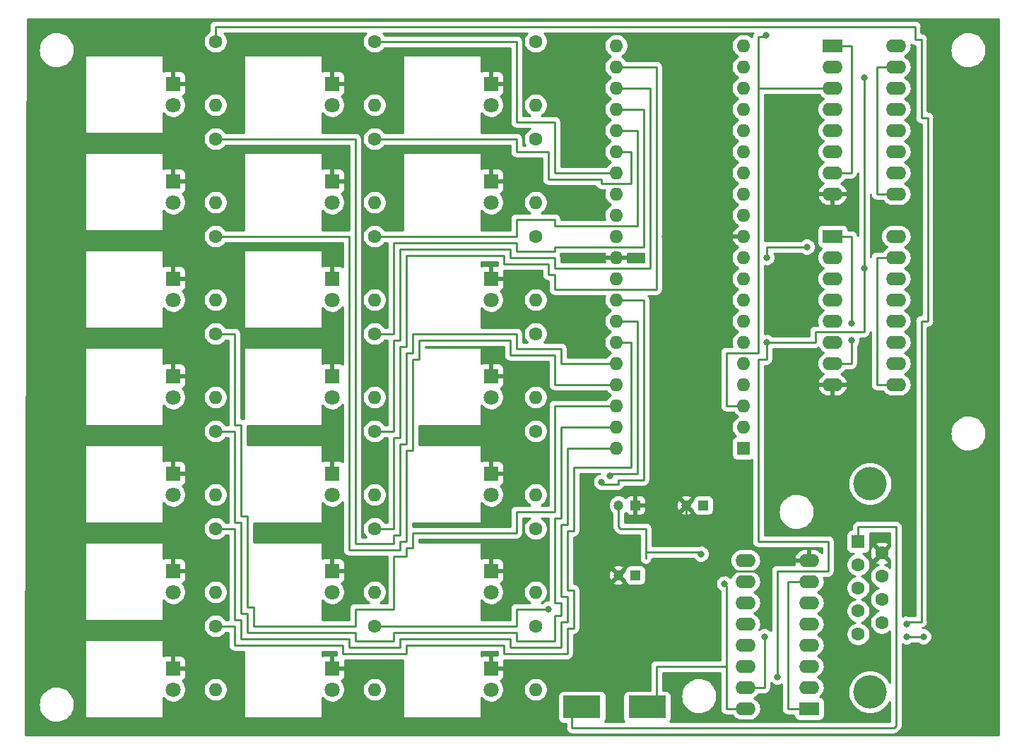
<source format=gbr>
G04 #@! TF.GenerationSoftware,KiCad,Pcbnew,5.99.0-unknown*
G04 #@! TF.CreationDate,2020-01-25T03:15:43+11:00*
G04 #@! TF.ProjectId,backup12,6261636b-7570-4313-922e-6b696361645f,1.0*
G04 #@! TF.SameCoordinates,Original*
G04 #@! TF.FileFunction,Copper,L2,Bot*
G04 #@! TF.FilePolarity,Positive*
%FSLAX46Y46*%
G04 Gerber Fmt 4.6, Leading zero omitted, Abs format (unit mm)*
G04 Created by KiCad (PCBNEW 5.99.0-unknown) date 2020-01-25 03:15:43*
%MOMM*%
%LPD*%
G04 APERTURE LIST*
%ADD10C,4.000000*%
%ADD11C,1.600000*%
%ADD12R,1.600000X1.600000*%
%ADD13C,1.800000*%
%ADD14R,1.800000X1.800000*%
%ADD15O,1.600000X1.600000*%
%ADD16R,4.500000X2.700000*%
%ADD17O,2.400000X1.600000*%
%ADD18R,2.400000X1.600000*%
%ADD19C,1.200000*%
%ADD20R,1.200000X1.200000*%
%ADD21C,0.800000*%
%ADD22C,0.250000*%
%ADD23C,0.254000*%
G04 APERTURE END LIST*
D10*
X140917000Y-72590000D03*
X140917000Y-97590000D03*
D11*
X142337000Y-89245000D03*
X142337000Y-86475000D03*
X142337000Y-83705000D03*
X142337000Y-80935000D03*
X139497000Y-90630000D03*
X139497000Y-87860000D03*
X139497000Y-85090000D03*
X139497000Y-82320000D03*
D12*
X139497000Y-79550000D03*
D13*
X57431000Y-27178000D03*
D14*
X57431000Y-24638000D03*
D11*
X62511000Y-89662000D03*
D15*
X62511000Y-97282000D03*
D13*
X57431000Y-97282000D03*
D14*
X57431000Y-94742000D03*
D13*
X76481000Y-97282000D03*
D14*
X76481000Y-94742000D03*
D13*
X95531000Y-97282000D03*
D14*
X95531000Y-94742000D03*
D13*
X76481000Y-27178000D03*
D14*
X76481000Y-24638000D03*
D13*
X76481000Y-38862000D03*
D14*
X76481000Y-36322000D03*
D13*
X76481000Y-50546000D03*
D14*
X76481000Y-48006000D03*
X76481000Y-59690000D03*
D13*
X76481000Y-62230000D03*
X76481000Y-73914000D03*
D14*
X76481000Y-71374000D03*
D13*
X76481000Y-85598000D03*
D14*
X76481000Y-83058000D03*
D11*
X81561000Y-89662000D03*
D15*
X81561000Y-97282000D03*
D11*
X100865000Y-89662000D03*
D15*
X100865000Y-97282000D03*
D11*
X62511000Y-19558000D03*
D15*
X62511000Y-27178000D03*
D11*
X62511000Y-31242000D03*
D15*
X62511000Y-38862000D03*
D11*
X62511000Y-42926000D03*
D15*
X62511000Y-50546000D03*
D11*
X62511000Y-54610000D03*
D15*
X62511000Y-62230000D03*
D11*
X62511000Y-66294000D03*
D15*
X62511000Y-73914000D03*
D11*
X62511000Y-77978000D03*
D15*
X62511000Y-85598000D03*
D11*
X81561000Y-19558000D03*
D15*
X81561000Y-27178000D03*
D11*
X81561000Y-31242000D03*
D15*
X81561000Y-38862000D03*
D11*
X81561000Y-42926000D03*
D15*
X81561000Y-50546000D03*
D11*
X81561000Y-54610000D03*
D15*
X81561000Y-62230000D03*
D11*
X81561000Y-66294000D03*
D15*
X81561000Y-73914000D03*
D11*
X81561000Y-77978000D03*
D15*
X81561000Y-85598000D03*
D11*
X100865000Y-19558000D03*
D15*
X100865000Y-27178000D03*
D11*
X100865000Y-31242000D03*
D15*
X100865000Y-38862000D03*
D11*
X100865000Y-42926000D03*
D15*
X100865000Y-50546000D03*
D11*
X100865000Y-54610000D03*
D15*
X100865000Y-62230000D03*
D11*
X100865000Y-66294000D03*
D15*
X100865000Y-73914000D03*
D11*
X100865000Y-77978000D03*
D15*
X100865000Y-85598000D03*
D13*
X95531000Y-27178000D03*
D14*
X95531000Y-24638000D03*
D13*
X95531000Y-38862000D03*
D14*
X95531000Y-36322000D03*
D13*
X95531000Y-50546000D03*
D14*
X95531000Y-48006000D03*
D13*
X95531000Y-62230000D03*
D14*
X95531000Y-59690000D03*
D13*
X95531000Y-73914000D03*
D14*
X95531000Y-71374000D03*
D13*
X95531000Y-85598000D03*
D14*
X95531000Y-83058000D03*
D13*
X57431000Y-38862000D03*
D14*
X57431000Y-36322000D03*
D13*
X57431000Y-50546000D03*
D14*
X57431000Y-48006000D03*
D13*
X57431000Y-62230000D03*
D14*
X57431000Y-59690000D03*
D13*
X57431000Y-73914000D03*
D14*
X57431000Y-71374000D03*
D13*
X57431000Y-85598000D03*
D14*
X57431000Y-83058000D03*
D15*
X110517000Y-68326000D03*
X125757000Y-20066000D03*
X110517000Y-65786000D03*
X125757000Y-22606000D03*
X110517000Y-63246000D03*
X125757000Y-25146000D03*
X110517000Y-60706000D03*
X125757000Y-27686000D03*
X110517000Y-58166000D03*
X125757000Y-30226000D03*
X110517000Y-55626000D03*
X125757000Y-32766000D03*
X110517000Y-53086000D03*
X125757000Y-35306000D03*
X110517000Y-50546000D03*
X125757000Y-37846000D03*
X110517000Y-48006000D03*
X125757000Y-40386000D03*
X110517000Y-45466000D03*
X125757000Y-42926000D03*
X110517000Y-42926000D03*
X125757000Y-45466000D03*
X110517000Y-40386000D03*
X125757000Y-48006000D03*
X110517000Y-37846000D03*
X125757000Y-50546000D03*
X110517000Y-35306000D03*
X125757000Y-53086000D03*
X110517000Y-32766000D03*
X125757000Y-55626000D03*
X110517000Y-30226000D03*
X125757000Y-58166000D03*
X110517000Y-27686000D03*
X125757000Y-60706000D03*
X110517000Y-25146000D03*
X125757000Y-63246000D03*
X110517000Y-22606000D03*
X125757000Y-65786000D03*
X110517000Y-20066000D03*
D12*
X125757000Y-68326000D03*
D16*
X114217000Y-99380000D03*
X106417000Y-99380000D03*
D17*
X126011000Y-99568000D03*
X133631000Y-81788000D03*
X126011000Y-97028000D03*
X133631000Y-84328000D03*
X126011000Y-94488000D03*
X133631000Y-86868000D03*
X126011000Y-91948000D03*
X133631000Y-89408000D03*
X126011000Y-89408000D03*
X133631000Y-91948000D03*
X126011000Y-86868000D03*
X133631000Y-94488000D03*
X126011000Y-84328000D03*
X133631000Y-97028000D03*
X126011000Y-81788000D03*
D18*
X133631000Y-99568000D03*
D17*
X144045000Y-42926000D03*
X136425000Y-60706000D03*
X144045000Y-45466000D03*
X136425000Y-58166000D03*
X144045000Y-48006000D03*
X136425000Y-55626000D03*
X144045000Y-50546000D03*
X136425000Y-53086000D03*
X144045000Y-53086000D03*
X136425000Y-50546000D03*
X144045000Y-55626000D03*
X136425000Y-48006000D03*
X144045000Y-58166000D03*
X136425000Y-45466000D03*
X144045000Y-60706000D03*
D18*
X136425000Y-42926000D03*
D17*
X144045000Y-20066000D03*
X136425000Y-37846000D03*
X144045000Y-22606000D03*
X136425000Y-35306000D03*
X144045000Y-25146000D03*
X136425000Y-32766000D03*
X144045000Y-27686000D03*
X136425000Y-30226000D03*
X144045000Y-30226000D03*
X136425000Y-27686000D03*
X144045000Y-32766000D03*
X136425000Y-25146000D03*
X144045000Y-35306000D03*
X136425000Y-22606000D03*
X144045000Y-37846000D03*
D18*
X136425000Y-20066000D03*
D19*
X110803000Y-75184000D03*
D20*
X112803000Y-75184000D03*
D19*
X110803000Y-83566000D03*
D20*
X112803000Y-83566000D03*
D19*
X118931000Y-75184000D03*
D20*
X120931000Y-75184000D03*
D21*
X147320000Y-90932000D03*
X145288000Y-90932000D03*
X128497000Y-18823000D03*
X145288000Y-89408000D03*
X123471000Y-84582000D03*
X128551000Y-45466000D03*
X133377000Y-44196000D03*
X138711000Y-53340000D03*
X138711000Y-55372000D03*
X128551000Y-55626000D03*
X128297000Y-90932000D03*
X116359000Y-42926000D03*
X108739000Y-72390000D03*
X109755000Y-71628000D03*
X102389000Y-87630000D03*
X120677000Y-81026000D03*
X122709000Y-83566000D03*
X129821000Y-95758000D03*
X140235000Y-23876000D03*
X140235000Y-46736000D03*
X108485000Y-83566000D03*
X60225000Y-91440000D03*
X60225000Y-79756000D03*
X60225000Y-68072000D03*
X60225000Y-56388000D03*
X60225000Y-44704000D03*
X60225000Y-33020000D03*
X60225000Y-21336000D03*
D22*
X146754315Y-90932000D02*
X147320000Y-90932000D01*
X146754315Y-90932000D02*
X145288000Y-90932000D01*
X127535000Y-19023000D02*
X127535000Y-25146000D01*
X127535000Y-19023000D02*
X128497000Y-19023000D01*
X128497000Y-19023000D02*
X128497000Y-18823000D01*
X145542000Y-89154000D02*
X145288000Y-89408000D01*
X147066000Y-89154000D02*
X145542000Y-89154000D01*
X147066000Y-53086000D02*
X147066000Y-89154000D01*
X147828000Y-53086000D02*
X147066000Y-53086000D01*
X147828000Y-28702000D02*
X147828000Y-53086000D01*
X147066000Y-28702000D02*
X147828000Y-28702000D01*
X147066000Y-19304000D02*
X147066000Y-28702000D01*
X146304000Y-19304000D02*
X147066000Y-19304000D01*
X146304000Y-17780000D02*
X146304000Y-19304000D01*
X127535000Y-17780000D02*
X146304000Y-17780000D01*
X115343000Y-94488000D02*
X115343000Y-94996000D01*
X123725000Y-94488000D02*
X123725000Y-84836000D01*
X123725000Y-94996000D02*
X123725000Y-94488000D01*
X123725000Y-94488000D02*
X115343000Y-94488000D01*
X123725000Y-84836000D02*
X123471000Y-84582000D01*
X123725000Y-99568000D02*
X123725000Y-94996000D01*
X115317000Y-99380000D02*
X115343000Y-99354000D01*
X115343000Y-99354000D02*
X115343000Y-94996000D01*
X123471000Y-83566000D02*
X123471000Y-83058000D01*
X123471000Y-84836000D02*
X123471000Y-84582000D01*
X139497000Y-79550000D02*
X139497000Y-77772000D01*
X144045000Y-101600000D02*
X143791000Y-101854000D01*
X139497000Y-77772000D02*
X144069000Y-77772000D01*
X144069000Y-77772000D02*
X144045000Y-101600000D01*
X105237000Y-99460000D02*
X105317000Y-99380000D01*
X143791000Y-101854000D02*
X105237000Y-101854000D01*
X105237000Y-101854000D02*
X105237000Y-99460000D01*
X60225000Y-91440000D02*
X60225000Y-101854000D01*
X60225000Y-101854000D02*
X103151000Y-101854000D01*
X105437000Y-93726000D02*
X105437000Y-90678000D01*
X103151000Y-101854000D02*
X103151000Y-93726000D01*
X103151000Y-93726000D02*
X105437000Y-93726000D01*
X105437000Y-90678000D02*
X106199000Y-90678000D01*
X106199000Y-83566000D02*
X108485000Y-83566000D01*
X106199000Y-90678000D02*
X106199000Y-83566000D01*
X129821000Y-95758000D02*
X129821000Y-83058000D01*
X129821000Y-83058000D02*
X135917000Y-83058000D01*
X135917000Y-83058000D02*
X135917000Y-79502000D01*
X135917000Y-79502000D02*
X127535000Y-79502000D01*
X127535000Y-79502000D02*
X127535000Y-57658000D01*
X127535000Y-57658000D02*
X128551000Y-57658000D01*
X128551000Y-57658000D02*
X128551000Y-55626000D01*
X133377000Y-44196000D02*
X128551000Y-44196000D01*
X128551000Y-44196000D02*
X128551000Y-45466000D01*
X138711000Y-53340000D02*
X138711000Y-42926000D01*
X138711000Y-42926000D02*
X136425000Y-42926000D01*
X138711000Y-58166000D02*
X138711000Y-55372000D01*
X136825000Y-58166000D02*
X138711000Y-58166000D01*
X136425000Y-58166000D02*
X136825000Y-58166000D01*
X136425000Y-35306000D02*
X138711000Y-35306000D01*
X138711000Y-35306000D02*
X138711000Y-20066000D01*
X138711000Y-20066000D02*
X136425000Y-20066000D01*
X134393000Y-55626000D02*
X128551000Y-55626000D01*
X134393000Y-54356000D02*
X140235000Y-54356000D01*
X134393000Y-55626000D02*
X134393000Y-54356000D01*
X140235000Y-54356000D02*
X140235000Y-46736000D01*
X144045000Y-45466000D02*
X141759000Y-45466000D01*
X141759000Y-45466000D02*
X141759000Y-60706000D01*
X141759000Y-60706000D02*
X144045000Y-60706000D01*
X144045000Y-22606000D02*
X141759000Y-22606000D01*
X141759000Y-22606000D02*
X141759000Y-37846000D01*
X141759000Y-37846000D02*
X144045000Y-37846000D01*
X133631000Y-84328000D02*
X131091000Y-84328000D01*
X131091000Y-84328000D02*
X131091000Y-99568000D01*
X131091000Y-99568000D02*
X133631000Y-99568000D01*
X128297000Y-91497685D02*
X128297000Y-97028000D01*
X128297000Y-97028000D02*
X126011000Y-97028000D01*
X128297000Y-90932000D02*
X128297000Y-91497685D01*
X123471000Y-77978000D02*
X123471000Y-83058000D01*
X123725000Y-83058000D02*
X123471000Y-83058000D01*
X123471000Y-77978000D02*
X118899000Y-77978000D01*
X122709000Y-83566000D02*
X123471000Y-83566000D01*
X123725000Y-83058000D02*
X128297000Y-83058000D01*
X128297000Y-83058000D02*
X128297000Y-81788000D01*
X128297000Y-81788000D02*
X133631000Y-81788000D01*
X123725000Y-99568000D02*
X126011000Y-99568000D01*
X115505000Y-99568000D02*
X115317000Y-99380000D01*
X127535000Y-25146000D02*
X127535000Y-56896000D01*
X123725000Y-56896000D02*
X123725000Y-63246000D01*
X127535000Y-56896000D02*
X123725000Y-56896000D01*
X123725000Y-63246000D02*
X125757000Y-63246000D01*
X116359000Y-42926000D02*
X125757000Y-42926000D01*
X105437000Y-89916000D02*
X104675000Y-89916000D01*
X105437000Y-85344000D02*
X105437000Y-89916000D01*
X104675000Y-85344000D02*
X105437000Y-85344000D01*
X104675000Y-86106000D02*
X103913000Y-86106000D01*
X103913000Y-89154000D02*
X104675000Y-89154000D01*
X104675000Y-86106000D02*
X104675000Y-89154000D01*
X103913000Y-65786000D02*
X103913000Y-76708000D01*
X66321000Y-88138000D02*
X65559000Y-88138000D01*
X103151000Y-76708000D02*
X103151000Y-86868000D01*
X103913000Y-76708000D02*
X103151000Y-76708000D01*
X79275000Y-91440000D02*
X79275000Y-90424000D01*
X103151000Y-86868000D02*
X103913000Y-86868000D01*
X103913000Y-88392000D02*
X103151000Y-88392000D01*
X110517000Y-65786000D02*
X103913000Y-65786000D01*
X103151000Y-88392000D02*
X103151000Y-91440000D01*
X98579000Y-91440000D02*
X98579000Y-90424000D01*
X103913000Y-86868000D02*
X103913000Y-88392000D01*
X103151000Y-91440000D02*
X98579000Y-91440000D01*
X98579000Y-90424000D02*
X83847000Y-90424000D01*
X83847000Y-90424000D02*
X83847000Y-91440000D01*
X66321000Y-90424000D02*
X66321000Y-88138000D01*
X83847000Y-91440000D02*
X79275000Y-91440000D01*
X79275000Y-90424000D02*
X66321000Y-90424000D01*
X65559000Y-88138000D02*
X65559000Y-77216000D01*
X65559000Y-77216000D02*
X64797000Y-77216000D01*
X64797000Y-77216000D02*
X64797000Y-66294000D01*
X64797000Y-66294000D02*
X62511000Y-66294000D01*
X108739000Y-72390000D02*
X108739000Y-72644000D01*
X113819000Y-72136000D02*
X113819000Y-50546000D01*
X108739000Y-72644000D02*
X110771000Y-72644000D01*
X113819000Y-50546000D02*
X110517000Y-50546000D01*
X110771000Y-72644000D02*
X110771000Y-72136000D01*
X110771000Y-72136000D02*
X113819000Y-72136000D01*
X113057000Y-71374000D02*
X113057000Y-53086000D01*
X113057000Y-53086000D02*
X110517000Y-53086000D01*
X110009000Y-71374000D02*
X113057000Y-71374000D01*
X109755000Y-71628000D02*
X110009000Y-71374000D01*
X114073000Y-77978000D02*
X111025000Y-77978000D01*
X110803000Y-75184000D02*
X110803000Y-77756000D01*
X110803000Y-77756000D02*
X111025000Y-77978000D01*
X114073000Y-81534000D02*
X114073000Y-77978000D01*
X120677000Y-80772000D02*
X114073000Y-80772000D01*
X118931000Y-75184000D02*
X118931000Y-76032528D01*
X118931000Y-76032528D02*
X118899000Y-76064528D01*
X118899000Y-76064528D02*
X118899000Y-77978000D01*
X140235000Y-46736000D02*
X140235000Y-46170315D01*
X140235000Y-46170315D02*
X140235000Y-23876000D01*
X60225000Y-91440000D02*
X60225000Y-79756000D01*
X60225000Y-68072000D02*
X60225000Y-79756000D01*
X60225000Y-56388000D02*
X60225000Y-68072000D01*
X60225000Y-44704000D02*
X60225000Y-56388000D01*
X60225000Y-33020000D02*
X60225000Y-44704000D01*
X60225000Y-21336000D02*
X60225000Y-33020000D01*
X62511000Y-19558000D02*
X62511000Y-17780000D01*
X62511000Y-17780000D02*
X127535000Y-17780000D01*
X127535000Y-25146000D02*
X136425000Y-25146000D01*
X62511000Y-77978000D02*
X64797000Y-77978000D01*
X64797000Y-77978000D02*
X64797000Y-88900000D01*
X64797000Y-88900000D02*
X65559000Y-88900000D01*
X84609000Y-92202000D02*
X84609000Y-91186000D01*
X65559000Y-88900000D02*
X65559000Y-91186000D01*
X103913000Y-86106000D02*
X103913000Y-77470000D01*
X103913000Y-77470000D02*
X104675000Y-77470000D01*
X65559000Y-91186000D02*
X78513000Y-91186000D01*
X97817000Y-91186000D02*
X97817000Y-92202000D01*
X103913000Y-92202000D02*
X103913000Y-89154000D01*
X78513000Y-91186000D02*
X78513000Y-92202000D01*
X78513000Y-92202000D02*
X84609000Y-92202000D01*
X84609000Y-91186000D02*
X97817000Y-91186000D01*
X97817000Y-92202000D02*
X103913000Y-92202000D01*
X104675000Y-77470000D02*
X104675000Y-68326000D01*
X104675000Y-68326000D02*
X110517000Y-68326000D01*
X65559000Y-65532000D02*
X65559000Y-76454000D01*
X85371000Y-80264000D02*
X86133000Y-80264000D01*
X86133000Y-80264000D02*
X86133000Y-78486000D01*
X86133000Y-78486000D02*
X98579000Y-78486000D01*
X67083000Y-89662000D02*
X79275000Y-89662000D01*
X64797000Y-54610000D02*
X64797000Y-65532000D01*
X62511000Y-54610000D02*
X64797000Y-54610000D01*
X65559000Y-76454000D02*
X66321000Y-76454000D01*
X66321000Y-76454000D02*
X66321000Y-87376000D01*
X79275000Y-87630000D02*
X83847000Y-87630000D01*
X83847000Y-87630000D02*
X83847000Y-81280000D01*
X83847000Y-81280000D02*
X85371000Y-81280000D01*
X67083000Y-87376000D02*
X67083000Y-89662000D01*
X66321000Y-87376000D02*
X67083000Y-87376000D01*
X64797000Y-65532000D02*
X65559000Y-65532000D01*
X79275000Y-89662000D02*
X79275000Y-87630000D01*
X85371000Y-81280000D02*
X85371000Y-80264000D01*
X98579000Y-78486000D02*
X98579000Y-75946000D01*
X103151000Y-63246000D02*
X110517000Y-63246000D01*
X98579000Y-75946000D02*
X103151000Y-75946000D01*
X103151000Y-75946000D02*
X103151000Y-63246000D01*
X62511000Y-31242000D02*
X79275000Y-31242000D01*
X79275000Y-79756000D02*
X83847000Y-79756000D01*
X85371000Y-56896000D02*
X86133000Y-56896000D01*
X83847000Y-79756000D02*
X83847000Y-78740000D01*
X86133000Y-56896000D02*
X86133000Y-54610000D01*
X83847000Y-78740000D02*
X84609000Y-78740000D01*
X84609000Y-67818000D02*
X85371000Y-67818000D01*
X86133000Y-54610000D02*
X98579000Y-54610000D01*
X84609000Y-78740000D02*
X84609000Y-67818000D01*
X85371000Y-67818000D02*
X85371000Y-56896000D01*
X79275000Y-31242000D02*
X79275000Y-79756000D01*
X98579000Y-54610000D02*
X98579000Y-56388000D01*
X98579000Y-56388000D02*
X103913000Y-56388000D01*
X103913000Y-56388000D02*
X103913000Y-58166000D01*
X103913000Y-58166000D02*
X110517000Y-58166000D01*
X84609000Y-79502000D02*
X85371000Y-79502000D01*
X86133000Y-68580000D02*
X86133000Y-57658000D01*
X78513000Y-42926000D02*
X78513000Y-80518000D01*
X62511000Y-42926000D02*
X78513000Y-42926000D01*
X84609000Y-80518000D02*
X84609000Y-79502000D01*
X85371000Y-79502000D02*
X85371000Y-68580000D01*
X85371000Y-68580000D02*
X86133000Y-68580000D01*
X86133000Y-57658000D02*
X86895000Y-57658000D01*
X78513000Y-80518000D02*
X84609000Y-80518000D01*
X86895000Y-57658000D02*
X86895000Y-55372000D01*
X86895000Y-55372000D02*
X97817000Y-55372000D01*
X97817000Y-55372000D02*
X97817000Y-57150000D01*
X97817000Y-57150000D02*
X103151000Y-57150000D01*
X103151000Y-57150000D02*
X103151000Y-60706000D01*
X103151000Y-60706000D02*
X110517000Y-60706000D01*
X110517000Y-55626000D02*
X112295000Y-55626000D01*
X64797000Y-89662000D02*
X62511000Y-89662000D01*
X104675000Y-92964000D02*
X97055000Y-92964000D01*
X105437000Y-78232000D02*
X104675000Y-78232000D01*
X97055000Y-92964000D02*
X97055000Y-91948000D01*
X112295000Y-55626000D02*
X112295000Y-70612000D01*
X97055000Y-91948000D02*
X85371000Y-91948000D01*
X85371000Y-92964000D02*
X77751000Y-92964000D01*
X105437000Y-70612000D02*
X105437000Y-78232000D01*
X112295000Y-70612000D02*
X105437000Y-70612000D01*
X104675000Y-78232000D02*
X104675000Y-85344000D01*
X104675000Y-89916000D02*
X104675000Y-92964000D01*
X85371000Y-91948000D02*
X85371000Y-92964000D01*
X77751000Y-92964000D02*
X77751000Y-91948000D01*
X77751000Y-91948000D02*
X64797000Y-91948000D01*
X64797000Y-91948000D02*
X64797000Y-89662000D01*
X98579000Y-87630000D02*
X102389000Y-87630000D01*
X98579000Y-89662000D02*
X98579000Y-87630000D01*
X81561000Y-89662000D02*
X98579000Y-89662000D01*
X81561000Y-77978000D02*
X83847000Y-77978000D01*
X83847000Y-67056000D02*
X83847000Y-77978000D01*
X110517000Y-22606000D02*
X115343000Y-22606000D01*
X115343000Y-22606000D02*
X115343000Y-49276000D01*
X115343000Y-49276000D02*
X103151000Y-49276000D01*
X103151000Y-49276000D02*
X103151000Y-47498000D01*
X102389000Y-47498000D02*
X102389000Y-46228000D01*
X102389000Y-46228000D02*
X97055000Y-46228000D01*
X97055000Y-46228000D02*
X97055000Y-45212000D01*
X97055000Y-45212000D02*
X85371000Y-45212000D01*
X103151000Y-47498000D02*
X102389000Y-47498000D01*
X85371000Y-45212000D02*
X85371000Y-56134000D01*
X85371000Y-56134000D02*
X84609000Y-56134000D01*
X84609000Y-56134000D02*
X84609000Y-67056000D01*
X84609000Y-67056000D02*
X83847000Y-67056000D01*
X97817000Y-45466000D02*
X97817000Y-44450000D01*
X110517000Y-25146000D02*
X114581000Y-25146000D01*
X103151000Y-46736000D02*
X103151000Y-45466000D01*
X114581000Y-46736000D02*
X103151000Y-46736000D01*
X97817000Y-44450000D02*
X84609000Y-44450000D01*
X114581000Y-25146000D02*
X114581000Y-46736000D01*
X83847000Y-55372000D02*
X83847000Y-66294000D01*
X103151000Y-45466000D02*
X97817000Y-45466000D01*
X84609000Y-44450000D02*
X84609000Y-55372000D01*
X81561000Y-66294000D02*
X83847000Y-66294000D01*
X84609000Y-55372000D02*
X83847000Y-55372000D01*
X81561000Y-54610000D02*
X83847000Y-54610000D01*
X83847000Y-54610000D02*
X83847000Y-43688000D01*
X83847000Y-43688000D02*
X98579000Y-43688000D01*
X98579000Y-43688000D02*
X98579000Y-44704000D01*
X98579000Y-44704000D02*
X103151000Y-44704000D01*
X103151000Y-44704000D02*
X103151000Y-44196000D01*
X103151000Y-44196000D02*
X113819000Y-44196000D01*
X113819000Y-27686000D02*
X110517000Y-27686000D01*
X113819000Y-44196000D02*
X113819000Y-27686000D01*
X98579000Y-42926000D02*
X81561000Y-42926000D01*
X98579000Y-40894000D02*
X98579000Y-42926000D01*
X103151000Y-40894000D02*
X98579000Y-40894000D01*
X103151000Y-41656000D02*
X103151000Y-40894000D01*
X113057000Y-41656000D02*
X103151000Y-41656000D01*
X113057000Y-30226000D02*
X113057000Y-41656000D01*
X110517000Y-30226000D02*
X113057000Y-30226000D01*
X110517000Y-32766000D02*
X112295000Y-32766000D01*
X112295000Y-32766000D02*
X112295000Y-36576000D01*
X102389000Y-32766000D02*
X98579000Y-32766000D01*
X112295000Y-36576000D02*
X108739000Y-36576000D01*
X108739000Y-36576000D02*
X108739000Y-36068000D01*
X98579000Y-32766000D02*
X98579000Y-31242000D01*
X108739000Y-36068000D02*
X102389000Y-36068000D01*
X102389000Y-36068000D02*
X102389000Y-32766000D01*
X98579000Y-31242000D02*
X81561000Y-31242000D01*
X110517000Y-35306000D02*
X103151000Y-35306000D01*
X103151000Y-35306000D02*
X103151000Y-29210000D01*
X103151000Y-29210000D02*
X98579000Y-29210000D01*
X98579000Y-19558000D02*
X81561000Y-19558000D01*
X98579000Y-29210000D02*
X98579000Y-19558000D01*
G36*
X156338000Y-102744000D02*
G01*
X39750372Y-102744000D01*
X39761239Y-99060000D01*
X41297731Y-99060000D01*
X41304320Y-99154218D01*
X41318785Y-99361069D01*
X41381532Y-99656278D01*
X41484756Y-99939881D01*
X41626444Y-100206358D01*
X41803840Y-100450522D01*
X42013491Y-100667622D01*
X42251316Y-100853431D01*
X42512685Y-101004333D01*
X42792513Y-101117391D01*
X43085352Y-101190404D01*
X43385503Y-101221951D01*
X43687123Y-101211418D01*
X43984342Y-101159011D01*
X44271375Y-101065747D01*
X44542635Y-100933446D01*
X44792841Y-100764679D01*
X45017125Y-100562733D01*
X45211121Y-100331538D01*
X45371053Y-100075593D01*
X45493807Y-99799882D01*
X45576997Y-99509769D01*
X45618999Y-99210902D01*
X45618999Y-98909098D01*
X45576997Y-98610231D01*
X45493807Y-98320118D01*
X45371053Y-98044407D01*
X45211121Y-97788462D01*
X45017125Y-97557267D01*
X44792841Y-97355321D01*
X44542635Y-97186554D01*
X44271375Y-97054253D01*
X43984342Y-96960989D01*
X43687123Y-96908582D01*
X43385503Y-96898049D01*
X43085352Y-96929596D01*
X42792513Y-97002609D01*
X42512685Y-97115667D01*
X42251316Y-97266569D01*
X42013491Y-97452378D01*
X41803840Y-97669478D01*
X41626444Y-97913642D01*
X41484756Y-98180119D01*
X41381532Y-98463722D01*
X41318785Y-98758931D01*
X41297731Y-99060000D01*
X39761239Y-99060000D01*
X39784088Y-91314000D01*
X46837000Y-91314000D01*
X46837000Y-100710000D01*
X56233000Y-100710000D01*
X56233000Y-98246763D01*
X56398850Y-98424304D01*
X56606072Y-98581879D01*
X56836881Y-98702286D01*
X57084678Y-98782085D01*
X57342378Y-98818990D01*
X57602612Y-98811949D01*
X57857938Y-98761160D01*
X58101057Y-98668079D01*
X58325017Y-98535365D01*
X58523414Y-98366815D01*
X58690576Y-98167245D01*
X58821723Y-97942364D01*
X58913105Y-97698601D01*
X58962224Y-97442327D01*
X58965216Y-97156541D01*
X61077000Y-97156541D01*
X61077000Y-97407459D01*
X61120571Y-97654564D01*
X61206391Y-97890349D01*
X61331850Y-98107651D01*
X61493136Y-98299864D01*
X61685349Y-98461150D01*
X61902651Y-98586609D01*
X62138436Y-98672429D01*
X62385541Y-98716000D01*
X62636459Y-98716000D01*
X62883564Y-98672429D01*
X63119349Y-98586609D01*
X63336651Y-98461150D01*
X63528864Y-98299864D01*
X63690150Y-98107651D01*
X63815609Y-97890349D01*
X63901429Y-97654564D01*
X63945000Y-97407459D01*
X63945000Y-97156541D01*
X63901429Y-96909436D01*
X63815609Y-96673651D01*
X63690150Y-96456349D01*
X63528864Y-96264136D01*
X63336651Y-96102850D01*
X63119349Y-95977391D01*
X62883564Y-95891571D01*
X62636459Y-95848000D01*
X62385541Y-95848000D01*
X62138436Y-95891571D01*
X61902651Y-95977391D01*
X61685349Y-96102850D01*
X61493136Y-96264136D01*
X61331850Y-96456349D01*
X61206391Y-96673651D01*
X61120571Y-96909436D01*
X61077000Y-97156541D01*
X58965216Y-97156541D01*
X58965245Y-97153775D01*
X58921505Y-96896530D01*
X58835248Y-96650906D01*
X58708839Y-96423327D01*
X58552762Y-96228861D01*
X58648512Y-96203205D01*
X58824165Y-96055815D01*
X58935956Y-95862186D01*
X58972837Y-95653024D01*
X58972837Y-94870000D01*
X57303000Y-94870000D01*
X57303000Y-93200163D01*
X57559000Y-93200163D01*
X57559000Y-94614000D01*
X58972837Y-94614000D01*
X58972837Y-93825412D01*
X58892205Y-93524489D01*
X58744815Y-93348835D01*
X58551186Y-93237044D01*
X58342024Y-93200163D01*
X57559000Y-93200163D01*
X57303000Y-93200163D01*
X56514412Y-93200163D01*
X56233000Y-93275567D01*
X56233000Y-91314000D01*
X46837000Y-91314000D01*
X39784088Y-91314000D01*
X39818553Y-79630000D01*
X46837000Y-79630000D01*
X46837000Y-89026000D01*
X56233000Y-89026000D01*
X56233000Y-86562763D01*
X56398850Y-86740304D01*
X56606072Y-86897879D01*
X56836881Y-87018286D01*
X57084678Y-87098085D01*
X57342378Y-87134990D01*
X57602612Y-87127949D01*
X57857938Y-87077160D01*
X58101057Y-86984079D01*
X58325017Y-86851365D01*
X58523414Y-86682815D01*
X58690576Y-86483245D01*
X58821723Y-86258364D01*
X58913105Y-86014601D01*
X58962224Y-85758327D01*
X58965216Y-85472541D01*
X61077000Y-85472541D01*
X61077000Y-85723459D01*
X61120571Y-85970564D01*
X61206391Y-86206349D01*
X61331850Y-86423651D01*
X61493136Y-86615864D01*
X61685349Y-86777150D01*
X61902651Y-86902609D01*
X62138436Y-86988429D01*
X62385541Y-87032000D01*
X62636459Y-87032000D01*
X62883564Y-86988429D01*
X63119349Y-86902609D01*
X63336651Y-86777150D01*
X63528864Y-86615864D01*
X63690150Y-86423651D01*
X63815609Y-86206349D01*
X63901429Y-85970564D01*
X63945000Y-85723459D01*
X63945000Y-85472541D01*
X63901429Y-85225436D01*
X63815609Y-84989651D01*
X63690150Y-84772349D01*
X63528864Y-84580136D01*
X63336651Y-84418850D01*
X63119349Y-84293391D01*
X62883564Y-84207571D01*
X62636459Y-84164000D01*
X62385541Y-84164000D01*
X62138436Y-84207571D01*
X61902651Y-84293391D01*
X61685349Y-84418850D01*
X61493136Y-84580136D01*
X61331850Y-84772349D01*
X61206391Y-84989651D01*
X61120571Y-85225436D01*
X61077000Y-85472541D01*
X58965216Y-85472541D01*
X58965245Y-85469775D01*
X58921505Y-85212530D01*
X58835248Y-84966906D01*
X58708839Y-84739327D01*
X58552762Y-84544861D01*
X58648512Y-84519205D01*
X58824165Y-84371815D01*
X58935956Y-84178186D01*
X58972837Y-83969024D01*
X58972837Y-83186000D01*
X57303000Y-83186000D01*
X57303000Y-81516163D01*
X57559000Y-81516163D01*
X57559000Y-82930000D01*
X58972837Y-82930000D01*
X58972837Y-82141412D01*
X58892205Y-81840489D01*
X58744815Y-81664835D01*
X58551186Y-81553044D01*
X58342024Y-81516163D01*
X57559000Y-81516163D01*
X57303000Y-81516163D01*
X56514412Y-81516163D01*
X56233000Y-81591567D01*
X56233000Y-79630000D01*
X46837000Y-79630000D01*
X39818553Y-79630000D01*
X39853019Y-67946000D01*
X46837000Y-67946000D01*
X46837000Y-77342000D01*
X56233000Y-77342000D01*
X56233000Y-74878763D01*
X56398850Y-75056304D01*
X56606072Y-75213879D01*
X56836881Y-75334286D01*
X57084678Y-75414085D01*
X57342378Y-75450990D01*
X57602612Y-75443949D01*
X57857938Y-75393160D01*
X58101057Y-75300079D01*
X58325017Y-75167365D01*
X58523414Y-74998815D01*
X58690576Y-74799245D01*
X58821723Y-74574364D01*
X58913105Y-74330601D01*
X58962224Y-74074327D01*
X58965216Y-73788541D01*
X61077000Y-73788541D01*
X61077000Y-74039459D01*
X61120571Y-74286564D01*
X61206391Y-74522349D01*
X61331850Y-74739651D01*
X61493136Y-74931864D01*
X61685349Y-75093150D01*
X61902651Y-75218609D01*
X62138436Y-75304429D01*
X62385541Y-75348000D01*
X62636459Y-75348000D01*
X62883564Y-75304429D01*
X63119349Y-75218609D01*
X63336651Y-75093150D01*
X63528864Y-74931864D01*
X63690150Y-74739651D01*
X63815609Y-74522349D01*
X63901429Y-74286564D01*
X63945000Y-74039459D01*
X63945000Y-73788541D01*
X63901429Y-73541436D01*
X63815609Y-73305651D01*
X63690150Y-73088349D01*
X63528864Y-72896136D01*
X63336651Y-72734850D01*
X63119349Y-72609391D01*
X62883564Y-72523571D01*
X62636459Y-72480000D01*
X62385541Y-72480000D01*
X62138436Y-72523571D01*
X61902651Y-72609391D01*
X61685349Y-72734850D01*
X61493136Y-72896136D01*
X61331850Y-73088349D01*
X61206391Y-73305651D01*
X61120571Y-73541436D01*
X61077000Y-73788541D01*
X58965216Y-73788541D01*
X58965245Y-73785775D01*
X58921505Y-73528530D01*
X58835248Y-73282906D01*
X58708839Y-73055327D01*
X58552762Y-72860861D01*
X58648512Y-72835205D01*
X58824165Y-72687815D01*
X58935956Y-72494186D01*
X58972837Y-72285024D01*
X58972837Y-71502000D01*
X57303000Y-71502000D01*
X57303000Y-69832163D01*
X57559000Y-69832163D01*
X57559000Y-71246000D01*
X58972837Y-71246000D01*
X58972837Y-70457412D01*
X58892205Y-70156489D01*
X58744815Y-69980835D01*
X58551186Y-69869044D01*
X58342024Y-69832163D01*
X57559000Y-69832163D01*
X57303000Y-69832163D01*
X56514412Y-69832163D01*
X56233000Y-69907567D01*
X56233000Y-67946000D01*
X46837000Y-67946000D01*
X39853019Y-67946000D01*
X39887485Y-56262000D01*
X46837000Y-56262000D01*
X46837000Y-65658000D01*
X56233000Y-65658000D01*
X56233000Y-63194763D01*
X56398850Y-63372304D01*
X56606072Y-63529879D01*
X56836881Y-63650286D01*
X57084678Y-63730085D01*
X57342378Y-63766990D01*
X57602612Y-63759949D01*
X57857938Y-63709160D01*
X58101057Y-63616079D01*
X58325017Y-63483365D01*
X58523414Y-63314815D01*
X58690576Y-63115245D01*
X58821723Y-62890364D01*
X58913105Y-62646601D01*
X58962224Y-62390327D01*
X58965216Y-62104541D01*
X61077000Y-62104541D01*
X61077000Y-62355459D01*
X61120571Y-62602564D01*
X61206391Y-62838349D01*
X61331850Y-63055651D01*
X61493136Y-63247864D01*
X61685349Y-63409150D01*
X61902651Y-63534609D01*
X62138436Y-63620429D01*
X62385541Y-63664000D01*
X62636459Y-63664000D01*
X62883564Y-63620429D01*
X63119349Y-63534609D01*
X63336651Y-63409150D01*
X63528864Y-63247864D01*
X63690150Y-63055651D01*
X63815609Y-62838349D01*
X63901429Y-62602564D01*
X63945000Y-62355459D01*
X63945000Y-62104541D01*
X63901429Y-61857436D01*
X63815609Y-61621651D01*
X63690150Y-61404349D01*
X63528864Y-61212136D01*
X63336651Y-61050850D01*
X63119349Y-60925391D01*
X62883564Y-60839571D01*
X62636459Y-60796000D01*
X62385541Y-60796000D01*
X62138436Y-60839571D01*
X61902651Y-60925391D01*
X61685349Y-61050850D01*
X61493136Y-61212136D01*
X61331850Y-61404349D01*
X61206391Y-61621651D01*
X61120571Y-61857436D01*
X61077000Y-62104541D01*
X58965216Y-62104541D01*
X58965245Y-62101775D01*
X58921505Y-61844530D01*
X58835248Y-61598906D01*
X58708839Y-61371327D01*
X58552762Y-61176861D01*
X58648512Y-61151205D01*
X58824165Y-61003815D01*
X58935956Y-60810186D01*
X58972837Y-60601024D01*
X58972837Y-59818000D01*
X57303000Y-59818000D01*
X57303000Y-58148163D01*
X57559000Y-58148163D01*
X57559000Y-59562000D01*
X58972837Y-59562000D01*
X58972837Y-58773412D01*
X58892205Y-58472489D01*
X58744815Y-58296835D01*
X58551186Y-58185044D01*
X58342024Y-58148163D01*
X57559000Y-58148163D01*
X57303000Y-58148163D01*
X56514412Y-58148163D01*
X56233000Y-58223567D01*
X56233000Y-56262000D01*
X46837000Y-56262000D01*
X39887485Y-56262000D01*
X39921951Y-44578000D01*
X46837000Y-44578000D01*
X46837000Y-53974000D01*
X56233000Y-53974000D01*
X56233000Y-51510763D01*
X56398850Y-51688304D01*
X56606072Y-51845879D01*
X56836881Y-51966286D01*
X57084678Y-52046085D01*
X57342378Y-52082990D01*
X57602612Y-52075949D01*
X57857938Y-52025160D01*
X58101057Y-51932079D01*
X58325017Y-51799365D01*
X58523414Y-51630815D01*
X58690576Y-51431245D01*
X58821723Y-51206364D01*
X58913105Y-50962601D01*
X58962224Y-50706327D01*
X58965216Y-50420541D01*
X61077000Y-50420541D01*
X61077000Y-50671459D01*
X61120571Y-50918564D01*
X61206391Y-51154349D01*
X61331850Y-51371651D01*
X61493136Y-51563864D01*
X61685349Y-51725150D01*
X61902651Y-51850609D01*
X62138436Y-51936429D01*
X62385541Y-51980000D01*
X62636459Y-51980000D01*
X62883564Y-51936429D01*
X63119349Y-51850609D01*
X63336651Y-51725150D01*
X63528864Y-51563864D01*
X63690150Y-51371651D01*
X63815609Y-51154349D01*
X63901429Y-50918564D01*
X63945000Y-50671459D01*
X63945000Y-50420541D01*
X63901429Y-50173436D01*
X63815609Y-49937651D01*
X63690150Y-49720349D01*
X63528864Y-49528136D01*
X63336651Y-49366850D01*
X63119349Y-49241391D01*
X62883564Y-49155571D01*
X62636459Y-49112000D01*
X62385541Y-49112000D01*
X62138436Y-49155571D01*
X61902651Y-49241391D01*
X61685349Y-49366850D01*
X61493136Y-49528136D01*
X61331850Y-49720349D01*
X61206391Y-49937651D01*
X61120571Y-50173436D01*
X61077000Y-50420541D01*
X58965216Y-50420541D01*
X58965245Y-50417775D01*
X58921505Y-50160530D01*
X58835248Y-49914906D01*
X58708839Y-49687327D01*
X58552762Y-49492861D01*
X58648512Y-49467205D01*
X58824165Y-49319815D01*
X58935956Y-49126186D01*
X58972837Y-48917024D01*
X58972837Y-48134000D01*
X57303000Y-48134000D01*
X57303000Y-46464163D01*
X57559000Y-46464163D01*
X57559000Y-47878000D01*
X58972837Y-47878000D01*
X58972837Y-47089412D01*
X58892205Y-46788489D01*
X58744815Y-46612835D01*
X58551186Y-46501044D01*
X58342024Y-46464163D01*
X57559000Y-46464163D01*
X57303000Y-46464163D01*
X56514412Y-46464163D01*
X56233000Y-46539567D01*
X56233000Y-44578000D01*
X46837000Y-44578000D01*
X39921951Y-44578000D01*
X39956417Y-32894000D01*
X46837000Y-32894000D01*
X46837000Y-42290000D01*
X56233000Y-42290000D01*
X56233000Y-39826763D01*
X56398850Y-40004304D01*
X56606072Y-40161879D01*
X56836881Y-40282286D01*
X57084678Y-40362085D01*
X57342378Y-40398990D01*
X57602612Y-40391949D01*
X57857938Y-40341160D01*
X58101057Y-40248079D01*
X58325017Y-40115365D01*
X58523414Y-39946815D01*
X58690576Y-39747245D01*
X58821723Y-39522364D01*
X58913105Y-39278601D01*
X58962224Y-39022327D01*
X58965216Y-38736541D01*
X61077000Y-38736541D01*
X61077000Y-38987459D01*
X61120571Y-39234564D01*
X61206391Y-39470349D01*
X61331850Y-39687651D01*
X61493136Y-39879864D01*
X61685349Y-40041150D01*
X61902651Y-40166609D01*
X62138436Y-40252429D01*
X62385541Y-40296000D01*
X62636459Y-40296000D01*
X62883564Y-40252429D01*
X63119349Y-40166609D01*
X63336651Y-40041150D01*
X63528864Y-39879864D01*
X63690150Y-39687651D01*
X63815609Y-39470349D01*
X63901429Y-39234564D01*
X63945000Y-38987459D01*
X63945000Y-38736541D01*
X63901429Y-38489436D01*
X63815609Y-38253651D01*
X63690150Y-38036349D01*
X63528864Y-37844136D01*
X63336651Y-37682850D01*
X63119349Y-37557391D01*
X62883564Y-37471571D01*
X62636459Y-37428000D01*
X62385541Y-37428000D01*
X62138436Y-37471571D01*
X61902651Y-37557391D01*
X61685349Y-37682850D01*
X61493136Y-37844136D01*
X61331850Y-38036349D01*
X61206391Y-38253651D01*
X61120571Y-38489436D01*
X61077000Y-38736541D01*
X58965216Y-38736541D01*
X58965245Y-38733775D01*
X58921505Y-38476530D01*
X58835248Y-38230906D01*
X58708839Y-38003327D01*
X58552762Y-37808861D01*
X58648512Y-37783205D01*
X58824165Y-37635815D01*
X58935956Y-37442186D01*
X58972837Y-37233024D01*
X58972837Y-36450000D01*
X57303000Y-36450000D01*
X57303000Y-34780163D01*
X57559000Y-34780163D01*
X57559000Y-36194000D01*
X58972837Y-36194000D01*
X58972837Y-35405412D01*
X58892205Y-35104489D01*
X58744815Y-34928835D01*
X58551186Y-34817044D01*
X58342024Y-34780163D01*
X57559000Y-34780163D01*
X57303000Y-34780163D01*
X56514412Y-34780163D01*
X56233000Y-34855567D01*
X56233000Y-32894000D01*
X46837000Y-32894000D01*
X39956417Y-32894000D01*
X39992760Y-20574000D01*
X41297731Y-20574000D01*
X41304320Y-20668218D01*
X41318785Y-20875069D01*
X41381532Y-21170278D01*
X41484756Y-21453881D01*
X41626444Y-21720358D01*
X41803840Y-21964522D01*
X42013491Y-22181622D01*
X42251316Y-22367431D01*
X42512685Y-22518333D01*
X42792513Y-22631391D01*
X43085352Y-22704404D01*
X43385503Y-22735951D01*
X43687123Y-22725418D01*
X43984342Y-22673011D01*
X44271375Y-22579747D01*
X44542635Y-22447446D01*
X44792841Y-22278679D01*
X45017125Y-22076733D01*
X45211121Y-21845538D01*
X45371053Y-21589593D01*
X45493807Y-21313882D01*
X45523595Y-21210000D01*
X46864000Y-21210000D01*
X46864000Y-30606000D01*
X56260000Y-30606000D01*
X56260000Y-28171666D01*
X56398850Y-28320304D01*
X56606072Y-28477879D01*
X56836881Y-28598286D01*
X57084678Y-28678085D01*
X57342378Y-28714990D01*
X57602612Y-28707949D01*
X57857938Y-28657160D01*
X58101057Y-28564079D01*
X58325017Y-28431365D01*
X58523414Y-28262815D01*
X58690576Y-28063245D01*
X58821723Y-27838364D01*
X58913105Y-27594601D01*
X58962224Y-27338327D01*
X58965216Y-27052541D01*
X61077000Y-27052541D01*
X61077000Y-27303459D01*
X61120571Y-27550564D01*
X61206391Y-27786349D01*
X61331850Y-28003651D01*
X61493136Y-28195864D01*
X61685349Y-28357150D01*
X61902651Y-28482609D01*
X62138436Y-28568429D01*
X62385541Y-28612000D01*
X62636459Y-28612000D01*
X62883564Y-28568429D01*
X63119349Y-28482609D01*
X63336651Y-28357150D01*
X63528864Y-28195864D01*
X63690150Y-28003651D01*
X63815609Y-27786349D01*
X63901429Y-27550564D01*
X63945000Y-27303459D01*
X63945000Y-27052541D01*
X63901429Y-26805436D01*
X63815609Y-26569651D01*
X63690150Y-26352349D01*
X63528864Y-26160136D01*
X63336651Y-25998850D01*
X63119349Y-25873391D01*
X62883564Y-25787571D01*
X62636459Y-25744000D01*
X62385541Y-25744000D01*
X62138436Y-25787571D01*
X61902651Y-25873391D01*
X61685349Y-25998850D01*
X61493136Y-26160136D01*
X61331850Y-26352349D01*
X61206391Y-26569651D01*
X61120571Y-26805436D01*
X61077000Y-27052541D01*
X58965216Y-27052541D01*
X58965245Y-27049775D01*
X58921505Y-26792530D01*
X58835248Y-26546906D01*
X58708839Y-26319327D01*
X58552762Y-26124861D01*
X58648512Y-26099205D01*
X58824165Y-25951815D01*
X58935956Y-25758186D01*
X58972837Y-25549024D01*
X58972837Y-24766000D01*
X57303000Y-24766000D01*
X57303000Y-23096163D01*
X57559000Y-23096163D01*
X57559000Y-24510000D01*
X58972837Y-24510000D01*
X58972837Y-23721412D01*
X58892205Y-23420489D01*
X58744815Y-23244835D01*
X58551186Y-23133044D01*
X58342024Y-23096163D01*
X57559000Y-23096163D01*
X57303000Y-23096163D01*
X56514412Y-23096163D01*
X56260000Y-23164332D01*
X56260000Y-21210000D01*
X46864000Y-21210000D01*
X45523595Y-21210000D01*
X45576997Y-21023769D01*
X45618999Y-20724902D01*
X45618999Y-20423098D01*
X45576997Y-20124231D01*
X45493807Y-19834118D01*
X45371053Y-19558407D01*
X45292404Y-19432541D01*
X61077000Y-19432541D01*
X61077000Y-19683459D01*
X61120571Y-19930564D01*
X61206391Y-20166349D01*
X61331850Y-20383651D01*
X61493136Y-20575864D01*
X61685349Y-20737150D01*
X61902651Y-20862609D01*
X62138436Y-20948429D01*
X62385541Y-20992000D01*
X62636459Y-20992000D01*
X62883564Y-20948429D01*
X63119349Y-20862609D01*
X63336651Y-20737150D01*
X63528864Y-20575864D01*
X63690150Y-20383651D01*
X63815609Y-20166349D01*
X63901429Y-19930564D01*
X63945000Y-19683459D01*
X63945000Y-19432541D01*
X63901429Y-19185436D01*
X63815609Y-18949651D01*
X63690150Y-18732349D01*
X63528864Y-18540136D01*
X63527510Y-18539000D01*
X80544490Y-18539000D01*
X80543136Y-18540136D01*
X80381850Y-18732349D01*
X80256391Y-18949651D01*
X80170571Y-19185436D01*
X80127000Y-19432541D01*
X80127000Y-19683459D01*
X80170571Y-19930564D01*
X80256391Y-20166349D01*
X80381850Y-20383651D01*
X80543136Y-20575864D01*
X80735349Y-20737150D01*
X80952651Y-20862609D01*
X81188436Y-20948429D01*
X81435541Y-20992000D01*
X81686459Y-20992000D01*
X81933564Y-20948429D01*
X82169349Y-20862609D01*
X82386651Y-20737150D01*
X82578864Y-20575864D01*
X82740150Y-20383651D01*
X82778631Y-20317000D01*
X97820001Y-20317000D01*
X97820000Y-29150266D01*
X97810539Y-29210000D01*
X97848150Y-29447467D01*
X97957302Y-29661690D01*
X98127310Y-29831698D01*
X98341533Y-29940850D01*
X98579000Y-29978461D01*
X98638734Y-29969000D01*
X100201902Y-29969000D01*
X100039349Y-30062850D01*
X99847136Y-30224136D01*
X99685850Y-30416349D01*
X99560391Y-30633651D01*
X99474571Y-30869436D01*
X99431000Y-31116541D01*
X99431000Y-31367459D01*
X99474571Y-31614564D01*
X99560391Y-31850349D01*
X99650833Y-32007000D01*
X99338000Y-32007000D01*
X99338000Y-31301734D01*
X99347461Y-31242000D01*
X99309850Y-31004533D01*
X99200698Y-30790310D01*
X99030690Y-30620302D01*
X98816467Y-30511150D01*
X98648526Y-30484551D01*
X98579000Y-30473539D01*
X98519266Y-30483000D01*
X94333000Y-30483000D01*
X94333000Y-28142763D01*
X94498850Y-28320304D01*
X94706072Y-28477879D01*
X94936881Y-28598286D01*
X95184678Y-28678085D01*
X95442378Y-28714990D01*
X95702612Y-28707949D01*
X95957938Y-28657160D01*
X96201057Y-28564079D01*
X96425017Y-28431365D01*
X96623414Y-28262815D01*
X96790576Y-28063245D01*
X96921723Y-27838364D01*
X97013105Y-27594601D01*
X97062224Y-27338327D01*
X97065245Y-27049775D01*
X97021505Y-26792530D01*
X96935248Y-26546906D01*
X96808839Y-26319327D01*
X96652762Y-26124861D01*
X96748512Y-26099205D01*
X96924165Y-25951815D01*
X97035956Y-25758186D01*
X97072837Y-25549024D01*
X97072837Y-24766000D01*
X95403000Y-24766000D01*
X95403000Y-23096163D01*
X95659000Y-23096163D01*
X95659000Y-24510000D01*
X97072837Y-24510000D01*
X97072837Y-23721412D01*
X96992205Y-23420489D01*
X96844815Y-23244835D01*
X96651186Y-23133044D01*
X96442024Y-23096163D01*
X95659000Y-23096163D01*
X95403000Y-23096163D01*
X94614412Y-23096163D01*
X94333000Y-23171567D01*
X94333000Y-21210000D01*
X84937000Y-21210000D01*
X84937000Y-30483000D01*
X82778631Y-30483000D01*
X82740150Y-30416349D01*
X82578864Y-30224136D01*
X82386651Y-30062850D01*
X82169349Y-29937391D01*
X81933564Y-29851571D01*
X81686459Y-29808000D01*
X81435541Y-29808000D01*
X81188436Y-29851571D01*
X80952651Y-29937391D01*
X80735349Y-30062850D01*
X80543136Y-30224136D01*
X80381850Y-30416349D01*
X80256391Y-30633651D01*
X80170571Y-30869436D01*
X80127000Y-31116541D01*
X80127000Y-31367459D01*
X80170571Y-31614564D01*
X80256391Y-31850349D01*
X80381850Y-32067651D01*
X80543136Y-32259864D01*
X80735349Y-32421150D01*
X80952651Y-32546609D01*
X81188436Y-32632429D01*
X81435541Y-32676000D01*
X81686459Y-32676000D01*
X81933564Y-32632429D01*
X82169349Y-32546609D01*
X82386651Y-32421150D01*
X82578864Y-32259864D01*
X82740150Y-32067651D01*
X82778631Y-32001000D01*
X97820001Y-32001000D01*
X97820000Y-32706266D01*
X97810539Y-32766000D01*
X97848150Y-33003467D01*
X97957302Y-33217690D01*
X98127310Y-33387698D01*
X98341533Y-33496850D01*
X98579000Y-33534461D01*
X98638734Y-33525000D01*
X101630001Y-33525000D01*
X101630000Y-36008266D01*
X101620539Y-36068000D01*
X101658150Y-36305467D01*
X101767302Y-36519690D01*
X101937310Y-36689698D01*
X102151533Y-36798850D01*
X102389000Y-36836461D01*
X102448734Y-36827000D01*
X108015045Y-36827000D01*
X108117302Y-37027690D01*
X108287310Y-37197698D01*
X108501533Y-37306850D01*
X108739000Y-37344461D01*
X108798734Y-37335000D01*
X109176958Y-37335000D01*
X109126571Y-37473436D01*
X109083000Y-37720541D01*
X109083000Y-37971459D01*
X109126571Y-38218564D01*
X109212391Y-38454349D01*
X109337850Y-38671651D01*
X109499136Y-38863864D01*
X109691349Y-39025150D01*
X109848706Y-39116000D01*
X109691349Y-39206850D01*
X109499136Y-39368136D01*
X109337850Y-39560349D01*
X109212391Y-39777651D01*
X109126571Y-40013436D01*
X109083000Y-40260541D01*
X109083000Y-40511459D01*
X109126571Y-40758564D01*
X109176958Y-40897000D01*
X103918986Y-40897000D01*
X103919461Y-40894000D01*
X103881850Y-40656533D01*
X103772698Y-40442310D01*
X103602690Y-40272302D01*
X103388467Y-40163150D01*
X103220526Y-40136551D01*
X103151000Y-40125539D01*
X103091266Y-40135000D01*
X101528098Y-40135000D01*
X101690651Y-40041150D01*
X101882864Y-39879864D01*
X102044150Y-39687651D01*
X102169609Y-39470349D01*
X102255429Y-39234564D01*
X102299000Y-38987459D01*
X102299000Y-38736541D01*
X102255429Y-38489436D01*
X102169609Y-38253651D01*
X102044150Y-38036349D01*
X101882864Y-37844136D01*
X101690651Y-37682850D01*
X101473349Y-37557391D01*
X101237564Y-37471571D01*
X100990459Y-37428000D01*
X100739541Y-37428000D01*
X100492436Y-37471571D01*
X100256651Y-37557391D01*
X100039349Y-37682850D01*
X99847136Y-37844136D01*
X99685850Y-38036349D01*
X99560391Y-38253651D01*
X99474571Y-38489436D01*
X99431000Y-38736541D01*
X99431000Y-38987459D01*
X99474571Y-39234564D01*
X99560391Y-39470349D01*
X99685850Y-39687651D01*
X99847136Y-39879864D01*
X100039349Y-40041150D01*
X100201902Y-40135000D01*
X98638734Y-40135000D01*
X98579000Y-40125539D01*
X98509473Y-40136551D01*
X98341533Y-40163150D01*
X98127310Y-40272302D01*
X97957302Y-40442310D01*
X97848150Y-40656533D01*
X97810539Y-40894000D01*
X97820000Y-40953734D01*
X97820001Y-42167000D01*
X94333000Y-42167000D01*
X94333000Y-39826763D01*
X94498850Y-40004304D01*
X94706072Y-40161879D01*
X94936881Y-40282286D01*
X95184678Y-40362085D01*
X95442378Y-40398990D01*
X95702612Y-40391949D01*
X95957938Y-40341160D01*
X96201057Y-40248079D01*
X96425017Y-40115365D01*
X96623414Y-39946815D01*
X96790576Y-39747245D01*
X96921723Y-39522364D01*
X97013105Y-39278601D01*
X97062224Y-39022327D01*
X97065245Y-38733775D01*
X97021505Y-38476530D01*
X96935248Y-38230906D01*
X96808839Y-38003327D01*
X96652762Y-37808861D01*
X96748512Y-37783205D01*
X96924165Y-37635815D01*
X97035956Y-37442186D01*
X97072837Y-37233024D01*
X97072837Y-36450000D01*
X95403000Y-36450000D01*
X95403000Y-34780163D01*
X95659000Y-34780163D01*
X95659000Y-36194000D01*
X97072837Y-36194000D01*
X97072837Y-35405412D01*
X96992205Y-35104489D01*
X96844815Y-34928835D01*
X96651186Y-34817044D01*
X96442024Y-34780163D01*
X95659000Y-34780163D01*
X95403000Y-34780163D01*
X94614412Y-34780163D01*
X94333000Y-34855567D01*
X94333000Y-32894000D01*
X84937000Y-32894000D01*
X84937000Y-42167000D01*
X82778631Y-42167000D01*
X82740150Y-42100349D01*
X82578864Y-41908136D01*
X82386651Y-41746850D01*
X82169349Y-41621391D01*
X81933564Y-41535571D01*
X81686459Y-41492000D01*
X81435541Y-41492000D01*
X81188436Y-41535571D01*
X80952651Y-41621391D01*
X80735349Y-41746850D01*
X80543136Y-41908136D01*
X80381850Y-42100349D01*
X80256391Y-42317651D01*
X80170571Y-42553436D01*
X80127000Y-42800541D01*
X80127000Y-43051459D01*
X80170571Y-43298564D01*
X80256391Y-43534349D01*
X80381850Y-43751651D01*
X80543136Y-43943864D01*
X80735349Y-44105150D01*
X80952651Y-44230609D01*
X81188436Y-44316429D01*
X81435541Y-44360000D01*
X81686459Y-44360000D01*
X81933564Y-44316429D01*
X82169349Y-44230609D01*
X82386651Y-44105150D01*
X82578864Y-43943864D01*
X82740150Y-43751651D01*
X82778631Y-43685000D01*
X83079014Y-43685000D01*
X83078539Y-43688000D01*
X83088001Y-43747740D01*
X83088000Y-53851000D01*
X82778631Y-53851000D01*
X82740150Y-53784349D01*
X82578864Y-53592136D01*
X82386651Y-53430850D01*
X82169349Y-53305391D01*
X81933564Y-53219571D01*
X81686459Y-53176000D01*
X81435541Y-53176000D01*
X81188436Y-53219571D01*
X80952651Y-53305391D01*
X80735349Y-53430850D01*
X80543136Y-53592136D01*
X80381850Y-53784349D01*
X80256391Y-54001651D01*
X80170571Y-54237436D01*
X80127000Y-54484541D01*
X80127000Y-54735459D01*
X80170571Y-54982564D01*
X80256391Y-55218349D01*
X80381850Y-55435651D01*
X80543136Y-55627864D01*
X80735349Y-55789150D01*
X80952651Y-55914609D01*
X81188436Y-56000429D01*
X81435541Y-56044000D01*
X81686459Y-56044000D01*
X81933564Y-56000429D01*
X82169349Y-55914609D01*
X82386651Y-55789150D01*
X82578864Y-55627864D01*
X82740150Y-55435651D01*
X82778631Y-55369000D01*
X83079014Y-55369000D01*
X83078539Y-55372000D01*
X83088000Y-55431734D01*
X83088001Y-65535000D01*
X82778631Y-65535000D01*
X82740150Y-65468349D01*
X82578864Y-65276136D01*
X82386651Y-65114850D01*
X82169349Y-64989391D01*
X81933564Y-64903571D01*
X81686459Y-64860000D01*
X81435541Y-64860000D01*
X81188436Y-64903571D01*
X80952651Y-64989391D01*
X80735349Y-65114850D01*
X80543136Y-65276136D01*
X80381850Y-65468349D01*
X80256391Y-65685651D01*
X80170571Y-65921436D01*
X80127000Y-66168541D01*
X80127000Y-66419459D01*
X80170571Y-66666564D01*
X80256391Y-66902349D01*
X80381850Y-67119651D01*
X80543136Y-67311864D01*
X80735349Y-67473150D01*
X80952651Y-67598609D01*
X81188436Y-67684429D01*
X81435541Y-67728000D01*
X81686459Y-67728000D01*
X81933564Y-67684429D01*
X82169349Y-67598609D01*
X82386651Y-67473150D01*
X82578864Y-67311864D01*
X82740150Y-67119651D01*
X82778631Y-67053000D01*
X83079014Y-67053000D01*
X83078539Y-67056000D01*
X83088000Y-67115734D01*
X83088001Y-77219000D01*
X82778631Y-77219000D01*
X82740150Y-77152349D01*
X82578864Y-76960136D01*
X82386651Y-76798850D01*
X82169349Y-76673391D01*
X81933564Y-76587571D01*
X81686459Y-76544000D01*
X81435541Y-76544000D01*
X81188436Y-76587571D01*
X80952651Y-76673391D01*
X80735349Y-76798850D01*
X80543136Y-76960136D01*
X80381850Y-77152349D01*
X80256391Y-77369651D01*
X80170571Y-77605436D01*
X80127000Y-77852541D01*
X80127000Y-78103459D01*
X80170571Y-78350564D01*
X80256391Y-78586349D01*
X80381850Y-78803651D01*
X80543136Y-78995864D01*
X80544490Y-78997000D01*
X80034000Y-78997000D01*
X80034000Y-73788541D01*
X80127000Y-73788541D01*
X80127000Y-74039459D01*
X80170571Y-74286564D01*
X80256391Y-74522349D01*
X80381850Y-74739651D01*
X80543136Y-74931864D01*
X80735349Y-75093150D01*
X80952651Y-75218609D01*
X81188436Y-75304429D01*
X81435541Y-75348000D01*
X81686459Y-75348000D01*
X81933564Y-75304429D01*
X82169349Y-75218609D01*
X82386651Y-75093150D01*
X82578864Y-74931864D01*
X82740150Y-74739651D01*
X82865609Y-74522349D01*
X82951429Y-74286564D01*
X82995000Y-74039459D01*
X82995000Y-73788541D01*
X82951429Y-73541436D01*
X82865609Y-73305651D01*
X82740150Y-73088349D01*
X82578864Y-72896136D01*
X82386651Y-72734850D01*
X82169349Y-72609391D01*
X81933564Y-72523571D01*
X81686459Y-72480000D01*
X81435541Y-72480000D01*
X81188436Y-72523571D01*
X80952651Y-72609391D01*
X80735349Y-72734850D01*
X80543136Y-72896136D01*
X80381850Y-73088349D01*
X80256391Y-73305651D01*
X80170571Y-73541436D01*
X80127000Y-73788541D01*
X80034000Y-73788541D01*
X80034000Y-62104541D01*
X80127000Y-62104541D01*
X80127000Y-62355459D01*
X80170571Y-62602564D01*
X80256391Y-62838349D01*
X80381850Y-63055651D01*
X80543136Y-63247864D01*
X80735349Y-63409150D01*
X80952651Y-63534609D01*
X81188436Y-63620429D01*
X81435541Y-63664000D01*
X81686459Y-63664000D01*
X81933564Y-63620429D01*
X82169349Y-63534609D01*
X82386651Y-63409150D01*
X82578864Y-63247864D01*
X82740150Y-63055651D01*
X82865609Y-62838349D01*
X82951429Y-62602564D01*
X82995000Y-62355459D01*
X82995000Y-62104541D01*
X82951429Y-61857436D01*
X82865609Y-61621651D01*
X82740150Y-61404349D01*
X82578864Y-61212136D01*
X82386651Y-61050850D01*
X82169349Y-60925391D01*
X81933564Y-60839571D01*
X81686459Y-60796000D01*
X81435541Y-60796000D01*
X81188436Y-60839571D01*
X80952651Y-60925391D01*
X80735349Y-61050850D01*
X80543136Y-61212136D01*
X80381850Y-61404349D01*
X80256391Y-61621651D01*
X80170571Y-61857436D01*
X80127000Y-62104541D01*
X80034000Y-62104541D01*
X80034000Y-50420541D01*
X80127000Y-50420541D01*
X80127000Y-50671459D01*
X80170571Y-50918564D01*
X80256391Y-51154349D01*
X80381850Y-51371651D01*
X80543136Y-51563864D01*
X80735349Y-51725150D01*
X80952651Y-51850609D01*
X81188436Y-51936429D01*
X81435541Y-51980000D01*
X81686459Y-51980000D01*
X81933564Y-51936429D01*
X82169349Y-51850609D01*
X82386651Y-51725150D01*
X82578864Y-51563864D01*
X82740150Y-51371651D01*
X82865609Y-51154349D01*
X82951429Y-50918564D01*
X82995000Y-50671459D01*
X82995000Y-50420541D01*
X82951429Y-50173436D01*
X82865609Y-49937651D01*
X82740150Y-49720349D01*
X82578864Y-49528136D01*
X82386651Y-49366850D01*
X82169349Y-49241391D01*
X81933564Y-49155571D01*
X81686459Y-49112000D01*
X81435541Y-49112000D01*
X81188436Y-49155571D01*
X80952651Y-49241391D01*
X80735349Y-49366850D01*
X80543136Y-49528136D01*
X80381850Y-49720349D01*
X80256391Y-49937651D01*
X80170571Y-50173436D01*
X80127000Y-50420541D01*
X80034000Y-50420541D01*
X80034000Y-38736541D01*
X80127000Y-38736541D01*
X80127000Y-38987459D01*
X80170571Y-39234564D01*
X80256391Y-39470349D01*
X80381850Y-39687651D01*
X80543136Y-39879864D01*
X80735349Y-40041150D01*
X80952651Y-40166609D01*
X81188436Y-40252429D01*
X81435541Y-40296000D01*
X81686459Y-40296000D01*
X81933564Y-40252429D01*
X82169349Y-40166609D01*
X82386651Y-40041150D01*
X82578864Y-39879864D01*
X82740150Y-39687651D01*
X82865609Y-39470349D01*
X82951429Y-39234564D01*
X82995000Y-38987459D01*
X82995000Y-38736541D01*
X82951429Y-38489436D01*
X82865609Y-38253651D01*
X82740150Y-38036349D01*
X82578864Y-37844136D01*
X82386651Y-37682850D01*
X82169349Y-37557391D01*
X81933564Y-37471571D01*
X81686459Y-37428000D01*
X81435541Y-37428000D01*
X81188436Y-37471571D01*
X80952651Y-37557391D01*
X80735349Y-37682850D01*
X80543136Y-37844136D01*
X80381850Y-38036349D01*
X80256391Y-38253651D01*
X80170571Y-38489436D01*
X80127000Y-38736541D01*
X80034000Y-38736541D01*
X80034000Y-31301734D01*
X80043461Y-31242000D01*
X80005850Y-31004533D01*
X79896698Y-30790310D01*
X79726690Y-30620302D01*
X79512467Y-30511150D01*
X79344526Y-30484551D01*
X79275000Y-30473539D01*
X79215266Y-30483000D01*
X75283000Y-30483000D01*
X75283000Y-28142763D01*
X75448850Y-28320304D01*
X75656072Y-28477879D01*
X75886881Y-28598286D01*
X76134678Y-28678085D01*
X76392378Y-28714990D01*
X76652612Y-28707949D01*
X76907938Y-28657160D01*
X77151057Y-28564079D01*
X77375017Y-28431365D01*
X77573414Y-28262815D01*
X77740576Y-28063245D01*
X77871723Y-27838364D01*
X77963105Y-27594601D01*
X78012224Y-27338327D01*
X78015216Y-27052541D01*
X80127000Y-27052541D01*
X80127000Y-27303459D01*
X80170571Y-27550564D01*
X80256391Y-27786349D01*
X80381850Y-28003651D01*
X80543136Y-28195864D01*
X80735349Y-28357150D01*
X80952651Y-28482609D01*
X81188436Y-28568429D01*
X81435541Y-28612000D01*
X81686459Y-28612000D01*
X81933564Y-28568429D01*
X82169349Y-28482609D01*
X82386651Y-28357150D01*
X82578864Y-28195864D01*
X82740150Y-28003651D01*
X82865609Y-27786349D01*
X82951429Y-27550564D01*
X82995000Y-27303459D01*
X82995000Y-27052541D01*
X82951429Y-26805436D01*
X82865609Y-26569651D01*
X82740150Y-26352349D01*
X82578864Y-26160136D01*
X82386651Y-25998850D01*
X82169349Y-25873391D01*
X81933564Y-25787571D01*
X81686459Y-25744000D01*
X81435541Y-25744000D01*
X81188436Y-25787571D01*
X80952651Y-25873391D01*
X80735349Y-25998850D01*
X80543136Y-26160136D01*
X80381850Y-26352349D01*
X80256391Y-26569651D01*
X80170571Y-26805436D01*
X80127000Y-27052541D01*
X78015216Y-27052541D01*
X78015245Y-27049775D01*
X77971505Y-26792530D01*
X77885248Y-26546906D01*
X77758839Y-26319327D01*
X77602762Y-26124861D01*
X77698512Y-26099205D01*
X77874165Y-25951815D01*
X77985956Y-25758186D01*
X78022837Y-25549024D01*
X78022837Y-24766000D01*
X76353000Y-24766000D01*
X76353000Y-23096163D01*
X76609000Y-23096163D01*
X76609000Y-24510000D01*
X78022837Y-24510000D01*
X78022837Y-23721412D01*
X77942205Y-23420489D01*
X77794815Y-23244835D01*
X77601186Y-23133044D01*
X77392024Y-23096163D01*
X76609000Y-23096163D01*
X76353000Y-23096163D01*
X75564412Y-23096163D01*
X75283000Y-23171567D01*
X75283000Y-21210000D01*
X65887000Y-21210000D01*
X65887000Y-30483000D01*
X63728631Y-30483000D01*
X63690150Y-30416349D01*
X63528864Y-30224136D01*
X63336651Y-30062850D01*
X63119349Y-29937391D01*
X62883564Y-29851571D01*
X62636459Y-29808000D01*
X62385541Y-29808000D01*
X62138436Y-29851571D01*
X61902651Y-29937391D01*
X61685349Y-30062850D01*
X61493136Y-30224136D01*
X61331850Y-30416349D01*
X61206391Y-30633651D01*
X61120571Y-30869436D01*
X61077000Y-31116541D01*
X61077000Y-31367459D01*
X61120571Y-31614564D01*
X61206391Y-31850349D01*
X61331850Y-32067651D01*
X61493136Y-32259864D01*
X61685349Y-32421150D01*
X61902651Y-32546609D01*
X62138436Y-32632429D01*
X62385541Y-32676000D01*
X62636459Y-32676000D01*
X62883564Y-32632429D01*
X63119349Y-32546609D01*
X63336651Y-32421150D01*
X63528864Y-32259864D01*
X63690150Y-32067651D01*
X63728631Y-32001000D01*
X78516000Y-32001000D01*
X78516000Y-42158014D01*
X78513000Y-42157539D01*
X78453266Y-42167000D01*
X75283000Y-42167000D01*
X75283000Y-39826763D01*
X75448850Y-40004304D01*
X75656072Y-40161879D01*
X75886881Y-40282286D01*
X76134678Y-40362085D01*
X76392378Y-40398990D01*
X76652612Y-40391949D01*
X76907938Y-40341160D01*
X77151057Y-40248079D01*
X77375017Y-40115365D01*
X77573414Y-39946815D01*
X77740576Y-39747245D01*
X77871723Y-39522364D01*
X77963105Y-39278601D01*
X78012224Y-39022327D01*
X78015245Y-38733775D01*
X77971505Y-38476530D01*
X77885248Y-38230906D01*
X77758839Y-38003327D01*
X77602762Y-37808861D01*
X77698512Y-37783205D01*
X77874165Y-37635815D01*
X77985956Y-37442186D01*
X78022837Y-37233024D01*
X78022837Y-36450000D01*
X76353000Y-36450000D01*
X76353000Y-34780163D01*
X76609000Y-34780163D01*
X76609000Y-36194000D01*
X78022837Y-36194000D01*
X78022837Y-35405412D01*
X77942205Y-35104489D01*
X77794815Y-34928835D01*
X77601186Y-34817044D01*
X77392024Y-34780163D01*
X76609000Y-34780163D01*
X76353000Y-34780163D01*
X75564412Y-34780163D01*
X75283000Y-34855567D01*
X75283000Y-32894000D01*
X65887000Y-32894000D01*
X65887000Y-42167000D01*
X63728631Y-42167000D01*
X63690150Y-42100349D01*
X63528864Y-41908136D01*
X63336651Y-41746850D01*
X63119349Y-41621391D01*
X62883564Y-41535571D01*
X62636459Y-41492000D01*
X62385541Y-41492000D01*
X62138436Y-41535571D01*
X61902651Y-41621391D01*
X61685349Y-41746850D01*
X61493136Y-41908136D01*
X61331850Y-42100349D01*
X61206391Y-42317651D01*
X61120571Y-42553436D01*
X61077000Y-42800541D01*
X61077000Y-43051459D01*
X61120571Y-43298564D01*
X61206391Y-43534349D01*
X61331850Y-43751651D01*
X61493136Y-43943864D01*
X61685349Y-44105150D01*
X61902651Y-44230609D01*
X62138436Y-44316429D01*
X62385541Y-44360000D01*
X62636459Y-44360000D01*
X62883564Y-44316429D01*
X63119349Y-44230609D01*
X63336651Y-44105150D01*
X63528864Y-43943864D01*
X63690150Y-43751651D01*
X63728631Y-43685000D01*
X77754000Y-43685000D01*
X77754000Y-46589271D01*
X77601186Y-46501044D01*
X77392024Y-46464163D01*
X76609000Y-46464163D01*
X76609000Y-48134000D01*
X76353000Y-48134000D01*
X76353000Y-46464163D01*
X75564412Y-46464163D01*
X75283000Y-46539567D01*
X75283000Y-44578000D01*
X65887000Y-44578000D01*
X65887000Y-53974000D01*
X75283000Y-53974000D01*
X75283000Y-51510763D01*
X75448850Y-51688304D01*
X75656072Y-51845879D01*
X75886881Y-51966286D01*
X76134678Y-52046085D01*
X76392378Y-52082990D01*
X76652612Y-52075949D01*
X76907938Y-52025160D01*
X77151057Y-51932079D01*
X77375017Y-51799365D01*
X77573414Y-51630815D01*
X77740576Y-51431245D01*
X77754000Y-51408226D01*
X77754001Y-58273271D01*
X77601186Y-58185044D01*
X77392024Y-58148163D01*
X76609000Y-58148163D01*
X76609000Y-59818000D01*
X76353000Y-59818000D01*
X76353000Y-58148163D01*
X75564412Y-58148163D01*
X75283000Y-58223567D01*
X75283000Y-56262000D01*
X65887000Y-56262000D01*
X65887000Y-64847279D01*
X65796467Y-64801150D01*
X65628526Y-64774551D01*
X65559000Y-64763539D01*
X65556000Y-64764014D01*
X65556000Y-54669734D01*
X65565461Y-54610000D01*
X65527850Y-54372533D01*
X65418698Y-54158310D01*
X65248690Y-53988302D01*
X65034467Y-53879150D01*
X64866526Y-53852551D01*
X64797000Y-53841539D01*
X64737266Y-53851000D01*
X63728631Y-53851000D01*
X63690150Y-53784349D01*
X63528864Y-53592136D01*
X63336651Y-53430850D01*
X63119349Y-53305391D01*
X62883564Y-53219571D01*
X62636459Y-53176000D01*
X62385541Y-53176000D01*
X62138436Y-53219571D01*
X61902651Y-53305391D01*
X61685349Y-53430850D01*
X61493136Y-53592136D01*
X61331850Y-53784349D01*
X61206391Y-54001651D01*
X61120571Y-54237436D01*
X61077000Y-54484541D01*
X61077000Y-54735459D01*
X61120571Y-54982564D01*
X61206391Y-55218349D01*
X61331850Y-55435651D01*
X61493136Y-55627864D01*
X61685349Y-55789150D01*
X61902651Y-55914609D01*
X62138436Y-56000429D01*
X62385541Y-56044000D01*
X62636459Y-56044000D01*
X62883564Y-56000429D01*
X63119349Y-55914609D01*
X63336651Y-55789150D01*
X63528864Y-55627864D01*
X63690150Y-55435651D01*
X63728631Y-55369000D01*
X64038000Y-55369000D01*
X64038001Y-65472260D01*
X64028539Y-65532000D01*
X64029014Y-65535000D01*
X63728631Y-65535000D01*
X63690150Y-65468349D01*
X63528864Y-65276136D01*
X63336651Y-65114850D01*
X63119349Y-64989391D01*
X62883564Y-64903571D01*
X62636459Y-64860000D01*
X62385541Y-64860000D01*
X62138436Y-64903571D01*
X61902651Y-64989391D01*
X61685349Y-65114850D01*
X61493136Y-65276136D01*
X61331850Y-65468349D01*
X61206391Y-65685651D01*
X61120571Y-65921436D01*
X61077000Y-66168541D01*
X61077000Y-66419459D01*
X61120571Y-66666564D01*
X61206391Y-66902349D01*
X61331850Y-67119651D01*
X61493136Y-67311864D01*
X61685349Y-67473150D01*
X61902651Y-67598609D01*
X62138436Y-67684429D01*
X62385541Y-67728000D01*
X62636459Y-67728000D01*
X62883564Y-67684429D01*
X63119349Y-67598609D01*
X63336651Y-67473150D01*
X63528864Y-67311864D01*
X63690150Y-67119651D01*
X63728631Y-67053000D01*
X64038001Y-67053000D01*
X64038000Y-77156266D01*
X64028539Y-77216000D01*
X64029014Y-77219000D01*
X63728631Y-77219000D01*
X63690150Y-77152349D01*
X63528864Y-76960136D01*
X63336651Y-76798850D01*
X63119349Y-76673391D01*
X62883564Y-76587571D01*
X62636459Y-76544000D01*
X62385541Y-76544000D01*
X62138436Y-76587571D01*
X61902651Y-76673391D01*
X61685349Y-76798850D01*
X61493136Y-76960136D01*
X61331850Y-77152349D01*
X61206391Y-77369651D01*
X61120571Y-77605436D01*
X61077000Y-77852541D01*
X61077000Y-78103459D01*
X61120571Y-78350564D01*
X61206391Y-78586349D01*
X61331850Y-78803651D01*
X61493136Y-78995864D01*
X61685349Y-79157150D01*
X61902651Y-79282609D01*
X62138436Y-79368429D01*
X62385541Y-79412000D01*
X62636459Y-79412000D01*
X62883564Y-79368429D01*
X63119349Y-79282609D01*
X63336651Y-79157150D01*
X63528864Y-78995864D01*
X63690150Y-78803651D01*
X63728631Y-78737000D01*
X64038000Y-78737000D01*
X64038001Y-88840260D01*
X64028539Y-88900000D01*
X64029014Y-88903000D01*
X63728631Y-88903000D01*
X63690150Y-88836349D01*
X63528864Y-88644136D01*
X63336651Y-88482850D01*
X63119349Y-88357391D01*
X62883564Y-88271571D01*
X62636459Y-88228000D01*
X62385541Y-88228000D01*
X62138436Y-88271571D01*
X61902651Y-88357391D01*
X61685349Y-88482850D01*
X61493136Y-88644136D01*
X61331850Y-88836349D01*
X61206391Y-89053651D01*
X61120571Y-89289436D01*
X61077000Y-89536541D01*
X61077000Y-89787459D01*
X61120571Y-90034564D01*
X61206391Y-90270349D01*
X61331850Y-90487651D01*
X61493136Y-90679864D01*
X61685349Y-90841150D01*
X61902651Y-90966609D01*
X62138436Y-91052429D01*
X62385541Y-91096000D01*
X62636459Y-91096000D01*
X62883564Y-91052429D01*
X63119349Y-90966609D01*
X63336651Y-90841150D01*
X63528864Y-90679864D01*
X63690150Y-90487651D01*
X63728631Y-90421000D01*
X64038001Y-90421000D01*
X64038000Y-91888266D01*
X64028539Y-91948000D01*
X64066150Y-92185467D01*
X64175302Y-92399690D01*
X64345310Y-92569698D01*
X64559533Y-92678850D01*
X64797000Y-92716461D01*
X64856734Y-92707000D01*
X65887000Y-92707000D01*
X65887000Y-100710000D01*
X75283000Y-100710000D01*
X75283000Y-98246763D01*
X75448850Y-98424304D01*
X75656072Y-98581879D01*
X75886881Y-98702286D01*
X76134678Y-98782085D01*
X76392378Y-98818990D01*
X76652612Y-98811949D01*
X76907938Y-98761160D01*
X77151057Y-98668079D01*
X77375017Y-98535365D01*
X77573414Y-98366815D01*
X77740576Y-98167245D01*
X77871723Y-97942364D01*
X77963105Y-97698601D01*
X78012224Y-97442327D01*
X78015216Y-97156541D01*
X80127000Y-97156541D01*
X80127000Y-97407459D01*
X80170571Y-97654564D01*
X80256391Y-97890349D01*
X80381850Y-98107651D01*
X80543136Y-98299864D01*
X80735349Y-98461150D01*
X80952651Y-98586609D01*
X81188436Y-98672429D01*
X81435541Y-98716000D01*
X81686459Y-98716000D01*
X81933564Y-98672429D01*
X82169349Y-98586609D01*
X82386651Y-98461150D01*
X82578864Y-98299864D01*
X82740150Y-98107651D01*
X82865609Y-97890349D01*
X82951429Y-97654564D01*
X82995000Y-97407459D01*
X82995000Y-97156541D01*
X82951429Y-96909436D01*
X82865609Y-96673651D01*
X82740150Y-96456349D01*
X82578864Y-96264136D01*
X82386651Y-96102850D01*
X82169349Y-95977391D01*
X81933564Y-95891571D01*
X81686459Y-95848000D01*
X81435541Y-95848000D01*
X81188436Y-95891571D01*
X80952651Y-95977391D01*
X80735349Y-96102850D01*
X80543136Y-96264136D01*
X80381850Y-96456349D01*
X80256391Y-96673651D01*
X80170571Y-96909436D01*
X80127000Y-97156541D01*
X78015216Y-97156541D01*
X78015245Y-97153775D01*
X77971505Y-96896530D01*
X77885248Y-96650906D01*
X77758839Y-96423327D01*
X77602762Y-96228861D01*
X77698512Y-96203205D01*
X77874165Y-96055815D01*
X77985956Y-95862186D01*
X78022837Y-95653024D01*
X78022837Y-94870000D01*
X76353000Y-94870000D01*
X76353000Y-93200163D01*
X75564412Y-93200163D01*
X75283000Y-93275567D01*
X75283000Y-92707000D01*
X76992000Y-92707000D01*
X76992000Y-92904266D01*
X76982539Y-92964000D01*
X77019943Y-93200163D01*
X76609000Y-93200163D01*
X76609000Y-94614000D01*
X78022837Y-94614000D01*
X78022837Y-93825412D01*
X77995396Y-93723000D01*
X84937000Y-93723000D01*
X84937000Y-100710000D01*
X94333000Y-100710000D01*
X94333000Y-98246763D01*
X94498850Y-98424304D01*
X94706072Y-98581879D01*
X94936881Y-98702286D01*
X95184678Y-98782085D01*
X95442378Y-98818990D01*
X95702612Y-98811949D01*
X95957938Y-98761160D01*
X96201057Y-98668079D01*
X96425017Y-98535365D01*
X96623414Y-98366815D01*
X96790576Y-98167245D01*
X96921723Y-97942364D01*
X97013105Y-97698601D01*
X97062224Y-97442327D01*
X97065216Y-97156541D01*
X99431000Y-97156541D01*
X99431000Y-97407459D01*
X99474571Y-97654564D01*
X99560391Y-97890349D01*
X99685850Y-98107651D01*
X99847136Y-98299864D01*
X100039349Y-98461150D01*
X100256651Y-98586609D01*
X100492436Y-98672429D01*
X100739541Y-98716000D01*
X100990459Y-98716000D01*
X101237564Y-98672429D01*
X101473349Y-98586609D01*
X101690651Y-98461150D01*
X101882864Y-98299864D01*
X102044150Y-98107651D01*
X102169609Y-97890349D01*
X102255429Y-97654564D01*
X102299000Y-97407459D01*
X102299000Y-97156541D01*
X102255429Y-96909436D01*
X102169609Y-96673651D01*
X102044150Y-96456349D01*
X101882864Y-96264136D01*
X101690651Y-96102850D01*
X101473349Y-95977391D01*
X101237564Y-95891571D01*
X100990459Y-95848000D01*
X100739541Y-95848000D01*
X100492436Y-95891571D01*
X100256651Y-95977391D01*
X100039349Y-96102850D01*
X99847136Y-96264136D01*
X99685850Y-96456349D01*
X99560391Y-96673651D01*
X99474571Y-96909436D01*
X99431000Y-97156541D01*
X97065216Y-97156541D01*
X97065245Y-97153775D01*
X97021505Y-96896530D01*
X96935248Y-96650906D01*
X96808839Y-96423327D01*
X96652762Y-96228861D01*
X96748512Y-96203205D01*
X96924165Y-96055815D01*
X97035956Y-95862186D01*
X97072837Y-95653024D01*
X97072837Y-94870000D01*
X95403000Y-94870000D01*
X95403000Y-93200163D01*
X94614412Y-93200163D01*
X94333000Y-93275567D01*
X94333000Y-92707000D01*
X96296000Y-92707000D01*
X96296000Y-92904266D01*
X96286539Y-92964000D01*
X96323943Y-93200163D01*
X95659000Y-93200163D01*
X95659000Y-94614000D01*
X97072837Y-94614000D01*
X97072837Y-93825412D01*
X97047617Y-93731292D01*
X97055000Y-93732461D01*
X97114734Y-93723000D01*
X104615266Y-93723000D01*
X104675000Y-93732461D01*
X104744527Y-93721449D01*
X104912467Y-93694850D01*
X105126690Y-93585698D01*
X105296698Y-93415690D01*
X105405850Y-93201467D01*
X105443461Y-92964000D01*
X105434000Y-92904266D01*
X105434000Y-90683986D01*
X105437000Y-90684461D01*
X105506527Y-90673449D01*
X105674467Y-90646850D01*
X105888690Y-90537698D01*
X106058698Y-90367690D01*
X106167850Y-90153467D01*
X106205461Y-89916000D01*
X106196000Y-89856266D01*
X106196000Y-85403734D01*
X106205461Y-85344000D01*
X106167850Y-85106533D01*
X106058698Y-84892310D01*
X105888690Y-84722302D01*
X105674467Y-84613150D01*
X105506526Y-84586551D01*
X105437000Y-84575539D01*
X105434000Y-84576014D01*
X105434000Y-84534991D01*
X110015029Y-84534991D01*
X110283042Y-84691292D01*
X110505211Y-84769311D01*
X110738124Y-84803913D01*
X110973378Y-84793847D01*
X111202484Y-84739477D01*
X111417176Y-84642766D01*
X111582406Y-84526427D01*
X110803000Y-83747019D01*
X110015029Y-84534991D01*
X105434000Y-84534991D01*
X105434000Y-83561673D01*
X109563397Y-83561673D01*
X109584943Y-83796154D01*
X109650439Y-84022331D01*
X109824591Y-84363388D01*
X110621981Y-83566000D01*
X110984019Y-83566000D01*
X111561163Y-84143143D01*
X111561163Y-84182588D01*
X111641795Y-84483512D01*
X111789185Y-84659165D01*
X111982814Y-84770956D01*
X112191976Y-84807837D01*
X113419588Y-84807837D01*
X113720512Y-84727205D01*
X113896165Y-84579815D01*
X114007956Y-84386186D01*
X114044837Y-84177024D01*
X114044837Y-82949412D01*
X113964205Y-82648489D01*
X113816815Y-82472835D01*
X113623186Y-82361044D01*
X113414024Y-82324163D01*
X112186412Y-82324163D01*
X111885489Y-82404795D01*
X111709835Y-82552185D01*
X111598044Y-82745814D01*
X111561163Y-82954976D01*
X111561163Y-82988857D01*
X110984019Y-83566000D01*
X110621981Y-83566000D01*
X109825943Y-82769963D01*
X109653652Y-83101633D01*
X109586579Y-83327348D01*
X109563397Y-83561673D01*
X105434000Y-83561673D01*
X105434000Y-82596002D01*
X110014022Y-82596002D01*
X110803000Y-83384981D01*
X111582004Y-82605976D01*
X111424679Y-82493549D01*
X111210666Y-82395340D01*
X110981945Y-82339373D01*
X110746767Y-82327665D01*
X110513618Y-82360639D01*
X110290911Y-82437107D01*
X110014022Y-82596002D01*
X105434000Y-82596002D01*
X105434000Y-78999986D01*
X105437000Y-79000461D01*
X105506527Y-78989449D01*
X105674467Y-78962850D01*
X105888690Y-78853698D01*
X106058698Y-78683690D01*
X106167850Y-78469467D01*
X106205461Y-78232000D01*
X106196000Y-78172266D01*
X106196000Y-75179673D01*
X109563397Y-75179673D01*
X109584943Y-75414154D01*
X109650439Y-75640331D01*
X109757522Y-75850042D01*
X109902330Y-76035721D01*
X110044000Y-76159526D01*
X110044001Y-77655743D01*
X110044001Y-77876213D01*
X110062690Y-77933732D01*
X110072151Y-77993467D01*
X110099608Y-78047355D01*
X110118297Y-78104875D01*
X110153849Y-78153806D01*
X110181303Y-78207690D01*
X110402953Y-78429339D01*
X110402955Y-78429343D01*
X110573310Y-78599697D01*
X110627199Y-78627156D01*
X110676127Y-78662704D01*
X110733641Y-78681390D01*
X110787532Y-78708850D01*
X110847274Y-78718312D01*
X110904786Y-78736999D01*
X110964750Y-78736999D01*
X110964756Y-78737000D01*
X113314001Y-78737000D01*
X113314000Y-80712266D01*
X113304540Y-80772000D01*
X113314000Y-80831733D01*
X113314000Y-81593731D01*
X113342150Y-81771466D01*
X113451302Y-81985689D01*
X113621310Y-82155698D01*
X113835533Y-82264850D01*
X114073000Y-82302461D01*
X114310466Y-82264850D01*
X114524689Y-82155698D01*
X114694698Y-81985690D01*
X114803850Y-81771467D01*
X114832000Y-81593732D01*
X114832000Y-81531000D01*
X119774602Y-81531000D01*
X119849594Y-81660891D01*
X120042109Y-81853406D01*
X120277891Y-81989534D01*
X120540872Y-82060000D01*
X120813128Y-82060000D01*
X121076109Y-81989534D01*
X121311891Y-81853406D01*
X121504406Y-81660891D01*
X121640534Y-81425109D01*
X121711000Y-81162128D01*
X121711000Y-80889872D01*
X121640534Y-80626891D01*
X121504406Y-80391109D01*
X121311891Y-80198594D01*
X121076109Y-80062466D01*
X120813128Y-79992000D01*
X120540872Y-79992000D01*
X120462498Y-80013000D01*
X114832000Y-80013000D01*
X114832000Y-78037734D01*
X114841461Y-77978000D01*
X114803850Y-77740533D01*
X114694698Y-77526310D01*
X114524690Y-77356302D01*
X114310467Y-77247150D01*
X114142526Y-77220551D01*
X114073000Y-77209539D01*
X114013266Y-77219000D01*
X111562000Y-77219000D01*
X111562000Y-76158793D01*
X111609707Y-76125201D01*
X111639783Y-76094002D01*
X111641795Y-76101512D01*
X111789185Y-76277165D01*
X111982814Y-76388956D01*
X112191976Y-76425837D01*
X112675000Y-76425837D01*
X112675000Y-75312000D01*
X112931000Y-75312000D01*
X112931000Y-76425837D01*
X113419588Y-76425837D01*
X113720512Y-76345205D01*
X113896165Y-76197815D01*
X113922043Y-76152991D01*
X118143029Y-76152991D01*
X118411042Y-76309292D01*
X118633211Y-76387311D01*
X118866124Y-76421913D01*
X119101378Y-76411847D01*
X119330484Y-76357477D01*
X119545176Y-76260766D01*
X119710406Y-76144427D01*
X118931000Y-75365019D01*
X118143029Y-76152991D01*
X113922043Y-76152991D01*
X114007956Y-76004186D01*
X114044837Y-75795024D01*
X114044837Y-75312000D01*
X112931000Y-75312000D01*
X112675000Y-75312000D01*
X112675000Y-75179673D01*
X117691397Y-75179673D01*
X117712943Y-75414154D01*
X117778439Y-75640331D01*
X117952591Y-75981388D01*
X118749981Y-75184000D01*
X119112019Y-75184000D01*
X119689163Y-75761143D01*
X119689163Y-75800588D01*
X119769795Y-76101512D01*
X119917185Y-76277165D01*
X120110814Y-76388956D01*
X120319976Y-76425837D01*
X121547588Y-76425837D01*
X121848512Y-76345205D01*
X122024165Y-76197815D01*
X122135956Y-76004186D01*
X122172837Y-75795024D01*
X122172837Y-74567412D01*
X122092205Y-74266489D01*
X121944815Y-74090835D01*
X121751186Y-73979044D01*
X121542024Y-73942163D01*
X120314412Y-73942163D01*
X120013489Y-74022795D01*
X119837835Y-74170185D01*
X119726044Y-74363814D01*
X119689163Y-74572976D01*
X119689163Y-74606857D01*
X119112019Y-75184000D01*
X118749981Y-75184000D01*
X117953943Y-74387963D01*
X117781652Y-74719633D01*
X117714579Y-74945348D01*
X117691397Y-75179673D01*
X112675000Y-75179673D01*
X112675000Y-73942163D01*
X112931000Y-73942163D01*
X112931000Y-75056000D01*
X114044837Y-75056000D01*
X114044837Y-74567412D01*
X113964205Y-74266489D01*
X113920164Y-74214002D01*
X118142022Y-74214002D01*
X118931000Y-75002981D01*
X119710004Y-74223976D01*
X119552679Y-74111549D01*
X119338666Y-74013340D01*
X119109945Y-73957373D01*
X118874767Y-73945665D01*
X118641618Y-73978639D01*
X118418911Y-74055107D01*
X118142022Y-74214002D01*
X113920164Y-74214002D01*
X113816815Y-74090835D01*
X113623186Y-73979044D01*
X113414024Y-73942163D01*
X112931000Y-73942163D01*
X112675000Y-73942163D01*
X112186412Y-73942163D01*
X111885489Y-74022795D01*
X111709835Y-74170185D01*
X111646363Y-74280123D01*
X111616258Y-74248454D01*
X111424678Y-74111549D01*
X111210666Y-74013340D01*
X110981945Y-73957373D01*
X110746767Y-73945665D01*
X110513618Y-73978639D01*
X110290911Y-74055107D01*
X110086681Y-74172307D01*
X109908298Y-74326012D01*
X109762198Y-74510675D01*
X109653652Y-74719633D01*
X109586579Y-74945348D01*
X109563397Y-75179673D01*
X106196000Y-75179673D01*
X106196000Y-71371000D01*
X108546892Y-71371000D01*
X108339891Y-71426466D01*
X108104109Y-71562594D01*
X107911594Y-71755109D01*
X107775466Y-71990891D01*
X107705000Y-72253872D01*
X107705000Y-72526128D01*
X107775466Y-72789109D01*
X107911594Y-73024891D01*
X108104109Y-73217406D01*
X108339891Y-73353534D01*
X108602872Y-73424000D01*
X108875128Y-73424000D01*
X108953502Y-73403000D01*
X110711266Y-73403000D01*
X110771000Y-73412461D01*
X110840527Y-73401449D01*
X111008467Y-73374850D01*
X111222690Y-73265698D01*
X111392698Y-73095690D01*
X111494955Y-72895000D01*
X113759266Y-72895000D01*
X113819000Y-72904461D01*
X113888527Y-72893449D01*
X114056467Y-72866850D01*
X114270690Y-72757698D01*
X114440698Y-72587690D01*
X114549850Y-72373467D01*
X114587461Y-72136000D01*
X114578000Y-72076266D01*
X114578000Y-50605734D01*
X114587461Y-50546000D01*
X114549850Y-50308533D01*
X114440698Y-50094310D01*
X114381388Y-50035000D01*
X115283266Y-50035000D01*
X115343000Y-50044461D01*
X115412527Y-50033449D01*
X115580467Y-50006850D01*
X115794690Y-49897698D01*
X115964698Y-49727690D01*
X116073850Y-49513467D01*
X116111461Y-49276000D01*
X116102000Y-49216266D01*
X116102000Y-22665734D01*
X116111461Y-22606000D01*
X116073850Y-22368533D01*
X115964698Y-22154310D01*
X115794690Y-21984302D01*
X115580467Y-21875150D01*
X115412526Y-21848551D01*
X115343000Y-21837539D01*
X115283266Y-21847000D01*
X111734631Y-21847000D01*
X111696150Y-21780349D01*
X111534864Y-21588136D01*
X111342651Y-21426850D01*
X111185294Y-21336000D01*
X111342651Y-21245150D01*
X111534864Y-21083864D01*
X111696150Y-20891651D01*
X111821609Y-20674349D01*
X111907429Y-20438564D01*
X111951000Y-20191459D01*
X111951000Y-19940541D01*
X111907429Y-19693436D01*
X111821609Y-19457651D01*
X111696150Y-19240349D01*
X111534864Y-19048136D01*
X111342651Y-18886850D01*
X111125349Y-18761391D01*
X110889564Y-18675571D01*
X110642459Y-18632000D01*
X110391541Y-18632000D01*
X110144436Y-18675571D01*
X109908651Y-18761391D01*
X109691349Y-18886850D01*
X109499136Y-19048136D01*
X109337850Y-19240349D01*
X109212391Y-19457651D01*
X109126571Y-19693436D01*
X109083000Y-19940541D01*
X109083000Y-20191459D01*
X109126571Y-20438564D01*
X109212391Y-20674349D01*
X109337850Y-20891651D01*
X109499136Y-21083864D01*
X109691349Y-21245150D01*
X109848706Y-21336000D01*
X109691349Y-21426850D01*
X109499136Y-21588136D01*
X109337850Y-21780349D01*
X109212391Y-21997651D01*
X109126571Y-22233436D01*
X109083000Y-22480541D01*
X109083000Y-22731459D01*
X109126571Y-22978564D01*
X109212391Y-23214349D01*
X109337850Y-23431651D01*
X109499136Y-23623864D01*
X109691349Y-23785150D01*
X109848706Y-23876000D01*
X109691349Y-23966850D01*
X109499136Y-24128136D01*
X109337850Y-24320349D01*
X109212391Y-24537651D01*
X109126571Y-24773436D01*
X109083000Y-25020541D01*
X109083000Y-25271459D01*
X109126571Y-25518564D01*
X109212391Y-25754349D01*
X109337850Y-25971651D01*
X109499136Y-26163864D01*
X109691349Y-26325150D01*
X109848706Y-26416000D01*
X109691349Y-26506850D01*
X109499136Y-26668136D01*
X109337850Y-26860349D01*
X109212391Y-27077651D01*
X109126571Y-27313436D01*
X109083000Y-27560541D01*
X109083000Y-27811459D01*
X109126571Y-28058564D01*
X109212391Y-28294349D01*
X109337850Y-28511651D01*
X109499136Y-28703864D01*
X109691349Y-28865150D01*
X109848706Y-28956000D01*
X109691349Y-29046850D01*
X109499136Y-29208136D01*
X109337850Y-29400349D01*
X109212391Y-29617651D01*
X109126571Y-29853436D01*
X109083000Y-30100541D01*
X109083000Y-30351459D01*
X109126571Y-30598564D01*
X109212391Y-30834349D01*
X109337850Y-31051651D01*
X109499136Y-31243864D01*
X109691349Y-31405150D01*
X109848706Y-31496000D01*
X109691349Y-31586850D01*
X109499136Y-31748136D01*
X109337850Y-31940349D01*
X109212391Y-32157651D01*
X109126571Y-32393436D01*
X109083000Y-32640541D01*
X109083000Y-32891459D01*
X109126571Y-33138564D01*
X109212391Y-33374349D01*
X109337850Y-33591651D01*
X109499136Y-33783864D01*
X109691349Y-33945150D01*
X109848706Y-34036000D01*
X109691349Y-34126850D01*
X109499136Y-34288136D01*
X109337850Y-34480349D01*
X109299369Y-34547000D01*
X103910000Y-34547000D01*
X103910000Y-29269734D01*
X103919461Y-29210000D01*
X103881850Y-28972533D01*
X103772698Y-28758310D01*
X103602690Y-28588302D01*
X103388467Y-28479150D01*
X103220526Y-28452551D01*
X103151000Y-28441539D01*
X103091266Y-28451000D01*
X101528098Y-28451000D01*
X101690651Y-28357150D01*
X101882864Y-28195864D01*
X102044150Y-28003651D01*
X102169609Y-27786349D01*
X102255429Y-27550564D01*
X102299000Y-27303459D01*
X102299000Y-27052541D01*
X102255429Y-26805436D01*
X102169609Y-26569651D01*
X102044150Y-26352349D01*
X101882864Y-26160136D01*
X101690651Y-25998850D01*
X101473349Y-25873391D01*
X101237564Y-25787571D01*
X100990459Y-25744000D01*
X100739541Y-25744000D01*
X100492436Y-25787571D01*
X100256651Y-25873391D01*
X100039349Y-25998850D01*
X99847136Y-26160136D01*
X99685850Y-26352349D01*
X99560391Y-26569651D01*
X99474571Y-26805436D01*
X99431000Y-27052541D01*
X99431000Y-27303459D01*
X99474571Y-27550564D01*
X99560391Y-27786349D01*
X99685850Y-28003651D01*
X99847136Y-28195864D01*
X100039349Y-28357150D01*
X100201902Y-28451000D01*
X99338000Y-28451000D01*
X99338000Y-19617734D01*
X99347461Y-19558000D01*
X99309850Y-19320533D01*
X99200698Y-19106310D01*
X99030690Y-18936302D01*
X98816467Y-18827150D01*
X98648526Y-18800551D01*
X98579000Y-18789539D01*
X98519266Y-18799000D01*
X82778631Y-18799000D01*
X82740150Y-18732349D01*
X82578864Y-18540136D01*
X82577510Y-18539000D01*
X99848490Y-18539000D01*
X99847136Y-18540136D01*
X99685850Y-18732349D01*
X99560391Y-18949651D01*
X99474571Y-19185436D01*
X99431000Y-19432541D01*
X99431000Y-19683459D01*
X99474571Y-19930564D01*
X99560391Y-20166349D01*
X99685850Y-20383651D01*
X99847136Y-20575864D01*
X100039349Y-20737150D01*
X100256651Y-20862609D01*
X100492436Y-20948429D01*
X100739541Y-20992000D01*
X100990459Y-20992000D01*
X101237564Y-20948429D01*
X101473349Y-20862609D01*
X101690651Y-20737150D01*
X101882864Y-20575864D01*
X102044150Y-20383651D01*
X102169609Y-20166349D01*
X102255429Y-19930564D01*
X102299000Y-19683459D01*
X102299000Y-19432541D01*
X102255429Y-19185436D01*
X102169609Y-18949651D01*
X102044150Y-18732349D01*
X101882864Y-18540136D01*
X101881510Y-18539000D01*
X126945612Y-18539000D01*
X126913302Y-18571310D01*
X126804150Y-18785533D01*
X126766539Y-19023000D01*
X126769854Y-19043932D01*
X126582651Y-18886850D01*
X126365349Y-18761391D01*
X126129564Y-18675571D01*
X125882459Y-18632000D01*
X125631541Y-18632000D01*
X125384436Y-18675571D01*
X125148651Y-18761391D01*
X124931349Y-18886850D01*
X124739136Y-19048136D01*
X124577850Y-19240349D01*
X124452391Y-19457651D01*
X124366571Y-19693436D01*
X124323000Y-19940541D01*
X124323000Y-20191459D01*
X124366571Y-20438564D01*
X124452391Y-20674349D01*
X124577850Y-20891651D01*
X124739136Y-21083864D01*
X124931349Y-21245150D01*
X125088706Y-21336000D01*
X124931349Y-21426850D01*
X124739136Y-21588136D01*
X124577850Y-21780349D01*
X124452391Y-21997651D01*
X124366571Y-22233436D01*
X124323000Y-22480541D01*
X124323000Y-22731459D01*
X124366571Y-22978564D01*
X124452391Y-23214349D01*
X124577850Y-23431651D01*
X124739136Y-23623864D01*
X124931349Y-23785150D01*
X125088706Y-23876000D01*
X124931349Y-23966850D01*
X124739136Y-24128136D01*
X124577850Y-24320349D01*
X124452391Y-24537651D01*
X124366571Y-24773436D01*
X124323000Y-25020541D01*
X124323000Y-25271459D01*
X124366571Y-25518564D01*
X124452391Y-25754349D01*
X124577850Y-25971651D01*
X124739136Y-26163864D01*
X124931349Y-26325150D01*
X125088706Y-26416000D01*
X124931349Y-26506850D01*
X124739136Y-26668136D01*
X124577850Y-26860349D01*
X124452391Y-27077651D01*
X124366571Y-27313436D01*
X124323000Y-27560541D01*
X124323000Y-27811459D01*
X124366571Y-28058564D01*
X124452391Y-28294349D01*
X124577850Y-28511651D01*
X124739136Y-28703864D01*
X124931349Y-28865150D01*
X125088706Y-28956000D01*
X124931349Y-29046850D01*
X124739136Y-29208136D01*
X124577850Y-29400349D01*
X124452391Y-29617651D01*
X124366571Y-29853436D01*
X124323000Y-30100541D01*
X124323000Y-30351459D01*
X124366571Y-30598564D01*
X124452391Y-30834349D01*
X124577850Y-31051651D01*
X124739136Y-31243864D01*
X124931349Y-31405150D01*
X125088706Y-31496000D01*
X124931349Y-31586850D01*
X124739136Y-31748136D01*
X124577850Y-31940349D01*
X124452391Y-32157651D01*
X124366571Y-32393436D01*
X124323000Y-32640541D01*
X124323000Y-32891459D01*
X124366571Y-33138564D01*
X124452391Y-33374349D01*
X124577850Y-33591651D01*
X124739136Y-33783864D01*
X124931349Y-33945150D01*
X125088706Y-34036000D01*
X124931349Y-34126850D01*
X124739136Y-34288136D01*
X124577850Y-34480349D01*
X124452391Y-34697651D01*
X124366571Y-34933436D01*
X124323000Y-35180541D01*
X124323000Y-35431459D01*
X124366571Y-35678564D01*
X124452391Y-35914349D01*
X124577850Y-36131651D01*
X124739136Y-36323864D01*
X124931349Y-36485150D01*
X125088706Y-36576000D01*
X124931349Y-36666850D01*
X124739136Y-36828136D01*
X124577850Y-37020349D01*
X124452391Y-37237651D01*
X124366571Y-37473436D01*
X124323000Y-37720541D01*
X124323000Y-37971459D01*
X124366571Y-38218564D01*
X124452391Y-38454349D01*
X124577850Y-38671651D01*
X124739136Y-38863864D01*
X124931349Y-39025150D01*
X125088706Y-39116000D01*
X124931349Y-39206850D01*
X124739136Y-39368136D01*
X124577850Y-39560349D01*
X124452391Y-39777651D01*
X124366571Y-40013436D01*
X124323000Y-40260541D01*
X124323000Y-40511459D01*
X124366571Y-40758564D01*
X124452391Y-40994349D01*
X124577850Y-41211651D01*
X124739136Y-41403864D01*
X124931349Y-41565150D01*
X125088706Y-41656000D01*
X124931349Y-41746850D01*
X124739136Y-41908136D01*
X124577850Y-42100349D01*
X124452391Y-42317651D01*
X124366572Y-42553436D01*
X124323448Y-42798000D01*
X125885000Y-42798000D01*
X125885000Y-43054000D01*
X124323448Y-43054000D01*
X124366572Y-43298564D01*
X124452391Y-43534349D01*
X124577850Y-43751651D01*
X124739136Y-43943864D01*
X124931349Y-44105150D01*
X125088706Y-44196000D01*
X124931349Y-44286850D01*
X124739136Y-44448136D01*
X124577850Y-44640349D01*
X124452391Y-44857651D01*
X124366571Y-45093436D01*
X124323000Y-45340541D01*
X124323000Y-45591459D01*
X124366571Y-45838564D01*
X124452391Y-46074349D01*
X124577850Y-46291651D01*
X124739136Y-46483864D01*
X124931349Y-46645150D01*
X125088706Y-46736000D01*
X124931349Y-46826850D01*
X124739136Y-46988136D01*
X124577850Y-47180349D01*
X124452391Y-47397651D01*
X124366571Y-47633436D01*
X124323000Y-47880541D01*
X124323000Y-48131459D01*
X124366571Y-48378564D01*
X124452391Y-48614349D01*
X124577850Y-48831651D01*
X124739136Y-49023864D01*
X124931349Y-49185150D01*
X125088706Y-49276000D01*
X124931349Y-49366850D01*
X124739136Y-49528136D01*
X124577850Y-49720349D01*
X124452391Y-49937651D01*
X124366571Y-50173436D01*
X124323000Y-50420541D01*
X124323000Y-50671459D01*
X124366571Y-50918564D01*
X124452391Y-51154349D01*
X124577850Y-51371651D01*
X124739136Y-51563864D01*
X124931349Y-51725150D01*
X125088706Y-51816000D01*
X124931349Y-51906850D01*
X124739136Y-52068136D01*
X124577850Y-52260349D01*
X124452391Y-52477651D01*
X124366571Y-52713436D01*
X124323000Y-52960541D01*
X124323000Y-53211459D01*
X124366571Y-53458564D01*
X124452391Y-53694349D01*
X124577850Y-53911651D01*
X124739136Y-54103864D01*
X124931349Y-54265150D01*
X125088706Y-54356000D01*
X124931349Y-54446850D01*
X124739136Y-54608136D01*
X124577850Y-54800349D01*
X124452391Y-55017651D01*
X124366571Y-55253436D01*
X124323000Y-55500541D01*
X124323000Y-55751459D01*
X124366571Y-55998564D01*
X124416958Y-56137000D01*
X123784734Y-56137000D01*
X123725000Y-56127539D01*
X123655473Y-56138551D01*
X123487533Y-56165150D01*
X123273310Y-56274302D01*
X123103302Y-56444310D01*
X122994150Y-56658533D01*
X122956539Y-56896000D01*
X122966000Y-56955734D01*
X122966001Y-63186260D01*
X122956539Y-63246000D01*
X122994150Y-63483467D01*
X123103302Y-63697690D01*
X123273310Y-63867698D01*
X123487533Y-63976850D01*
X123655474Y-64003449D01*
X123725000Y-64014461D01*
X123784734Y-64005000D01*
X124539369Y-64005000D01*
X124577850Y-64071651D01*
X124739136Y-64263864D01*
X124931349Y-64425150D01*
X125088706Y-64516000D01*
X124931349Y-64606850D01*
X124739136Y-64768136D01*
X124577850Y-64960349D01*
X124452391Y-65177651D01*
X124366571Y-65413436D01*
X124323000Y-65660541D01*
X124323000Y-65911459D01*
X124366571Y-66158564D01*
X124452391Y-66394349D01*
X124577850Y-66611651D01*
X124739136Y-66803864D01*
X124860387Y-66905606D01*
X124639489Y-66964795D01*
X124463835Y-67112185D01*
X124352044Y-67305814D01*
X124315163Y-67514976D01*
X124315163Y-69142588D01*
X124395795Y-69443512D01*
X124543185Y-69619165D01*
X124736814Y-69730956D01*
X124945976Y-69767837D01*
X126573588Y-69767837D01*
X126776000Y-69713601D01*
X126776000Y-79442266D01*
X126766539Y-79502000D01*
X126804150Y-79739467D01*
X126913302Y-79953690D01*
X127083310Y-80123698D01*
X127297533Y-80232850D01*
X127535000Y-80270461D01*
X127594734Y-80261000D01*
X135158001Y-80261000D01*
X135158000Y-80897421D01*
X135133703Y-80862721D01*
X134956279Y-80685297D01*
X134750739Y-80541376D01*
X134523330Y-80435333D01*
X134280962Y-80370391D01*
X134093606Y-80354000D01*
X133759000Y-80354000D01*
X133759000Y-81916000D01*
X131780712Y-81916000D01*
X131878333Y-82280330D01*
X131887039Y-82299000D01*
X129880734Y-82299000D01*
X129821000Y-82289539D01*
X129751473Y-82300551D01*
X129583533Y-82327150D01*
X129369310Y-82436302D01*
X129199302Y-82606310D01*
X129090150Y-82820533D01*
X129052539Y-83058000D01*
X129062001Y-83117740D01*
X129062000Y-90234703D01*
X128931891Y-90104594D01*
X128696109Y-89968466D01*
X128433128Y-89898000D01*
X128160872Y-89898000D01*
X127897891Y-89968466D01*
X127670741Y-90099611D01*
X127763667Y-89900330D01*
X127828609Y-89657962D01*
X127850477Y-89408000D01*
X127828609Y-89158038D01*
X127763667Y-88915670D01*
X127657624Y-88688261D01*
X127513703Y-88482721D01*
X127336279Y-88305297D01*
X127130739Y-88161376D01*
X127080609Y-88138000D01*
X127130739Y-88114624D01*
X127336279Y-87970703D01*
X127513703Y-87793279D01*
X127657624Y-87587739D01*
X127763667Y-87360330D01*
X127828609Y-87117962D01*
X127850477Y-86868000D01*
X127828609Y-86618038D01*
X127763667Y-86375670D01*
X127657624Y-86148261D01*
X127513703Y-85942721D01*
X127336279Y-85765297D01*
X127130739Y-85621376D01*
X127080609Y-85598000D01*
X127130739Y-85574624D01*
X127336279Y-85430703D01*
X127513703Y-85253279D01*
X127657624Y-85047739D01*
X127763667Y-84820330D01*
X127828609Y-84577962D01*
X127850477Y-84328000D01*
X127828609Y-84078038D01*
X127763667Y-83835670D01*
X127657624Y-83608261D01*
X127513703Y-83402721D01*
X127336279Y-83225297D01*
X127130739Y-83081376D01*
X127080609Y-83058000D01*
X127130739Y-83034624D01*
X127336279Y-82890703D01*
X127513703Y-82713279D01*
X127657624Y-82507739D01*
X127763667Y-82280330D01*
X127828609Y-82037962D01*
X127850477Y-81788000D01*
X127839279Y-81660000D01*
X131780712Y-81660000D01*
X133503000Y-81660000D01*
X133503000Y-80354000D01*
X133168394Y-80354000D01*
X132981038Y-80370391D01*
X132738670Y-80435333D01*
X132511261Y-80541376D01*
X132305721Y-80685297D01*
X132128297Y-80862721D01*
X131984376Y-81068261D01*
X131878333Y-81295670D01*
X131780712Y-81660000D01*
X127839279Y-81660000D01*
X127828609Y-81538038D01*
X127763667Y-81295670D01*
X127657624Y-81068261D01*
X127513703Y-80862721D01*
X127336279Y-80685297D01*
X127130739Y-80541376D01*
X126903330Y-80435333D01*
X126660962Y-80370391D01*
X126473606Y-80354000D01*
X125548394Y-80354000D01*
X125361038Y-80370391D01*
X125118670Y-80435333D01*
X124891261Y-80541376D01*
X124685721Y-80685297D01*
X124508297Y-80862721D01*
X124364376Y-81068261D01*
X124258333Y-81295670D01*
X124193391Y-81538038D01*
X124171523Y-81788000D01*
X124193391Y-82037962D01*
X124258333Y-82280330D01*
X124364376Y-82507739D01*
X124508297Y-82713279D01*
X124685721Y-82890703D01*
X124891261Y-83034624D01*
X124941391Y-83058000D01*
X124891261Y-83081376D01*
X124685721Y-83225297D01*
X124508297Y-83402721D01*
X124364376Y-83608261D01*
X124258333Y-83835670D01*
X124243252Y-83891955D01*
X124105891Y-83754594D01*
X123870109Y-83618466D01*
X123607128Y-83548000D01*
X123334872Y-83548000D01*
X123071891Y-83618466D01*
X122836109Y-83754594D01*
X122643594Y-83947109D01*
X122507466Y-84182891D01*
X122437000Y-84445872D01*
X122437000Y-84718128D01*
X122507466Y-84981109D01*
X122643594Y-85216891D01*
X122836109Y-85409406D01*
X122966001Y-85484399D01*
X122966000Y-93729000D01*
X115402734Y-93729000D01*
X115343000Y-93719539D01*
X115273473Y-93730551D01*
X115105533Y-93757150D01*
X114891310Y-93866302D01*
X114721302Y-94036310D01*
X114612150Y-94250533D01*
X114574539Y-94488000D01*
X114584000Y-94547734D01*
X114584000Y-95056244D01*
X114584001Y-95056250D01*
X114584000Y-97388163D01*
X111950412Y-97388163D01*
X111649489Y-97468795D01*
X111473835Y-97616185D01*
X111362044Y-97809814D01*
X111325163Y-98018976D01*
X111325163Y-100746588D01*
X111405795Y-101047512D01*
X111445642Y-101095000D01*
X109188348Y-101095000D01*
X109271956Y-100950186D01*
X109308837Y-100741024D01*
X109308837Y-98013412D01*
X109228205Y-97712489D01*
X109080815Y-97536835D01*
X108887186Y-97425044D01*
X108678024Y-97388163D01*
X104150412Y-97388163D01*
X103849489Y-97468795D01*
X103673835Y-97616185D01*
X103562044Y-97809814D01*
X103525163Y-98018976D01*
X103525163Y-100746588D01*
X103605795Y-101047512D01*
X103753185Y-101223165D01*
X103946814Y-101334956D01*
X104155976Y-101371837D01*
X104478000Y-101371837D01*
X104478000Y-101794266D01*
X104468539Y-101854000D01*
X104506150Y-102091467D01*
X104615302Y-102305690D01*
X104785310Y-102475698D01*
X104999533Y-102584850D01*
X105237000Y-102622461D01*
X105296734Y-102613000D01*
X143851244Y-102613000D01*
X143851250Y-102612999D01*
X143911213Y-102612999D01*
X143968726Y-102594312D01*
X144028468Y-102584850D01*
X144082359Y-102557390D01*
X144139873Y-102538704D01*
X144188801Y-102503156D01*
X144242690Y-102475697D01*
X144413045Y-102305343D01*
X144413047Y-102305339D01*
X144581153Y-102137233D01*
X144581153Y-102137234D01*
X144666242Y-102052316D01*
X144693929Y-101998112D01*
X144729703Y-101948874D01*
X144748272Y-101891723D01*
X144775610Y-101838203D01*
X144785192Y-101778096D01*
X144803999Y-101720214D01*
X144803999Y-101600938D01*
X144813818Y-91852191D01*
X144888891Y-91895534D01*
X145151872Y-91966000D01*
X145424128Y-91966000D01*
X145687109Y-91895534D01*
X145922891Y-91759406D01*
X145991296Y-91691000D01*
X146616704Y-91691000D01*
X146685109Y-91759406D01*
X146920891Y-91895534D01*
X147183872Y-91966000D01*
X147456128Y-91966000D01*
X147719109Y-91895534D01*
X147954891Y-91759406D01*
X148147406Y-91566891D01*
X148283534Y-91331109D01*
X148354000Y-91068128D01*
X148354000Y-90795872D01*
X148283534Y-90532891D01*
X148147406Y-90297109D01*
X147954891Y-90104594D01*
X147719109Y-89968466D01*
X147456128Y-89898000D01*
X147220441Y-89898000D01*
X147303467Y-89884850D01*
X147517690Y-89775698D01*
X147687698Y-89605690D01*
X147796850Y-89391467D01*
X147834461Y-89154000D01*
X147825000Y-89094266D01*
X147825000Y-66548000D01*
X150517731Y-66548000D01*
X150524320Y-66642218D01*
X150538785Y-66849069D01*
X150601532Y-67144278D01*
X150704756Y-67427881D01*
X150846444Y-67694358D01*
X151023840Y-67938522D01*
X151233491Y-68155622D01*
X151471316Y-68341431D01*
X151732685Y-68492333D01*
X152012513Y-68605391D01*
X152305352Y-68678404D01*
X152605503Y-68709951D01*
X152907123Y-68699418D01*
X153204342Y-68647011D01*
X153491375Y-68553747D01*
X153762635Y-68421446D01*
X154012841Y-68252679D01*
X154237125Y-68050733D01*
X154431121Y-67819538D01*
X154591053Y-67563593D01*
X154713807Y-67287882D01*
X154796997Y-66997769D01*
X154838999Y-66698902D01*
X154838999Y-66397098D01*
X154796997Y-66098231D01*
X154713807Y-65808118D01*
X154591053Y-65532407D01*
X154431121Y-65276462D01*
X154237125Y-65045267D01*
X154012841Y-64843321D01*
X153762635Y-64674554D01*
X153491375Y-64542253D01*
X153204342Y-64448989D01*
X152907123Y-64396582D01*
X152605503Y-64386049D01*
X152305352Y-64417596D01*
X152012513Y-64490609D01*
X151732685Y-64603667D01*
X151471316Y-64754569D01*
X151233491Y-64940378D01*
X151023840Y-65157478D01*
X150846444Y-65401642D01*
X150704756Y-65668119D01*
X150601532Y-65951722D01*
X150538785Y-66246931D01*
X150517731Y-66548000D01*
X147825000Y-66548000D01*
X147825000Y-53853986D01*
X147828000Y-53854461D01*
X147897527Y-53843449D01*
X148065467Y-53816850D01*
X148279690Y-53707698D01*
X148449698Y-53537690D01*
X148558850Y-53323467D01*
X148596461Y-53086000D01*
X148587000Y-53026266D01*
X148587000Y-28761734D01*
X148596461Y-28702000D01*
X148558850Y-28464533D01*
X148449698Y-28250310D01*
X148279690Y-28080302D01*
X148065467Y-27971150D01*
X147897526Y-27944551D01*
X147828000Y-27933539D01*
X147825000Y-27934014D01*
X147825000Y-20574000D01*
X150517731Y-20574000D01*
X150524320Y-20668218D01*
X150538785Y-20875069D01*
X150601532Y-21170278D01*
X150704756Y-21453881D01*
X150846444Y-21720358D01*
X151023840Y-21964522D01*
X151233491Y-22181622D01*
X151471316Y-22367431D01*
X151732685Y-22518333D01*
X152012513Y-22631391D01*
X152305352Y-22704404D01*
X152605503Y-22735951D01*
X152907123Y-22725418D01*
X153204342Y-22673011D01*
X153491375Y-22579747D01*
X153762635Y-22447446D01*
X154012841Y-22278679D01*
X154237125Y-22076733D01*
X154431121Y-21845538D01*
X154591053Y-21589593D01*
X154713807Y-21313882D01*
X154796997Y-21023769D01*
X154838999Y-20724902D01*
X154838999Y-20423098D01*
X154796997Y-20124231D01*
X154713807Y-19834118D01*
X154591053Y-19558407D01*
X154431121Y-19302462D01*
X154237125Y-19071267D01*
X154012841Y-18869321D01*
X153762635Y-18700554D01*
X153491375Y-18568253D01*
X153204342Y-18474989D01*
X152907123Y-18422582D01*
X152605503Y-18412049D01*
X152305352Y-18443596D01*
X152012513Y-18516609D01*
X151732685Y-18629667D01*
X151471316Y-18780569D01*
X151233491Y-18966378D01*
X151023840Y-19183478D01*
X150846444Y-19427642D01*
X150704756Y-19694119D01*
X150601532Y-19977722D01*
X150538785Y-20272931D01*
X150517731Y-20574000D01*
X147825000Y-20574000D01*
X147825000Y-19363734D01*
X147834461Y-19304000D01*
X147796850Y-19066533D01*
X147687698Y-18852310D01*
X147517690Y-18682302D01*
X147303467Y-18573150D01*
X147135526Y-18546551D01*
X147066000Y-18535539D01*
X147063000Y-18536014D01*
X147063000Y-17839734D01*
X147072461Y-17780000D01*
X147034850Y-17542533D01*
X146925698Y-17328310D01*
X146755690Y-17158302D01*
X146541467Y-17049150D01*
X146373526Y-17022551D01*
X146304000Y-17011539D01*
X146244266Y-17021000D01*
X62570734Y-17021000D01*
X62511000Y-17011539D01*
X62441473Y-17022551D01*
X62273533Y-17049150D01*
X62059310Y-17158302D01*
X61889302Y-17328310D01*
X61780150Y-17542533D01*
X61742539Y-17780000D01*
X61752001Y-17839740D01*
X61752001Y-18340368D01*
X61685349Y-18378849D01*
X61493136Y-18540136D01*
X61331850Y-18732349D01*
X61206391Y-18949651D01*
X61120571Y-19185436D01*
X61077000Y-19432541D01*
X45292404Y-19432541D01*
X45211121Y-19302462D01*
X45017125Y-19071267D01*
X44792841Y-18869321D01*
X44542635Y-18700554D01*
X44271375Y-18568253D01*
X43984342Y-18474989D01*
X43687123Y-18422582D01*
X43385503Y-18412049D01*
X43085352Y-18443596D01*
X42792513Y-18516609D01*
X42512685Y-18629667D01*
X42251316Y-18780569D01*
X42013491Y-18966378D01*
X41803840Y-19183478D01*
X41626444Y-19427642D01*
X41484756Y-19694119D01*
X41381532Y-19977722D01*
X41318785Y-20272931D01*
X41297731Y-20574000D01*
X39992760Y-20574000D01*
X40003628Y-16890000D01*
X156338000Y-16890000D01*
X156338000Y-102744000D01*
G37*
D23*
X156338000Y-102744000D02*
X39750372Y-102744000D01*
X39761239Y-99060000D01*
X41297731Y-99060000D01*
X41304320Y-99154218D01*
X41318785Y-99361069D01*
X41381532Y-99656278D01*
X41484756Y-99939881D01*
X41626444Y-100206358D01*
X41803840Y-100450522D01*
X42013491Y-100667622D01*
X42251316Y-100853431D01*
X42512685Y-101004333D01*
X42792513Y-101117391D01*
X43085352Y-101190404D01*
X43385503Y-101221951D01*
X43687123Y-101211418D01*
X43984342Y-101159011D01*
X44271375Y-101065747D01*
X44542635Y-100933446D01*
X44792841Y-100764679D01*
X45017125Y-100562733D01*
X45211121Y-100331538D01*
X45371053Y-100075593D01*
X45493807Y-99799882D01*
X45576997Y-99509769D01*
X45618999Y-99210902D01*
X45618999Y-98909098D01*
X45576997Y-98610231D01*
X45493807Y-98320118D01*
X45371053Y-98044407D01*
X45211121Y-97788462D01*
X45017125Y-97557267D01*
X44792841Y-97355321D01*
X44542635Y-97186554D01*
X44271375Y-97054253D01*
X43984342Y-96960989D01*
X43687123Y-96908582D01*
X43385503Y-96898049D01*
X43085352Y-96929596D01*
X42792513Y-97002609D01*
X42512685Y-97115667D01*
X42251316Y-97266569D01*
X42013491Y-97452378D01*
X41803840Y-97669478D01*
X41626444Y-97913642D01*
X41484756Y-98180119D01*
X41381532Y-98463722D01*
X41318785Y-98758931D01*
X41297731Y-99060000D01*
X39761239Y-99060000D01*
X39784088Y-91314000D01*
X46837000Y-91314000D01*
X46837000Y-100710000D01*
X56233000Y-100710000D01*
X56233000Y-98246763D01*
X56398850Y-98424304D01*
X56606072Y-98581879D01*
X56836881Y-98702286D01*
X57084678Y-98782085D01*
X57342378Y-98818990D01*
X57602612Y-98811949D01*
X57857938Y-98761160D01*
X58101057Y-98668079D01*
X58325017Y-98535365D01*
X58523414Y-98366815D01*
X58690576Y-98167245D01*
X58821723Y-97942364D01*
X58913105Y-97698601D01*
X58962224Y-97442327D01*
X58965216Y-97156541D01*
X61077000Y-97156541D01*
X61077000Y-97407459D01*
X61120571Y-97654564D01*
X61206391Y-97890349D01*
X61331850Y-98107651D01*
X61493136Y-98299864D01*
X61685349Y-98461150D01*
X61902651Y-98586609D01*
X62138436Y-98672429D01*
X62385541Y-98716000D01*
X62636459Y-98716000D01*
X62883564Y-98672429D01*
X63119349Y-98586609D01*
X63336651Y-98461150D01*
X63528864Y-98299864D01*
X63690150Y-98107651D01*
X63815609Y-97890349D01*
X63901429Y-97654564D01*
X63945000Y-97407459D01*
X63945000Y-97156541D01*
X63901429Y-96909436D01*
X63815609Y-96673651D01*
X63690150Y-96456349D01*
X63528864Y-96264136D01*
X63336651Y-96102850D01*
X63119349Y-95977391D01*
X62883564Y-95891571D01*
X62636459Y-95848000D01*
X62385541Y-95848000D01*
X62138436Y-95891571D01*
X61902651Y-95977391D01*
X61685349Y-96102850D01*
X61493136Y-96264136D01*
X61331850Y-96456349D01*
X61206391Y-96673651D01*
X61120571Y-96909436D01*
X61077000Y-97156541D01*
X58965216Y-97156541D01*
X58965245Y-97153775D01*
X58921505Y-96896530D01*
X58835248Y-96650906D01*
X58708839Y-96423327D01*
X58552762Y-96228861D01*
X58648512Y-96203205D01*
X58824165Y-96055815D01*
X58935956Y-95862186D01*
X58972837Y-95653024D01*
X58972837Y-94870000D01*
X57303000Y-94870000D01*
X57303000Y-93200163D01*
X57559000Y-93200163D01*
X57559000Y-94614000D01*
X58972837Y-94614000D01*
X58972837Y-93825412D01*
X58892205Y-93524489D01*
X58744815Y-93348835D01*
X58551186Y-93237044D01*
X58342024Y-93200163D01*
X57559000Y-93200163D01*
X57303000Y-93200163D01*
X56514412Y-93200163D01*
X56233000Y-93275567D01*
X56233000Y-91314000D01*
X46837000Y-91314000D01*
X39784088Y-91314000D01*
X39818553Y-79630000D01*
X46837000Y-79630000D01*
X46837000Y-89026000D01*
X56233000Y-89026000D01*
X56233000Y-86562763D01*
X56398850Y-86740304D01*
X56606072Y-86897879D01*
X56836881Y-87018286D01*
X57084678Y-87098085D01*
X57342378Y-87134990D01*
X57602612Y-87127949D01*
X57857938Y-87077160D01*
X58101057Y-86984079D01*
X58325017Y-86851365D01*
X58523414Y-86682815D01*
X58690576Y-86483245D01*
X58821723Y-86258364D01*
X58913105Y-86014601D01*
X58962224Y-85758327D01*
X58965216Y-85472541D01*
X61077000Y-85472541D01*
X61077000Y-85723459D01*
X61120571Y-85970564D01*
X61206391Y-86206349D01*
X61331850Y-86423651D01*
X61493136Y-86615864D01*
X61685349Y-86777150D01*
X61902651Y-86902609D01*
X62138436Y-86988429D01*
X62385541Y-87032000D01*
X62636459Y-87032000D01*
X62883564Y-86988429D01*
X63119349Y-86902609D01*
X63336651Y-86777150D01*
X63528864Y-86615864D01*
X63690150Y-86423651D01*
X63815609Y-86206349D01*
X63901429Y-85970564D01*
X63945000Y-85723459D01*
X63945000Y-85472541D01*
X63901429Y-85225436D01*
X63815609Y-84989651D01*
X63690150Y-84772349D01*
X63528864Y-84580136D01*
X63336651Y-84418850D01*
X63119349Y-84293391D01*
X62883564Y-84207571D01*
X62636459Y-84164000D01*
X62385541Y-84164000D01*
X62138436Y-84207571D01*
X61902651Y-84293391D01*
X61685349Y-84418850D01*
X61493136Y-84580136D01*
X61331850Y-84772349D01*
X61206391Y-84989651D01*
X61120571Y-85225436D01*
X61077000Y-85472541D01*
X58965216Y-85472541D01*
X58965245Y-85469775D01*
X58921505Y-85212530D01*
X58835248Y-84966906D01*
X58708839Y-84739327D01*
X58552762Y-84544861D01*
X58648512Y-84519205D01*
X58824165Y-84371815D01*
X58935956Y-84178186D01*
X58972837Y-83969024D01*
X58972837Y-83186000D01*
X57303000Y-83186000D01*
X57303000Y-81516163D01*
X57559000Y-81516163D01*
X57559000Y-82930000D01*
X58972837Y-82930000D01*
X58972837Y-82141412D01*
X58892205Y-81840489D01*
X58744815Y-81664835D01*
X58551186Y-81553044D01*
X58342024Y-81516163D01*
X57559000Y-81516163D01*
X57303000Y-81516163D01*
X56514412Y-81516163D01*
X56233000Y-81591567D01*
X56233000Y-79630000D01*
X46837000Y-79630000D01*
X39818553Y-79630000D01*
X39853019Y-67946000D01*
X46837000Y-67946000D01*
X46837000Y-77342000D01*
X56233000Y-77342000D01*
X56233000Y-74878763D01*
X56398850Y-75056304D01*
X56606072Y-75213879D01*
X56836881Y-75334286D01*
X57084678Y-75414085D01*
X57342378Y-75450990D01*
X57602612Y-75443949D01*
X57857938Y-75393160D01*
X58101057Y-75300079D01*
X58325017Y-75167365D01*
X58523414Y-74998815D01*
X58690576Y-74799245D01*
X58821723Y-74574364D01*
X58913105Y-74330601D01*
X58962224Y-74074327D01*
X58965216Y-73788541D01*
X61077000Y-73788541D01*
X61077000Y-74039459D01*
X61120571Y-74286564D01*
X61206391Y-74522349D01*
X61331850Y-74739651D01*
X61493136Y-74931864D01*
X61685349Y-75093150D01*
X61902651Y-75218609D01*
X62138436Y-75304429D01*
X62385541Y-75348000D01*
X62636459Y-75348000D01*
X62883564Y-75304429D01*
X63119349Y-75218609D01*
X63336651Y-75093150D01*
X63528864Y-74931864D01*
X63690150Y-74739651D01*
X63815609Y-74522349D01*
X63901429Y-74286564D01*
X63945000Y-74039459D01*
X63945000Y-73788541D01*
X63901429Y-73541436D01*
X63815609Y-73305651D01*
X63690150Y-73088349D01*
X63528864Y-72896136D01*
X63336651Y-72734850D01*
X63119349Y-72609391D01*
X62883564Y-72523571D01*
X62636459Y-72480000D01*
X62385541Y-72480000D01*
X62138436Y-72523571D01*
X61902651Y-72609391D01*
X61685349Y-72734850D01*
X61493136Y-72896136D01*
X61331850Y-73088349D01*
X61206391Y-73305651D01*
X61120571Y-73541436D01*
X61077000Y-73788541D01*
X58965216Y-73788541D01*
X58965245Y-73785775D01*
X58921505Y-73528530D01*
X58835248Y-73282906D01*
X58708839Y-73055327D01*
X58552762Y-72860861D01*
X58648512Y-72835205D01*
X58824165Y-72687815D01*
X58935956Y-72494186D01*
X58972837Y-72285024D01*
X58972837Y-71502000D01*
X57303000Y-71502000D01*
X57303000Y-69832163D01*
X57559000Y-69832163D01*
X57559000Y-71246000D01*
X58972837Y-71246000D01*
X58972837Y-70457412D01*
X58892205Y-70156489D01*
X58744815Y-69980835D01*
X58551186Y-69869044D01*
X58342024Y-69832163D01*
X57559000Y-69832163D01*
X57303000Y-69832163D01*
X56514412Y-69832163D01*
X56233000Y-69907567D01*
X56233000Y-67946000D01*
X46837000Y-67946000D01*
X39853019Y-67946000D01*
X39887485Y-56262000D01*
X46837000Y-56262000D01*
X46837000Y-65658000D01*
X56233000Y-65658000D01*
X56233000Y-63194763D01*
X56398850Y-63372304D01*
X56606072Y-63529879D01*
X56836881Y-63650286D01*
X57084678Y-63730085D01*
X57342378Y-63766990D01*
X57602612Y-63759949D01*
X57857938Y-63709160D01*
X58101057Y-63616079D01*
X58325017Y-63483365D01*
X58523414Y-63314815D01*
X58690576Y-63115245D01*
X58821723Y-62890364D01*
X58913105Y-62646601D01*
X58962224Y-62390327D01*
X58965216Y-62104541D01*
X61077000Y-62104541D01*
X61077000Y-62355459D01*
X61120571Y-62602564D01*
X61206391Y-62838349D01*
X61331850Y-63055651D01*
X61493136Y-63247864D01*
X61685349Y-63409150D01*
X61902651Y-63534609D01*
X62138436Y-63620429D01*
X62385541Y-63664000D01*
X62636459Y-63664000D01*
X62883564Y-63620429D01*
X63119349Y-63534609D01*
X63336651Y-63409150D01*
X63528864Y-63247864D01*
X63690150Y-63055651D01*
X63815609Y-62838349D01*
X63901429Y-62602564D01*
X63945000Y-62355459D01*
X63945000Y-62104541D01*
X63901429Y-61857436D01*
X63815609Y-61621651D01*
X63690150Y-61404349D01*
X63528864Y-61212136D01*
X63336651Y-61050850D01*
X63119349Y-60925391D01*
X62883564Y-60839571D01*
X62636459Y-60796000D01*
X62385541Y-60796000D01*
X62138436Y-60839571D01*
X61902651Y-60925391D01*
X61685349Y-61050850D01*
X61493136Y-61212136D01*
X61331850Y-61404349D01*
X61206391Y-61621651D01*
X61120571Y-61857436D01*
X61077000Y-62104541D01*
X58965216Y-62104541D01*
X58965245Y-62101775D01*
X58921505Y-61844530D01*
X58835248Y-61598906D01*
X58708839Y-61371327D01*
X58552762Y-61176861D01*
X58648512Y-61151205D01*
X58824165Y-61003815D01*
X58935956Y-60810186D01*
X58972837Y-60601024D01*
X58972837Y-59818000D01*
X57303000Y-59818000D01*
X57303000Y-58148163D01*
X57559000Y-58148163D01*
X57559000Y-59562000D01*
X58972837Y-59562000D01*
X58972837Y-58773412D01*
X58892205Y-58472489D01*
X58744815Y-58296835D01*
X58551186Y-58185044D01*
X58342024Y-58148163D01*
X57559000Y-58148163D01*
X57303000Y-58148163D01*
X56514412Y-58148163D01*
X56233000Y-58223567D01*
X56233000Y-56262000D01*
X46837000Y-56262000D01*
X39887485Y-56262000D01*
X39921951Y-44578000D01*
X46837000Y-44578000D01*
X46837000Y-53974000D01*
X56233000Y-53974000D01*
X56233000Y-51510763D01*
X56398850Y-51688304D01*
X56606072Y-51845879D01*
X56836881Y-51966286D01*
X57084678Y-52046085D01*
X57342378Y-52082990D01*
X57602612Y-52075949D01*
X57857938Y-52025160D01*
X58101057Y-51932079D01*
X58325017Y-51799365D01*
X58523414Y-51630815D01*
X58690576Y-51431245D01*
X58821723Y-51206364D01*
X58913105Y-50962601D01*
X58962224Y-50706327D01*
X58965216Y-50420541D01*
X61077000Y-50420541D01*
X61077000Y-50671459D01*
X61120571Y-50918564D01*
X61206391Y-51154349D01*
X61331850Y-51371651D01*
X61493136Y-51563864D01*
X61685349Y-51725150D01*
X61902651Y-51850609D01*
X62138436Y-51936429D01*
X62385541Y-51980000D01*
X62636459Y-51980000D01*
X62883564Y-51936429D01*
X63119349Y-51850609D01*
X63336651Y-51725150D01*
X63528864Y-51563864D01*
X63690150Y-51371651D01*
X63815609Y-51154349D01*
X63901429Y-50918564D01*
X63945000Y-50671459D01*
X63945000Y-50420541D01*
X63901429Y-50173436D01*
X63815609Y-49937651D01*
X63690150Y-49720349D01*
X63528864Y-49528136D01*
X63336651Y-49366850D01*
X63119349Y-49241391D01*
X62883564Y-49155571D01*
X62636459Y-49112000D01*
X62385541Y-49112000D01*
X62138436Y-49155571D01*
X61902651Y-49241391D01*
X61685349Y-49366850D01*
X61493136Y-49528136D01*
X61331850Y-49720349D01*
X61206391Y-49937651D01*
X61120571Y-50173436D01*
X61077000Y-50420541D01*
X58965216Y-50420541D01*
X58965245Y-50417775D01*
X58921505Y-50160530D01*
X58835248Y-49914906D01*
X58708839Y-49687327D01*
X58552762Y-49492861D01*
X58648512Y-49467205D01*
X58824165Y-49319815D01*
X58935956Y-49126186D01*
X58972837Y-48917024D01*
X58972837Y-48134000D01*
X57303000Y-48134000D01*
X57303000Y-46464163D01*
X57559000Y-46464163D01*
X57559000Y-47878000D01*
X58972837Y-47878000D01*
X58972837Y-47089412D01*
X58892205Y-46788489D01*
X58744815Y-46612835D01*
X58551186Y-46501044D01*
X58342024Y-46464163D01*
X57559000Y-46464163D01*
X57303000Y-46464163D01*
X56514412Y-46464163D01*
X56233000Y-46539567D01*
X56233000Y-44578000D01*
X46837000Y-44578000D01*
X39921951Y-44578000D01*
X39956417Y-32894000D01*
X46837000Y-32894000D01*
X46837000Y-42290000D01*
X56233000Y-42290000D01*
X56233000Y-39826763D01*
X56398850Y-40004304D01*
X56606072Y-40161879D01*
X56836881Y-40282286D01*
X57084678Y-40362085D01*
X57342378Y-40398990D01*
X57602612Y-40391949D01*
X57857938Y-40341160D01*
X58101057Y-40248079D01*
X58325017Y-40115365D01*
X58523414Y-39946815D01*
X58690576Y-39747245D01*
X58821723Y-39522364D01*
X58913105Y-39278601D01*
X58962224Y-39022327D01*
X58965216Y-38736541D01*
X61077000Y-38736541D01*
X61077000Y-38987459D01*
X61120571Y-39234564D01*
X61206391Y-39470349D01*
X61331850Y-39687651D01*
X61493136Y-39879864D01*
X61685349Y-40041150D01*
X61902651Y-40166609D01*
X62138436Y-40252429D01*
X62385541Y-40296000D01*
X62636459Y-40296000D01*
X62883564Y-40252429D01*
X63119349Y-40166609D01*
X63336651Y-40041150D01*
X63528864Y-39879864D01*
X63690150Y-39687651D01*
X63815609Y-39470349D01*
X63901429Y-39234564D01*
X63945000Y-38987459D01*
X63945000Y-38736541D01*
X63901429Y-38489436D01*
X63815609Y-38253651D01*
X63690150Y-38036349D01*
X63528864Y-37844136D01*
X63336651Y-37682850D01*
X63119349Y-37557391D01*
X62883564Y-37471571D01*
X62636459Y-37428000D01*
X62385541Y-37428000D01*
X62138436Y-37471571D01*
X61902651Y-37557391D01*
X61685349Y-37682850D01*
X61493136Y-37844136D01*
X61331850Y-38036349D01*
X61206391Y-38253651D01*
X61120571Y-38489436D01*
X61077000Y-38736541D01*
X58965216Y-38736541D01*
X58965245Y-38733775D01*
X58921505Y-38476530D01*
X58835248Y-38230906D01*
X58708839Y-38003327D01*
X58552762Y-37808861D01*
X58648512Y-37783205D01*
X58824165Y-37635815D01*
X58935956Y-37442186D01*
X58972837Y-37233024D01*
X58972837Y-36450000D01*
X57303000Y-36450000D01*
X57303000Y-34780163D01*
X57559000Y-34780163D01*
X57559000Y-36194000D01*
X58972837Y-36194000D01*
X58972837Y-35405412D01*
X58892205Y-35104489D01*
X58744815Y-34928835D01*
X58551186Y-34817044D01*
X58342024Y-34780163D01*
X57559000Y-34780163D01*
X57303000Y-34780163D01*
X56514412Y-34780163D01*
X56233000Y-34855567D01*
X56233000Y-32894000D01*
X46837000Y-32894000D01*
X39956417Y-32894000D01*
X39992760Y-20574000D01*
X41297731Y-20574000D01*
X41304320Y-20668218D01*
X41318785Y-20875069D01*
X41381532Y-21170278D01*
X41484756Y-21453881D01*
X41626444Y-21720358D01*
X41803840Y-21964522D01*
X42013491Y-22181622D01*
X42251316Y-22367431D01*
X42512685Y-22518333D01*
X42792513Y-22631391D01*
X43085352Y-22704404D01*
X43385503Y-22735951D01*
X43687123Y-22725418D01*
X43984342Y-22673011D01*
X44271375Y-22579747D01*
X44542635Y-22447446D01*
X44792841Y-22278679D01*
X45017125Y-22076733D01*
X45211121Y-21845538D01*
X45371053Y-21589593D01*
X45493807Y-21313882D01*
X45523595Y-21210000D01*
X46864000Y-21210000D01*
X46864000Y-30606000D01*
X56260000Y-30606000D01*
X56260000Y-28171666D01*
X56398850Y-28320304D01*
X56606072Y-28477879D01*
X56836881Y-28598286D01*
X57084678Y-28678085D01*
X57342378Y-28714990D01*
X57602612Y-28707949D01*
X57857938Y-28657160D01*
X58101057Y-28564079D01*
X58325017Y-28431365D01*
X58523414Y-28262815D01*
X58690576Y-28063245D01*
X58821723Y-27838364D01*
X58913105Y-27594601D01*
X58962224Y-27338327D01*
X58965216Y-27052541D01*
X61077000Y-27052541D01*
X61077000Y-27303459D01*
X61120571Y-27550564D01*
X61206391Y-27786349D01*
X61331850Y-28003651D01*
X61493136Y-28195864D01*
X61685349Y-28357150D01*
X61902651Y-28482609D01*
X62138436Y-28568429D01*
X62385541Y-28612000D01*
X62636459Y-28612000D01*
X62883564Y-28568429D01*
X63119349Y-28482609D01*
X63336651Y-28357150D01*
X63528864Y-28195864D01*
X63690150Y-28003651D01*
X63815609Y-27786349D01*
X63901429Y-27550564D01*
X63945000Y-27303459D01*
X63945000Y-27052541D01*
X63901429Y-26805436D01*
X63815609Y-26569651D01*
X63690150Y-26352349D01*
X63528864Y-26160136D01*
X63336651Y-25998850D01*
X63119349Y-25873391D01*
X62883564Y-25787571D01*
X62636459Y-25744000D01*
X62385541Y-25744000D01*
X62138436Y-25787571D01*
X61902651Y-25873391D01*
X61685349Y-25998850D01*
X61493136Y-26160136D01*
X61331850Y-26352349D01*
X61206391Y-26569651D01*
X61120571Y-26805436D01*
X61077000Y-27052541D01*
X58965216Y-27052541D01*
X58965245Y-27049775D01*
X58921505Y-26792530D01*
X58835248Y-26546906D01*
X58708839Y-26319327D01*
X58552762Y-26124861D01*
X58648512Y-26099205D01*
X58824165Y-25951815D01*
X58935956Y-25758186D01*
X58972837Y-25549024D01*
X58972837Y-24766000D01*
X57303000Y-24766000D01*
X57303000Y-23096163D01*
X57559000Y-23096163D01*
X57559000Y-24510000D01*
X58972837Y-24510000D01*
X58972837Y-23721412D01*
X58892205Y-23420489D01*
X58744815Y-23244835D01*
X58551186Y-23133044D01*
X58342024Y-23096163D01*
X57559000Y-23096163D01*
X57303000Y-23096163D01*
X56514412Y-23096163D01*
X56260000Y-23164332D01*
X56260000Y-21210000D01*
X46864000Y-21210000D01*
X45523595Y-21210000D01*
X45576997Y-21023769D01*
X45618999Y-20724902D01*
X45618999Y-20423098D01*
X45576997Y-20124231D01*
X45493807Y-19834118D01*
X45371053Y-19558407D01*
X45292404Y-19432541D01*
X61077000Y-19432541D01*
X61077000Y-19683459D01*
X61120571Y-19930564D01*
X61206391Y-20166349D01*
X61331850Y-20383651D01*
X61493136Y-20575864D01*
X61685349Y-20737150D01*
X61902651Y-20862609D01*
X62138436Y-20948429D01*
X62385541Y-20992000D01*
X62636459Y-20992000D01*
X62883564Y-20948429D01*
X63119349Y-20862609D01*
X63336651Y-20737150D01*
X63528864Y-20575864D01*
X63690150Y-20383651D01*
X63815609Y-20166349D01*
X63901429Y-19930564D01*
X63945000Y-19683459D01*
X63945000Y-19432541D01*
X63901429Y-19185436D01*
X63815609Y-18949651D01*
X63690150Y-18732349D01*
X63528864Y-18540136D01*
X63527510Y-18539000D01*
X80544490Y-18539000D01*
X80543136Y-18540136D01*
X80381850Y-18732349D01*
X80256391Y-18949651D01*
X80170571Y-19185436D01*
X80127000Y-19432541D01*
X80127000Y-19683459D01*
X80170571Y-19930564D01*
X80256391Y-20166349D01*
X80381850Y-20383651D01*
X80543136Y-20575864D01*
X80735349Y-20737150D01*
X80952651Y-20862609D01*
X81188436Y-20948429D01*
X81435541Y-20992000D01*
X81686459Y-20992000D01*
X81933564Y-20948429D01*
X82169349Y-20862609D01*
X82386651Y-20737150D01*
X82578864Y-20575864D01*
X82740150Y-20383651D01*
X82778631Y-20317000D01*
X97820001Y-20317000D01*
X97820000Y-29150266D01*
X97810539Y-29210000D01*
X97848150Y-29447467D01*
X97957302Y-29661690D01*
X98127310Y-29831698D01*
X98341533Y-29940850D01*
X98579000Y-29978461D01*
X98638734Y-29969000D01*
X100201902Y-29969000D01*
X100039349Y-30062850D01*
X99847136Y-30224136D01*
X99685850Y-30416349D01*
X99560391Y-30633651D01*
X99474571Y-30869436D01*
X99431000Y-31116541D01*
X99431000Y-31367459D01*
X99474571Y-31614564D01*
X99560391Y-31850349D01*
X99650833Y-32007000D01*
X99338000Y-32007000D01*
X99338000Y-31301734D01*
X99347461Y-31242000D01*
X99309850Y-31004533D01*
X99200698Y-30790310D01*
X99030690Y-30620302D01*
X98816467Y-30511150D01*
X98648526Y-30484551D01*
X98579000Y-30473539D01*
X98519266Y-30483000D01*
X94333000Y-30483000D01*
X94333000Y-28142763D01*
X94498850Y-28320304D01*
X94706072Y-28477879D01*
X94936881Y-28598286D01*
X95184678Y-28678085D01*
X95442378Y-28714990D01*
X95702612Y-28707949D01*
X95957938Y-28657160D01*
X96201057Y-28564079D01*
X96425017Y-28431365D01*
X96623414Y-28262815D01*
X96790576Y-28063245D01*
X96921723Y-27838364D01*
X97013105Y-27594601D01*
X97062224Y-27338327D01*
X97065245Y-27049775D01*
X97021505Y-26792530D01*
X96935248Y-26546906D01*
X96808839Y-26319327D01*
X96652762Y-26124861D01*
X96748512Y-26099205D01*
X96924165Y-25951815D01*
X97035956Y-25758186D01*
X97072837Y-25549024D01*
X97072837Y-24766000D01*
X95403000Y-24766000D01*
X95403000Y-23096163D01*
X95659000Y-23096163D01*
X95659000Y-24510000D01*
X97072837Y-24510000D01*
X97072837Y-23721412D01*
X96992205Y-23420489D01*
X96844815Y-23244835D01*
X96651186Y-23133044D01*
X96442024Y-23096163D01*
X95659000Y-23096163D01*
X95403000Y-23096163D01*
X94614412Y-23096163D01*
X94333000Y-23171567D01*
X94333000Y-21210000D01*
X84937000Y-21210000D01*
X84937000Y-30483000D01*
X82778631Y-30483000D01*
X82740150Y-30416349D01*
X82578864Y-30224136D01*
X82386651Y-30062850D01*
X82169349Y-29937391D01*
X81933564Y-29851571D01*
X81686459Y-29808000D01*
X81435541Y-29808000D01*
X81188436Y-29851571D01*
X80952651Y-29937391D01*
X80735349Y-30062850D01*
X80543136Y-30224136D01*
X80381850Y-30416349D01*
X80256391Y-30633651D01*
X80170571Y-30869436D01*
X80127000Y-31116541D01*
X80127000Y-31367459D01*
X80170571Y-31614564D01*
X80256391Y-31850349D01*
X80381850Y-32067651D01*
X80543136Y-32259864D01*
X80735349Y-32421150D01*
X80952651Y-32546609D01*
X81188436Y-32632429D01*
X81435541Y-32676000D01*
X81686459Y-32676000D01*
X81933564Y-32632429D01*
X82169349Y-32546609D01*
X82386651Y-32421150D01*
X82578864Y-32259864D01*
X82740150Y-32067651D01*
X82778631Y-32001000D01*
X97820001Y-32001000D01*
X97820000Y-32706266D01*
X97810539Y-32766000D01*
X97848150Y-33003467D01*
X97957302Y-33217690D01*
X98127310Y-33387698D01*
X98341533Y-33496850D01*
X98579000Y-33534461D01*
X98638734Y-33525000D01*
X101630001Y-33525000D01*
X101630000Y-36008266D01*
X101620539Y-36068000D01*
X101658150Y-36305467D01*
X101767302Y-36519690D01*
X101937310Y-36689698D01*
X102151533Y-36798850D01*
X102389000Y-36836461D01*
X102448734Y-36827000D01*
X108015045Y-36827000D01*
X108117302Y-37027690D01*
X108287310Y-37197698D01*
X108501533Y-37306850D01*
X108739000Y-37344461D01*
X108798734Y-37335000D01*
X109176958Y-37335000D01*
X109126571Y-37473436D01*
X109083000Y-37720541D01*
X109083000Y-37971459D01*
X109126571Y-38218564D01*
X109212391Y-38454349D01*
X109337850Y-38671651D01*
X109499136Y-38863864D01*
X109691349Y-39025150D01*
X109848706Y-39116000D01*
X109691349Y-39206850D01*
X109499136Y-39368136D01*
X109337850Y-39560349D01*
X109212391Y-39777651D01*
X109126571Y-40013436D01*
X109083000Y-40260541D01*
X109083000Y-40511459D01*
X109126571Y-40758564D01*
X109176958Y-40897000D01*
X103918986Y-40897000D01*
X103919461Y-40894000D01*
X103881850Y-40656533D01*
X103772698Y-40442310D01*
X103602690Y-40272302D01*
X103388467Y-40163150D01*
X103220526Y-40136551D01*
X103151000Y-40125539D01*
X103091266Y-40135000D01*
X101528098Y-40135000D01*
X101690651Y-40041150D01*
X101882864Y-39879864D01*
X102044150Y-39687651D01*
X102169609Y-39470349D01*
X102255429Y-39234564D01*
X102299000Y-38987459D01*
X102299000Y-38736541D01*
X102255429Y-38489436D01*
X102169609Y-38253651D01*
X102044150Y-38036349D01*
X101882864Y-37844136D01*
X101690651Y-37682850D01*
X101473349Y-37557391D01*
X101237564Y-37471571D01*
X100990459Y-37428000D01*
X100739541Y-37428000D01*
X100492436Y-37471571D01*
X100256651Y-37557391D01*
X100039349Y-37682850D01*
X99847136Y-37844136D01*
X99685850Y-38036349D01*
X99560391Y-38253651D01*
X99474571Y-38489436D01*
X99431000Y-38736541D01*
X99431000Y-38987459D01*
X99474571Y-39234564D01*
X99560391Y-39470349D01*
X99685850Y-39687651D01*
X99847136Y-39879864D01*
X100039349Y-40041150D01*
X100201902Y-40135000D01*
X98638734Y-40135000D01*
X98579000Y-40125539D01*
X98509473Y-40136551D01*
X98341533Y-40163150D01*
X98127310Y-40272302D01*
X97957302Y-40442310D01*
X97848150Y-40656533D01*
X97810539Y-40894000D01*
X97820000Y-40953734D01*
X97820001Y-42167000D01*
X94333000Y-42167000D01*
X94333000Y-39826763D01*
X94498850Y-40004304D01*
X94706072Y-40161879D01*
X94936881Y-40282286D01*
X95184678Y-40362085D01*
X95442378Y-40398990D01*
X95702612Y-40391949D01*
X95957938Y-40341160D01*
X96201057Y-40248079D01*
X96425017Y-40115365D01*
X96623414Y-39946815D01*
X96790576Y-39747245D01*
X96921723Y-39522364D01*
X97013105Y-39278601D01*
X97062224Y-39022327D01*
X97065245Y-38733775D01*
X97021505Y-38476530D01*
X96935248Y-38230906D01*
X96808839Y-38003327D01*
X96652762Y-37808861D01*
X96748512Y-37783205D01*
X96924165Y-37635815D01*
X97035956Y-37442186D01*
X97072837Y-37233024D01*
X97072837Y-36450000D01*
X95403000Y-36450000D01*
X95403000Y-34780163D01*
X95659000Y-34780163D01*
X95659000Y-36194000D01*
X97072837Y-36194000D01*
X97072837Y-35405412D01*
X96992205Y-35104489D01*
X96844815Y-34928835D01*
X96651186Y-34817044D01*
X96442024Y-34780163D01*
X95659000Y-34780163D01*
X95403000Y-34780163D01*
X94614412Y-34780163D01*
X94333000Y-34855567D01*
X94333000Y-32894000D01*
X84937000Y-32894000D01*
X84937000Y-42167000D01*
X82778631Y-42167000D01*
X82740150Y-42100349D01*
X82578864Y-41908136D01*
X82386651Y-41746850D01*
X82169349Y-41621391D01*
X81933564Y-41535571D01*
X81686459Y-41492000D01*
X81435541Y-41492000D01*
X81188436Y-41535571D01*
X80952651Y-41621391D01*
X80735349Y-41746850D01*
X80543136Y-41908136D01*
X80381850Y-42100349D01*
X80256391Y-42317651D01*
X80170571Y-42553436D01*
X80127000Y-42800541D01*
X80127000Y-43051459D01*
X80170571Y-43298564D01*
X80256391Y-43534349D01*
X80381850Y-43751651D01*
X80543136Y-43943864D01*
X80735349Y-44105150D01*
X80952651Y-44230609D01*
X81188436Y-44316429D01*
X81435541Y-44360000D01*
X81686459Y-44360000D01*
X81933564Y-44316429D01*
X82169349Y-44230609D01*
X82386651Y-44105150D01*
X82578864Y-43943864D01*
X82740150Y-43751651D01*
X82778631Y-43685000D01*
X83079014Y-43685000D01*
X83078539Y-43688000D01*
X83088001Y-43747740D01*
X83088000Y-53851000D01*
X82778631Y-53851000D01*
X82740150Y-53784349D01*
X82578864Y-53592136D01*
X82386651Y-53430850D01*
X82169349Y-53305391D01*
X81933564Y-53219571D01*
X81686459Y-53176000D01*
X81435541Y-53176000D01*
X81188436Y-53219571D01*
X80952651Y-53305391D01*
X80735349Y-53430850D01*
X80543136Y-53592136D01*
X80381850Y-53784349D01*
X80256391Y-54001651D01*
X80170571Y-54237436D01*
X80127000Y-54484541D01*
X80127000Y-54735459D01*
X80170571Y-54982564D01*
X80256391Y-55218349D01*
X80381850Y-55435651D01*
X80543136Y-55627864D01*
X80735349Y-55789150D01*
X80952651Y-55914609D01*
X81188436Y-56000429D01*
X81435541Y-56044000D01*
X81686459Y-56044000D01*
X81933564Y-56000429D01*
X82169349Y-55914609D01*
X82386651Y-55789150D01*
X82578864Y-55627864D01*
X82740150Y-55435651D01*
X82778631Y-55369000D01*
X83079014Y-55369000D01*
X83078539Y-55372000D01*
X83088000Y-55431734D01*
X83088001Y-65535000D01*
X82778631Y-65535000D01*
X82740150Y-65468349D01*
X82578864Y-65276136D01*
X82386651Y-65114850D01*
X82169349Y-64989391D01*
X81933564Y-64903571D01*
X81686459Y-64860000D01*
X81435541Y-64860000D01*
X81188436Y-64903571D01*
X80952651Y-64989391D01*
X80735349Y-65114850D01*
X80543136Y-65276136D01*
X80381850Y-65468349D01*
X80256391Y-65685651D01*
X80170571Y-65921436D01*
X80127000Y-66168541D01*
X80127000Y-66419459D01*
X80170571Y-66666564D01*
X80256391Y-66902349D01*
X80381850Y-67119651D01*
X80543136Y-67311864D01*
X80735349Y-67473150D01*
X80952651Y-67598609D01*
X81188436Y-67684429D01*
X81435541Y-67728000D01*
X81686459Y-67728000D01*
X81933564Y-67684429D01*
X82169349Y-67598609D01*
X82386651Y-67473150D01*
X82578864Y-67311864D01*
X82740150Y-67119651D01*
X82778631Y-67053000D01*
X83079014Y-67053000D01*
X83078539Y-67056000D01*
X83088000Y-67115734D01*
X83088001Y-77219000D01*
X82778631Y-77219000D01*
X82740150Y-77152349D01*
X82578864Y-76960136D01*
X82386651Y-76798850D01*
X82169349Y-76673391D01*
X81933564Y-76587571D01*
X81686459Y-76544000D01*
X81435541Y-76544000D01*
X81188436Y-76587571D01*
X80952651Y-76673391D01*
X80735349Y-76798850D01*
X80543136Y-76960136D01*
X80381850Y-77152349D01*
X80256391Y-77369651D01*
X80170571Y-77605436D01*
X80127000Y-77852541D01*
X80127000Y-78103459D01*
X80170571Y-78350564D01*
X80256391Y-78586349D01*
X80381850Y-78803651D01*
X80543136Y-78995864D01*
X80544490Y-78997000D01*
X80034000Y-78997000D01*
X80034000Y-73788541D01*
X80127000Y-73788541D01*
X80127000Y-74039459D01*
X80170571Y-74286564D01*
X80256391Y-74522349D01*
X80381850Y-74739651D01*
X80543136Y-74931864D01*
X80735349Y-75093150D01*
X80952651Y-75218609D01*
X81188436Y-75304429D01*
X81435541Y-75348000D01*
X81686459Y-75348000D01*
X81933564Y-75304429D01*
X82169349Y-75218609D01*
X82386651Y-75093150D01*
X82578864Y-74931864D01*
X82740150Y-74739651D01*
X82865609Y-74522349D01*
X82951429Y-74286564D01*
X82995000Y-74039459D01*
X82995000Y-73788541D01*
X82951429Y-73541436D01*
X82865609Y-73305651D01*
X82740150Y-73088349D01*
X82578864Y-72896136D01*
X82386651Y-72734850D01*
X82169349Y-72609391D01*
X81933564Y-72523571D01*
X81686459Y-72480000D01*
X81435541Y-72480000D01*
X81188436Y-72523571D01*
X80952651Y-72609391D01*
X80735349Y-72734850D01*
X80543136Y-72896136D01*
X80381850Y-73088349D01*
X80256391Y-73305651D01*
X80170571Y-73541436D01*
X80127000Y-73788541D01*
X80034000Y-73788541D01*
X80034000Y-62104541D01*
X80127000Y-62104541D01*
X80127000Y-62355459D01*
X80170571Y-62602564D01*
X80256391Y-62838349D01*
X80381850Y-63055651D01*
X80543136Y-63247864D01*
X80735349Y-63409150D01*
X80952651Y-63534609D01*
X81188436Y-63620429D01*
X81435541Y-63664000D01*
X81686459Y-63664000D01*
X81933564Y-63620429D01*
X82169349Y-63534609D01*
X82386651Y-63409150D01*
X82578864Y-63247864D01*
X82740150Y-63055651D01*
X82865609Y-62838349D01*
X82951429Y-62602564D01*
X82995000Y-62355459D01*
X82995000Y-62104541D01*
X82951429Y-61857436D01*
X82865609Y-61621651D01*
X82740150Y-61404349D01*
X82578864Y-61212136D01*
X82386651Y-61050850D01*
X82169349Y-60925391D01*
X81933564Y-60839571D01*
X81686459Y-60796000D01*
X81435541Y-60796000D01*
X81188436Y-60839571D01*
X80952651Y-60925391D01*
X80735349Y-61050850D01*
X80543136Y-61212136D01*
X80381850Y-61404349D01*
X80256391Y-61621651D01*
X80170571Y-61857436D01*
X80127000Y-62104541D01*
X80034000Y-62104541D01*
X80034000Y-50420541D01*
X80127000Y-50420541D01*
X80127000Y-50671459D01*
X80170571Y-50918564D01*
X80256391Y-51154349D01*
X80381850Y-51371651D01*
X80543136Y-51563864D01*
X80735349Y-51725150D01*
X80952651Y-51850609D01*
X81188436Y-51936429D01*
X81435541Y-51980000D01*
X81686459Y-51980000D01*
X81933564Y-51936429D01*
X82169349Y-51850609D01*
X82386651Y-51725150D01*
X82578864Y-51563864D01*
X82740150Y-51371651D01*
X82865609Y-51154349D01*
X82951429Y-50918564D01*
X82995000Y-50671459D01*
X82995000Y-50420541D01*
X82951429Y-50173436D01*
X82865609Y-49937651D01*
X82740150Y-49720349D01*
X82578864Y-49528136D01*
X82386651Y-49366850D01*
X82169349Y-49241391D01*
X81933564Y-49155571D01*
X81686459Y-49112000D01*
X81435541Y-49112000D01*
X81188436Y-49155571D01*
X80952651Y-49241391D01*
X80735349Y-49366850D01*
X80543136Y-49528136D01*
X80381850Y-49720349D01*
X80256391Y-49937651D01*
X80170571Y-50173436D01*
X80127000Y-50420541D01*
X80034000Y-50420541D01*
X80034000Y-38736541D01*
X80127000Y-38736541D01*
X80127000Y-38987459D01*
X80170571Y-39234564D01*
X80256391Y-39470349D01*
X80381850Y-39687651D01*
X80543136Y-39879864D01*
X80735349Y-40041150D01*
X80952651Y-40166609D01*
X81188436Y-40252429D01*
X81435541Y-40296000D01*
X81686459Y-40296000D01*
X81933564Y-40252429D01*
X82169349Y-40166609D01*
X82386651Y-40041150D01*
X82578864Y-39879864D01*
X82740150Y-39687651D01*
X82865609Y-39470349D01*
X82951429Y-39234564D01*
X82995000Y-38987459D01*
X82995000Y-38736541D01*
X82951429Y-38489436D01*
X82865609Y-38253651D01*
X82740150Y-38036349D01*
X82578864Y-37844136D01*
X82386651Y-37682850D01*
X82169349Y-37557391D01*
X81933564Y-37471571D01*
X81686459Y-37428000D01*
X81435541Y-37428000D01*
X81188436Y-37471571D01*
X80952651Y-37557391D01*
X80735349Y-37682850D01*
X80543136Y-37844136D01*
X80381850Y-38036349D01*
X80256391Y-38253651D01*
X80170571Y-38489436D01*
X80127000Y-38736541D01*
X80034000Y-38736541D01*
X80034000Y-31301734D01*
X80043461Y-31242000D01*
X80005850Y-31004533D01*
X79896698Y-30790310D01*
X79726690Y-30620302D01*
X79512467Y-30511150D01*
X79344526Y-30484551D01*
X79275000Y-30473539D01*
X79215266Y-30483000D01*
X75283000Y-30483000D01*
X75283000Y-28142763D01*
X75448850Y-28320304D01*
X75656072Y-28477879D01*
X75886881Y-28598286D01*
X76134678Y-28678085D01*
X76392378Y-28714990D01*
X76652612Y-28707949D01*
X76907938Y-28657160D01*
X77151057Y-28564079D01*
X77375017Y-28431365D01*
X77573414Y-28262815D01*
X77740576Y-28063245D01*
X77871723Y-27838364D01*
X77963105Y-27594601D01*
X78012224Y-27338327D01*
X78015216Y-27052541D01*
X80127000Y-27052541D01*
X80127000Y-27303459D01*
X80170571Y-27550564D01*
X80256391Y-27786349D01*
X80381850Y-28003651D01*
X80543136Y-28195864D01*
X80735349Y-28357150D01*
X80952651Y-28482609D01*
X81188436Y-28568429D01*
X81435541Y-28612000D01*
X81686459Y-28612000D01*
X81933564Y-28568429D01*
X82169349Y-28482609D01*
X82386651Y-28357150D01*
X82578864Y-28195864D01*
X82740150Y-28003651D01*
X82865609Y-27786349D01*
X82951429Y-27550564D01*
X82995000Y-27303459D01*
X82995000Y-27052541D01*
X82951429Y-26805436D01*
X82865609Y-26569651D01*
X82740150Y-26352349D01*
X82578864Y-26160136D01*
X82386651Y-25998850D01*
X82169349Y-25873391D01*
X81933564Y-25787571D01*
X81686459Y-25744000D01*
X81435541Y-25744000D01*
X81188436Y-25787571D01*
X80952651Y-25873391D01*
X80735349Y-25998850D01*
X80543136Y-26160136D01*
X80381850Y-26352349D01*
X80256391Y-26569651D01*
X80170571Y-26805436D01*
X80127000Y-27052541D01*
X78015216Y-27052541D01*
X78015245Y-27049775D01*
X77971505Y-26792530D01*
X77885248Y-26546906D01*
X77758839Y-26319327D01*
X77602762Y-26124861D01*
X77698512Y-26099205D01*
X77874165Y-25951815D01*
X77985956Y-25758186D01*
X78022837Y-25549024D01*
X78022837Y-24766000D01*
X76353000Y-24766000D01*
X76353000Y-23096163D01*
X76609000Y-23096163D01*
X76609000Y-24510000D01*
X78022837Y-24510000D01*
X78022837Y-23721412D01*
X77942205Y-23420489D01*
X77794815Y-23244835D01*
X77601186Y-23133044D01*
X77392024Y-23096163D01*
X76609000Y-23096163D01*
X76353000Y-23096163D01*
X75564412Y-23096163D01*
X75283000Y-23171567D01*
X75283000Y-21210000D01*
X65887000Y-21210000D01*
X65887000Y-30483000D01*
X63728631Y-30483000D01*
X63690150Y-30416349D01*
X63528864Y-30224136D01*
X63336651Y-30062850D01*
X63119349Y-29937391D01*
X62883564Y-29851571D01*
X62636459Y-29808000D01*
X62385541Y-29808000D01*
X62138436Y-29851571D01*
X61902651Y-29937391D01*
X61685349Y-30062850D01*
X61493136Y-30224136D01*
X61331850Y-30416349D01*
X61206391Y-30633651D01*
X61120571Y-30869436D01*
X61077000Y-31116541D01*
X61077000Y-31367459D01*
X61120571Y-31614564D01*
X61206391Y-31850349D01*
X61331850Y-32067651D01*
X61493136Y-32259864D01*
X61685349Y-32421150D01*
X61902651Y-32546609D01*
X62138436Y-32632429D01*
X62385541Y-32676000D01*
X62636459Y-32676000D01*
X62883564Y-32632429D01*
X63119349Y-32546609D01*
X63336651Y-32421150D01*
X63528864Y-32259864D01*
X63690150Y-32067651D01*
X63728631Y-32001000D01*
X78516000Y-32001000D01*
X78516000Y-42158014D01*
X78513000Y-42157539D01*
X78453266Y-42167000D01*
X75283000Y-42167000D01*
X75283000Y-39826763D01*
X75448850Y-40004304D01*
X75656072Y-40161879D01*
X75886881Y-40282286D01*
X76134678Y-40362085D01*
X76392378Y-40398990D01*
X76652612Y-40391949D01*
X76907938Y-40341160D01*
X77151057Y-40248079D01*
X77375017Y-40115365D01*
X77573414Y-39946815D01*
X77740576Y-39747245D01*
X77871723Y-39522364D01*
X77963105Y-39278601D01*
X78012224Y-39022327D01*
X78015245Y-38733775D01*
X77971505Y-38476530D01*
X77885248Y-38230906D01*
X77758839Y-38003327D01*
X77602762Y-37808861D01*
X77698512Y-37783205D01*
X77874165Y-37635815D01*
X77985956Y-37442186D01*
X78022837Y-37233024D01*
X78022837Y-36450000D01*
X76353000Y-36450000D01*
X76353000Y-34780163D01*
X76609000Y-34780163D01*
X76609000Y-36194000D01*
X78022837Y-36194000D01*
X78022837Y-35405412D01*
X77942205Y-35104489D01*
X77794815Y-34928835D01*
X77601186Y-34817044D01*
X77392024Y-34780163D01*
X76609000Y-34780163D01*
X76353000Y-34780163D01*
X75564412Y-34780163D01*
X75283000Y-34855567D01*
X75283000Y-32894000D01*
X65887000Y-32894000D01*
X65887000Y-42167000D01*
X63728631Y-42167000D01*
X63690150Y-42100349D01*
X63528864Y-41908136D01*
X63336651Y-41746850D01*
X63119349Y-41621391D01*
X62883564Y-41535571D01*
X62636459Y-41492000D01*
X62385541Y-41492000D01*
X62138436Y-41535571D01*
X61902651Y-41621391D01*
X61685349Y-41746850D01*
X61493136Y-41908136D01*
X61331850Y-42100349D01*
X61206391Y-42317651D01*
X61120571Y-42553436D01*
X61077000Y-42800541D01*
X61077000Y-43051459D01*
X61120571Y-43298564D01*
X61206391Y-43534349D01*
X61331850Y-43751651D01*
X61493136Y-43943864D01*
X61685349Y-44105150D01*
X61902651Y-44230609D01*
X62138436Y-44316429D01*
X62385541Y-44360000D01*
X62636459Y-44360000D01*
X62883564Y-44316429D01*
X63119349Y-44230609D01*
X63336651Y-44105150D01*
X63528864Y-43943864D01*
X63690150Y-43751651D01*
X63728631Y-43685000D01*
X77754000Y-43685000D01*
X77754000Y-46589271D01*
X77601186Y-46501044D01*
X77392024Y-46464163D01*
X76609000Y-46464163D01*
X76609000Y-48134000D01*
X76353000Y-48134000D01*
X76353000Y-46464163D01*
X75564412Y-46464163D01*
X75283000Y-46539567D01*
X75283000Y-44578000D01*
X65887000Y-44578000D01*
X65887000Y-53974000D01*
X75283000Y-53974000D01*
X75283000Y-51510763D01*
X75448850Y-51688304D01*
X75656072Y-51845879D01*
X75886881Y-51966286D01*
X76134678Y-52046085D01*
X76392378Y-52082990D01*
X76652612Y-52075949D01*
X76907938Y-52025160D01*
X77151057Y-51932079D01*
X77375017Y-51799365D01*
X77573414Y-51630815D01*
X77740576Y-51431245D01*
X77754000Y-51408226D01*
X77754001Y-58273271D01*
X77601186Y-58185044D01*
X77392024Y-58148163D01*
X76609000Y-58148163D01*
X76609000Y-59818000D01*
X76353000Y-59818000D01*
X76353000Y-58148163D01*
X75564412Y-58148163D01*
X75283000Y-58223567D01*
X75283000Y-56262000D01*
X65887000Y-56262000D01*
X65887000Y-64847279D01*
X65796467Y-64801150D01*
X65628526Y-64774551D01*
X65559000Y-64763539D01*
X65556000Y-64764014D01*
X65556000Y-54669734D01*
X65565461Y-54610000D01*
X65527850Y-54372533D01*
X65418698Y-54158310D01*
X65248690Y-53988302D01*
X65034467Y-53879150D01*
X64866526Y-53852551D01*
X64797000Y-53841539D01*
X64737266Y-53851000D01*
X63728631Y-53851000D01*
X63690150Y-53784349D01*
X63528864Y-53592136D01*
X63336651Y-53430850D01*
X63119349Y-53305391D01*
X62883564Y-53219571D01*
X62636459Y-53176000D01*
X62385541Y-53176000D01*
X62138436Y-53219571D01*
X61902651Y-53305391D01*
X61685349Y-53430850D01*
X61493136Y-53592136D01*
X61331850Y-53784349D01*
X61206391Y-54001651D01*
X61120571Y-54237436D01*
X61077000Y-54484541D01*
X61077000Y-54735459D01*
X61120571Y-54982564D01*
X61206391Y-55218349D01*
X61331850Y-55435651D01*
X61493136Y-55627864D01*
X61685349Y-55789150D01*
X61902651Y-55914609D01*
X62138436Y-56000429D01*
X62385541Y-56044000D01*
X62636459Y-56044000D01*
X62883564Y-56000429D01*
X63119349Y-55914609D01*
X63336651Y-55789150D01*
X63528864Y-55627864D01*
X63690150Y-55435651D01*
X63728631Y-55369000D01*
X64038000Y-55369000D01*
X64038001Y-65472260D01*
X64028539Y-65532000D01*
X64029014Y-65535000D01*
X63728631Y-65535000D01*
X63690150Y-65468349D01*
X63528864Y-65276136D01*
X63336651Y-65114850D01*
X63119349Y-64989391D01*
X62883564Y-64903571D01*
X62636459Y-64860000D01*
X62385541Y-64860000D01*
X62138436Y-64903571D01*
X61902651Y-64989391D01*
X61685349Y-65114850D01*
X61493136Y-65276136D01*
X61331850Y-65468349D01*
X61206391Y-65685651D01*
X61120571Y-65921436D01*
X61077000Y-66168541D01*
X61077000Y-66419459D01*
X61120571Y-66666564D01*
X61206391Y-66902349D01*
X61331850Y-67119651D01*
X61493136Y-67311864D01*
X61685349Y-67473150D01*
X61902651Y-67598609D01*
X62138436Y-67684429D01*
X62385541Y-67728000D01*
X62636459Y-67728000D01*
X62883564Y-67684429D01*
X63119349Y-67598609D01*
X63336651Y-67473150D01*
X63528864Y-67311864D01*
X63690150Y-67119651D01*
X63728631Y-67053000D01*
X64038001Y-67053000D01*
X64038000Y-77156266D01*
X64028539Y-77216000D01*
X64029014Y-77219000D01*
X63728631Y-77219000D01*
X63690150Y-77152349D01*
X63528864Y-76960136D01*
X63336651Y-76798850D01*
X63119349Y-76673391D01*
X62883564Y-76587571D01*
X62636459Y-76544000D01*
X62385541Y-76544000D01*
X62138436Y-76587571D01*
X61902651Y-76673391D01*
X61685349Y-76798850D01*
X61493136Y-76960136D01*
X61331850Y-77152349D01*
X61206391Y-77369651D01*
X61120571Y-77605436D01*
X61077000Y-77852541D01*
X61077000Y-78103459D01*
X61120571Y-78350564D01*
X61206391Y-78586349D01*
X61331850Y-78803651D01*
X61493136Y-78995864D01*
X61685349Y-79157150D01*
X61902651Y-79282609D01*
X62138436Y-79368429D01*
X62385541Y-79412000D01*
X62636459Y-79412000D01*
X62883564Y-79368429D01*
X63119349Y-79282609D01*
X63336651Y-79157150D01*
X63528864Y-78995864D01*
X63690150Y-78803651D01*
X63728631Y-78737000D01*
X64038000Y-78737000D01*
X64038001Y-88840260D01*
X64028539Y-88900000D01*
X64029014Y-88903000D01*
X63728631Y-88903000D01*
X63690150Y-88836349D01*
X63528864Y-88644136D01*
X63336651Y-88482850D01*
X63119349Y-88357391D01*
X62883564Y-88271571D01*
X62636459Y-88228000D01*
X62385541Y-88228000D01*
X62138436Y-88271571D01*
X61902651Y-88357391D01*
X61685349Y-88482850D01*
X61493136Y-88644136D01*
X61331850Y-88836349D01*
X61206391Y-89053651D01*
X61120571Y-89289436D01*
X61077000Y-89536541D01*
X61077000Y-89787459D01*
X61120571Y-90034564D01*
X61206391Y-90270349D01*
X61331850Y-90487651D01*
X61493136Y-90679864D01*
X61685349Y-90841150D01*
X61902651Y-90966609D01*
X62138436Y-91052429D01*
X62385541Y-91096000D01*
X62636459Y-91096000D01*
X62883564Y-91052429D01*
X63119349Y-90966609D01*
X63336651Y-90841150D01*
X63528864Y-90679864D01*
X63690150Y-90487651D01*
X63728631Y-90421000D01*
X64038001Y-90421000D01*
X64038000Y-91888266D01*
X64028539Y-91948000D01*
X64066150Y-92185467D01*
X64175302Y-92399690D01*
X64345310Y-92569698D01*
X64559533Y-92678850D01*
X64797000Y-92716461D01*
X64856734Y-92707000D01*
X65887000Y-92707000D01*
X65887000Y-100710000D01*
X75283000Y-100710000D01*
X75283000Y-98246763D01*
X75448850Y-98424304D01*
X75656072Y-98581879D01*
X75886881Y-98702286D01*
X76134678Y-98782085D01*
X76392378Y-98818990D01*
X76652612Y-98811949D01*
X76907938Y-98761160D01*
X77151057Y-98668079D01*
X77375017Y-98535365D01*
X77573414Y-98366815D01*
X77740576Y-98167245D01*
X77871723Y-97942364D01*
X77963105Y-97698601D01*
X78012224Y-97442327D01*
X78015216Y-97156541D01*
X80127000Y-97156541D01*
X80127000Y-97407459D01*
X80170571Y-97654564D01*
X80256391Y-97890349D01*
X80381850Y-98107651D01*
X80543136Y-98299864D01*
X80735349Y-98461150D01*
X80952651Y-98586609D01*
X81188436Y-98672429D01*
X81435541Y-98716000D01*
X81686459Y-98716000D01*
X81933564Y-98672429D01*
X82169349Y-98586609D01*
X82386651Y-98461150D01*
X82578864Y-98299864D01*
X82740150Y-98107651D01*
X82865609Y-97890349D01*
X82951429Y-97654564D01*
X82995000Y-97407459D01*
X82995000Y-97156541D01*
X82951429Y-96909436D01*
X82865609Y-96673651D01*
X82740150Y-96456349D01*
X82578864Y-96264136D01*
X82386651Y-96102850D01*
X82169349Y-95977391D01*
X81933564Y-95891571D01*
X81686459Y-95848000D01*
X81435541Y-95848000D01*
X81188436Y-95891571D01*
X80952651Y-95977391D01*
X80735349Y-96102850D01*
X80543136Y-96264136D01*
X80381850Y-96456349D01*
X80256391Y-96673651D01*
X80170571Y-96909436D01*
X80127000Y-97156541D01*
X78015216Y-97156541D01*
X78015245Y-97153775D01*
X77971505Y-96896530D01*
X77885248Y-96650906D01*
X77758839Y-96423327D01*
X77602762Y-96228861D01*
X77698512Y-96203205D01*
X77874165Y-96055815D01*
X77985956Y-95862186D01*
X78022837Y-95653024D01*
X78022837Y-94870000D01*
X76353000Y-94870000D01*
X76353000Y-93200163D01*
X75564412Y-93200163D01*
X75283000Y-93275567D01*
X75283000Y-92707000D01*
X76992000Y-92707000D01*
X76992000Y-92904266D01*
X76982539Y-92964000D01*
X77019943Y-93200163D01*
X76609000Y-93200163D01*
X76609000Y-94614000D01*
X78022837Y-94614000D01*
X78022837Y-93825412D01*
X77995396Y-93723000D01*
X84937000Y-93723000D01*
X84937000Y-100710000D01*
X94333000Y-100710000D01*
X94333000Y-98246763D01*
X94498850Y-98424304D01*
X94706072Y-98581879D01*
X94936881Y-98702286D01*
X95184678Y-98782085D01*
X95442378Y-98818990D01*
X95702612Y-98811949D01*
X95957938Y-98761160D01*
X96201057Y-98668079D01*
X96425017Y-98535365D01*
X96623414Y-98366815D01*
X96790576Y-98167245D01*
X96921723Y-97942364D01*
X97013105Y-97698601D01*
X97062224Y-97442327D01*
X97065216Y-97156541D01*
X99431000Y-97156541D01*
X99431000Y-97407459D01*
X99474571Y-97654564D01*
X99560391Y-97890349D01*
X99685850Y-98107651D01*
X99847136Y-98299864D01*
X100039349Y-98461150D01*
X100256651Y-98586609D01*
X100492436Y-98672429D01*
X100739541Y-98716000D01*
X100990459Y-98716000D01*
X101237564Y-98672429D01*
X101473349Y-98586609D01*
X101690651Y-98461150D01*
X101882864Y-98299864D01*
X102044150Y-98107651D01*
X102169609Y-97890349D01*
X102255429Y-97654564D01*
X102299000Y-97407459D01*
X102299000Y-97156541D01*
X102255429Y-96909436D01*
X102169609Y-96673651D01*
X102044150Y-96456349D01*
X101882864Y-96264136D01*
X101690651Y-96102850D01*
X101473349Y-95977391D01*
X101237564Y-95891571D01*
X100990459Y-95848000D01*
X100739541Y-95848000D01*
X100492436Y-95891571D01*
X100256651Y-95977391D01*
X100039349Y-96102850D01*
X99847136Y-96264136D01*
X99685850Y-96456349D01*
X99560391Y-96673651D01*
X99474571Y-96909436D01*
X99431000Y-97156541D01*
X97065216Y-97156541D01*
X97065245Y-97153775D01*
X97021505Y-96896530D01*
X96935248Y-96650906D01*
X96808839Y-96423327D01*
X96652762Y-96228861D01*
X96748512Y-96203205D01*
X96924165Y-96055815D01*
X97035956Y-95862186D01*
X97072837Y-95653024D01*
X97072837Y-94870000D01*
X95403000Y-94870000D01*
X95403000Y-93200163D01*
X94614412Y-93200163D01*
X94333000Y-93275567D01*
X94333000Y-92707000D01*
X96296000Y-92707000D01*
X96296000Y-92904266D01*
X96286539Y-92964000D01*
X96323943Y-93200163D01*
X95659000Y-93200163D01*
X95659000Y-94614000D01*
X97072837Y-94614000D01*
X97072837Y-93825412D01*
X97047617Y-93731292D01*
X97055000Y-93732461D01*
X97114734Y-93723000D01*
X104615266Y-93723000D01*
X104675000Y-93732461D01*
X104744527Y-93721449D01*
X104912467Y-93694850D01*
X105126690Y-93585698D01*
X105296698Y-93415690D01*
X105405850Y-93201467D01*
X105443461Y-92964000D01*
X105434000Y-92904266D01*
X105434000Y-90683986D01*
X105437000Y-90684461D01*
X105506527Y-90673449D01*
X105674467Y-90646850D01*
X105888690Y-90537698D01*
X106058698Y-90367690D01*
X106167850Y-90153467D01*
X106205461Y-89916000D01*
X106196000Y-89856266D01*
X106196000Y-85403734D01*
X106205461Y-85344000D01*
X106167850Y-85106533D01*
X106058698Y-84892310D01*
X105888690Y-84722302D01*
X105674467Y-84613150D01*
X105506526Y-84586551D01*
X105437000Y-84575539D01*
X105434000Y-84576014D01*
X105434000Y-84534991D01*
X110015029Y-84534991D01*
X110283042Y-84691292D01*
X110505211Y-84769311D01*
X110738124Y-84803913D01*
X110973378Y-84793847D01*
X111202484Y-84739477D01*
X111417176Y-84642766D01*
X111582406Y-84526427D01*
X110803000Y-83747019D01*
X110015029Y-84534991D01*
X105434000Y-84534991D01*
X105434000Y-83561673D01*
X109563397Y-83561673D01*
X109584943Y-83796154D01*
X109650439Y-84022331D01*
X109824591Y-84363388D01*
X110621981Y-83566000D01*
X110984019Y-83566000D01*
X111561163Y-84143143D01*
X111561163Y-84182588D01*
X111641795Y-84483512D01*
X111789185Y-84659165D01*
X111982814Y-84770956D01*
X112191976Y-84807837D01*
X113419588Y-84807837D01*
X113720512Y-84727205D01*
X113896165Y-84579815D01*
X114007956Y-84386186D01*
X114044837Y-84177024D01*
X114044837Y-82949412D01*
X113964205Y-82648489D01*
X113816815Y-82472835D01*
X113623186Y-82361044D01*
X113414024Y-82324163D01*
X112186412Y-82324163D01*
X111885489Y-82404795D01*
X111709835Y-82552185D01*
X111598044Y-82745814D01*
X111561163Y-82954976D01*
X111561163Y-82988857D01*
X110984019Y-83566000D01*
X110621981Y-83566000D01*
X109825943Y-82769963D01*
X109653652Y-83101633D01*
X109586579Y-83327348D01*
X109563397Y-83561673D01*
X105434000Y-83561673D01*
X105434000Y-82596002D01*
X110014022Y-82596002D01*
X110803000Y-83384981D01*
X111582004Y-82605976D01*
X111424679Y-82493549D01*
X111210666Y-82395340D01*
X110981945Y-82339373D01*
X110746767Y-82327665D01*
X110513618Y-82360639D01*
X110290911Y-82437107D01*
X110014022Y-82596002D01*
X105434000Y-82596002D01*
X105434000Y-78999986D01*
X105437000Y-79000461D01*
X105506527Y-78989449D01*
X105674467Y-78962850D01*
X105888690Y-78853698D01*
X106058698Y-78683690D01*
X106167850Y-78469467D01*
X106205461Y-78232000D01*
X106196000Y-78172266D01*
X106196000Y-75179673D01*
X109563397Y-75179673D01*
X109584943Y-75414154D01*
X109650439Y-75640331D01*
X109757522Y-75850042D01*
X109902330Y-76035721D01*
X110044000Y-76159526D01*
X110044001Y-77655743D01*
X110044001Y-77876213D01*
X110062690Y-77933732D01*
X110072151Y-77993467D01*
X110099608Y-78047355D01*
X110118297Y-78104875D01*
X110153849Y-78153806D01*
X110181303Y-78207690D01*
X110402953Y-78429339D01*
X110402955Y-78429343D01*
X110573310Y-78599697D01*
X110627199Y-78627156D01*
X110676127Y-78662704D01*
X110733641Y-78681390D01*
X110787532Y-78708850D01*
X110847274Y-78718312D01*
X110904786Y-78736999D01*
X110964750Y-78736999D01*
X110964756Y-78737000D01*
X113314001Y-78737000D01*
X113314000Y-80712266D01*
X113304540Y-80772000D01*
X113314000Y-80831733D01*
X113314000Y-81593731D01*
X113342150Y-81771466D01*
X113451302Y-81985689D01*
X113621310Y-82155698D01*
X113835533Y-82264850D01*
X114073000Y-82302461D01*
X114310466Y-82264850D01*
X114524689Y-82155698D01*
X114694698Y-81985690D01*
X114803850Y-81771467D01*
X114832000Y-81593732D01*
X114832000Y-81531000D01*
X119774602Y-81531000D01*
X119849594Y-81660891D01*
X120042109Y-81853406D01*
X120277891Y-81989534D01*
X120540872Y-82060000D01*
X120813128Y-82060000D01*
X121076109Y-81989534D01*
X121311891Y-81853406D01*
X121504406Y-81660891D01*
X121640534Y-81425109D01*
X121711000Y-81162128D01*
X121711000Y-80889872D01*
X121640534Y-80626891D01*
X121504406Y-80391109D01*
X121311891Y-80198594D01*
X121076109Y-80062466D01*
X120813128Y-79992000D01*
X120540872Y-79992000D01*
X120462498Y-80013000D01*
X114832000Y-80013000D01*
X114832000Y-78037734D01*
X114841461Y-77978000D01*
X114803850Y-77740533D01*
X114694698Y-77526310D01*
X114524690Y-77356302D01*
X114310467Y-77247150D01*
X114142526Y-77220551D01*
X114073000Y-77209539D01*
X114013266Y-77219000D01*
X111562000Y-77219000D01*
X111562000Y-76158793D01*
X111609707Y-76125201D01*
X111639783Y-76094002D01*
X111641795Y-76101512D01*
X111789185Y-76277165D01*
X111982814Y-76388956D01*
X112191976Y-76425837D01*
X112675000Y-76425837D01*
X112675000Y-75312000D01*
X112931000Y-75312000D01*
X112931000Y-76425837D01*
X113419588Y-76425837D01*
X113720512Y-76345205D01*
X113896165Y-76197815D01*
X113922043Y-76152991D01*
X118143029Y-76152991D01*
X118411042Y-76309292D01*
X118633211Y-76387311D01*
X118866124Y-76421913D01*
X119101378Y-76411847D01*
X119330484Y-76357477D01*
X119545176Y-76260766D01*
X119710406Y-76144427D01*
X118931000Y-75365019D01*
X118143029Y-76152991D01*
X113922043Y-76152991D01*
X114007956Y-76004186D01*
X114044837Y-75795024D01*
X114044837Y-75312000D01*
X112931000Y-75312000D01*
X112675000Y-75312000D01*
X112675000Y-75179673D01*
X117691397Y-75179673D01*
X117712943Y-75414154D01*
X117778439Y-75640331D01*
X117952591Y-75981388D01*
X118749981Y-75184000D01*
X119112019Y-75184000D01*
X119689163Y-75761143D01*
X119689163Y-75800588D01*
X119769795Y-76101512D01*
X119917185Y-76277165D01*
X120110814Y-76388956D01*
X120319976Y-76425837D01*
X121547588Y-76425837D01*
X121848512Y-76345205D01*
X122024165Y-76197815D01*
X122135956Y-76004186D01*
X122172837Y-75795024D01*
X122172837Y-74567412D01*
X122092205Y-74266489D01*
X121944815Y-74090835D01*
X121751186Y-73979044D01*
X121542024Y-73942163D01*
X120314412Y-73942163D01*
X120013489Y-74022795D01*
X119837835Y-74170185D01*
X119726044Y-74363814D01*
X119689163Y-74572976D01*
X119689163Y-74606857D01*
X119112019Y-75184000D01*
X118749981Y-75184000D01*
X117953943Y-74387963D01*
X117781652Y-74719633D01*
X117714579Y-74945348D01*
X117691397Y-75179673D01*
X112675000Y-75179673D01*
X112675000Y-73942163D01*
X112931000Y-73942163D01*
X112931000Y-75056000D01*
X114044837Y-75056000D01*
X114044837Y-74567412D01*
X113964205Y-74266489D01*
X113920164Y-74214002D01*
X118142022Y-74214002D01*
X118931000Y-75002981D01*
X119710004Y-74223976D01*
X119552679Y-74111549D01*
X119338666Y-74013340D01*
X119109945Y-73957373D01*
X118874767Y-73945665D01*
X118641618Y-73978639D01*
X118418911Y-74055107D01*
X118142022Y-74214002D01*
X113920164Y-74214002D01*
X113816815Y-74090835D01*
X113623186Y-73979044D01*
X113414024Y-73942163D01*
X112931000Y-73942163D01*
X112675000Y-73942163D01*
X112186412Y-73942163D01*
X111885489Y-74022795D01*
X111709835Y-74170185D01*
X111646363Y-74280123D01*
X111616258Y-74248454D01*
X111424678Y-74111549D01*
X111210666Y-74013340D01*
X110981945Y-73957373D01*
X110746767Y-73945665D01*
X110513618Y-73978639D01*
X110290911Y-74055107D01*
X110086681Y-74172307D01*
X109908298Y-74326012D01*
X109762198Y-74510675D01*
X109653652Y-74719633D01*
X109586579Y-74945348D01*
X109563397Y-75179673D01*
X106196000Y-75179673D01*
X106196000Y-71371000D01*
X108546892Y-71371000D01*
X108339891Y-71426466D01*
X108104109Y-71562594D01*
X107911594Y-71755109D01*
X107775466Y-71990891D01*
X107705000Y-72253872D01*
X107705000Y-72526128D01*
X107775466Y-72789109D01*
X107911594Y-73024891D01*
X108104109Y-73217406D01*
X108339891Y-73353534D01*
X108602872Y-73424000D01*
X108875128Y-73424000D01*
X108953502Y-73403000D01*
X110711266Y-73403000D01*
X110771000Y-73412461D01*
X110840527Y-73401449D01*
X111008467Y-73374850D01*
X111222690Y-73265698D01*
X111392698Y-73095690D01*
X111494955Y-72895000D01*
X113759266Y-72895000D01*
X113819000Y-72904461D01*
X113888527Y-72893449D01*
X114056467Y-72866850D01*
X114270690Y-72757698D01*
X114440698Y-72587690D01*
X114549850Y-72373467D01*
X114587461Y-72136000D01*
X114578000Y-72076266D01*
X114578000Y-50605734D01*
X114587461Y-50546000D01*
X114549850Y-50308533D01*
X114440698Y-50094310D01*
X114381388Y-50035000D01*
X115283266Y-50035000D01*
X115343000Y-50044461D01*
X115412527Y-50033449D01*
X115580467Y-50006850D01*
X115794690Y-49897698D01*
X115964698Y-49727690D01*
X116073850Y-49513467D01*
X116111461Y-49276000D01*
X116102000Y-49216266D01*
X116102000Y-22665734D01*
X116111461Y-22606000D01*
X116073850Y-22368533D01*
X115964698Y-22154310D01*
X115794690Y-21984302D01*
X115580467Y-21875150D01*
X115412526Y-21848551D01*
X115343000Y-21837539D01*
X115283266Y-21847000D01*
X111734631Y-21847000D01*
X111696150Y-21780349D01*
X111534864Y-21588136D01*
X111342651Y-21426850D01*
X111185294Y-21336000D01*
X111342651Y-21245150D01*
X111534864Y-21083864D01*
X111696150Y-20891651D01*
X111821609Y-20674349D01*
X111907429Y-20438564D01*
X111951000Y-20191459D01*
X111951000Y-19940541D01*
X111907429Y-19693436D01*
X111821609Y-19457651D01*
X111696150Y-19240349D01*
X111534864Y-19048136D01*
X111342651Y-18886850D01*
X111125349Y-18761391D01*
X110889564Y-18675571D01*
X110642459Y-18632000D01*
X110391541Y-18632000D01*
X110144436Y-18675571D01*
X109908651Y-18761391D01*
X109691349Y-18886850D01*
X109499136Y-19048136D01*
X109337850Y-19240349D01*
X109212391Y-19457651D01*
X109126571Y-19693436D01*
X109083000Y-19940541D01*
X109083000Y-20191459D01*
X109126571Y-20438564D01*
X109212391Y-20674349D01*
X109337850Y-20891651D01*
X109499136Y-21083864D01*
X109691349Y-21245150D01*
X109848706Y-21336000D01*
X109691349Y-21426850D01*
X109499136Y-21588136D01*
X109337850Y-21780349D01*
X109212391Y-21997651D01*
X109126571Y-22233436D01*
X109083000Y-22480541D01*
X109083000Y-22731459D01*
X109126571Y-22978564D01*
X109212391Y-23214349D01*
X109337850Y-23431651D01*
X109499136Y-23623864D01*
X109691349Y-23785150D01*
X109848706Y-23876000D01*
X109691349Y-23966850D01*
X109499136Y-24128136D01*
X109337850Y-24320349D01*
X109212391Y-24537651D01*
X109126571Y-24773436D01*
X109083000Y-25020541D01*
X109083000Y-25271459D01*
X109126571Y-25518564D01*
X109212391Y-25754349D01*
X109337850Y-25971651D01*
X109499136Y-26163864D01*
X109691349Y-26325150D01*
X109848706Y-26416000D01*
X109691349Y-26506850D01*
X109499136Y-26668136D01*
X109337850Y-26860349D01*
X109212391Y-27077651D01*
X109126571Y-27313436D01*
X109083000Y-27560541D01*
X109083000Y-27811459D01*
X109126571Y-28058564D01*
X109212391Y-28294349D01*
X109337850Y-28511651D01*
X109499136Y-28703864D01*
X109691349Y-28865150D01*
X109848706Y-28956000D01*
X109691349Y-29046850D01*
X109499136Y-29208136D01*
X109337850Y-29400349D01*
X109212391Y-29617651D01*
X109126571Y-29853436D01*
X109083000Y-30100541D01*
X109083000Y-30351459D01*
X109126571Y-30598564D01*
X109212391Y-30834349D01*
X109337850Y-31051651D01*
X109499136Y-31243864D01*
X109691349Y-31405150D01*
X109848706Y-31496000D01*
X109691349Y-31586850D01*
X109499136Y-31748136D01*
X109337850Y-31940349D01*
X109212391Y-32157651D01*
X109126571Y-32393436D01*
X109083000Y-32640541D01*
X109083000Y-32891459D01*
X109126571Y-33138564D01*
X109212391Y-33374349D01*
X109337850Y-33591651D01*
X109499136Y-33783864D01*
X109691349Y-33945150D01*
X109848706Y-34036000D01*
X109691349Y-34126850D01*
X109499136Y-34288136D01*
X109337850Y-34480349D01*
X109299369Y-34547000D01*
X103910000Y-34547000D01*
X103910000Y-29269734D01*
X103919461Y-29210000D01*
X103881850Y-28972533D01*
X103772698Y-28758310D01*
X103602690Y-28588302D01*
X103388467Y-28479150D01*
X103220526Y-28452551D01*
X103151000Y-28441539D01*
X103091266Y-28451000D01*
X101528098Y-28451000D01*
X101690651Y-28357150D01*
X101882864Y-28195864D01*
X102044150Y-28003651D01*
X102169609Y-27786349D01*
X102255429Y-27550564D01*
X102299000Y-27303459D01*
X102299000Y-27052541D01*
X102255429Y-26805436D01*
X102169609Y-26569651D01*
X102044150Y-26352349D01*
X101882864Y-26160136D01*
X101690651Y-25998850D01*
X101473349Y-25873391D01*
X101237564Y-25787571D01*
X100990459Y-25744000D01*
X100739541Y-25744000D01*
X100492436Y-25787571D01*
X100256651Y-25873391D01*
X100039349Y-25998850D01*
X99847136Y-26160136D01*
X99685850Y-26352349D01*
X99560391Y-26569651D01*
X99474571Y-26805436D01*
X99431000Y-27052541D01*
X99431000Y-27303459D01*
X99474571Y-27550564D01*
X99560391Y-27786349D01*
X99685850Y-28003651D01*
X99847136Y-28195864D01*
X100039349Y-28357150D01*
X100201902Y-28451000D01*
X99338000Y-28451000D01*
X99338000Y-19617734D01*
X99347461Y-19558000D01*
X99309850Y-19320533D01*
X99200698Y-19106310D01*
X99030690Y-18936302D01*
X98816467Y-18827150D01*
X98648526Y-18800551D01*
X98579000Y-18789539D01*
X98519266Y-18799000D01*
X82778631Y-18799000D01*
X82740150Y-18732349D01*
X82578864Y-18540136D01*
X82577510Y-18539000D01*
X99848490Y-18539000D01*
X99847136Y-18540136D01*
X99685850Y-18732349D01*
X99560391Y-18949651D01*
X99474571Y-19185436D01*
X99431000Y-19432541D01*
X99431000Y-19683459D01*
X99474571Y-19930564D01*
X99560391Y-20166349D01*
X99685850Y-20383651D01*
X99847136Y-20575864D01*
X100039349Y-20737150D01*
X100256651Y-20862609D01*
X100492436Y-20948429D01*
X100739541Y-20992000D01*
X100990459Y-20992000D01*
X101237564Y-20948429D01*
X101473349Y-20862609D01*
X101690651Y-20737150D01*
X101882864Y-20575864D01*
X102044150Y-20383651D01*
X102169609Y-20166349D01*
X102255429Y-19930564D01*
X102299000Y-19683459D01*
X102299000Y-19432541D01*
X102255429Y-19185436D01*
X102169609Y-18949651D01*
X102044150Y-18732349D01*
X101882864Y-18540136D01*
X101881510Y-18539000D01*
X126945612Y-18539000D01*
X126913302Y-18571310D01*
X126804150Y-18785533D01*
X126766539Y-19023000D01*
X126769854Y-19043932D01*
X126582651Y-18886850D01*
X126365349Y-18761391D01*
X126129564Y-18675571D01*
X125882459Y-18632000D01*
X125631541Y-18632000D01*
X125384436Y-18675571D01*
X125148651Y-18761391D01*
X124931349Y-18886850D01*
X124739136Y-19048136D01*
X124577850Y-19240349D01*
X124452391Y-19457651D01*
X124366571Y-19693436D01*
X124323000Y-19940541D01*
X124323000Y-20191459D01*
X124366571Y-20438564D01*
X124452391Y-20674349D01*
X124577850Y-20891651D01*
X124739136Y-21083864D01*
X124931349Y-21245150D01*
X125088706Y-21336000D01*
X124931349Y-21426850D01*
X124739136Y-21588136D01*
X124577850Y-21780349D01*
X124452391Y-21997651D01*
X124366571Y-22233436D01*
X124323000Y-22480541D01*
X124323000Y-22731459D01*
X124366571Y-22978564D01*
X124452391Y-23214349D01*
X124577850Y-23431651D01*
X124739136Y-23623864D01*
X124931349Y-23785150D01*
X125088706Y-23876000D01*
X124931349Y-23966850D01*
X124739136Y-24128136D01*
X124577850Y-24320349D01*
X124452391Y-24537651D01*
X124366571Y-24773436D01*
X124323000Y-25020541D01*
X124323000Y-25271459D01*
X124366571Y-25518564D01*
X124452391Y-25754349D01*
X124577850Y-25971651D01*
X124739136Y-26163864D01*
X124931349Y-26325150D01*
X125088706Y-26416000D01*
X124931349Y-26506850D01*
X124739136Y-26668136D01*
X124577850Y-26860349D01*
X124452391Y-27077651D01*
X124366571Y-27313436D01*
X124323000Y-27560541D01*
X124323000Y-27811459D01*
X124366571Y-28058564D01*
X124452391Y-28294349D01*
X124577850Y-28511651D01*
X124739136Y-28703864D01*
X124931349Y-28865150D01*
X125088706Y-28956000D01*
X124931349Y-29046850D01*
X124739136Y-29208136D01*
X124577850Y-29400349D01*
X124452391Y-29617651D01*
X124366571Y-29853436D01*
X124323000Y-30100541D01*
X124323000Y-30351459D01*
X124366571Y-30598564D01*
X124452391Y-30834349D01*
X124577850Y-31051651D01*
X124739136Y-31243864D01*
X124931349Y-31405150D01*
X125088706Y-31496000D01*
X124931349Y-31586850D01*
X124739136Y-31748136D01*
X124577850Y-31940349D01*
X124452391Y-32157651D01*
X124366571Y-32393436D01*
X124323000Y-32640541D01*
X124323000Y-32891459D01*
X124366571Y-33138564D01*
X124452391Y-33374349D01*
X124577850Y-33591651D01*
X124739136Y-33783864D01*
X124931349Y-33945150D01*
X125088706Y-34036000D01*
X124931349Y-34126850D01*
X124739136Y-34288136D01*
X124577850Y-34480349D01*
X124452391Y-34697651D01*
X124366571Y-34933436D01*
X124323000Y-35180541D01*
X124323000Y-35431459D01*
X124366571Y-35678564D01*
X124452391Y-35914349D01*
X124577850Y-36131651D01*
X124739136Y-36323864D01*
X124931349Y-36485150D01*
X125088706Y-36576000D01*
X124931349Y-36666850D01*
X124739136Y-36828136D01*
X124577850Y-37020349D01*
X124452391Y-37237651D01*
X124366571Y-37473436D01*
X124323000Y-37720541D01*
X124323000Y-37971459D01*
X124366571Y-38218564D01*
X124452391Y-38454349D01*
X124577850Y-38671651D01*
X124739136Y-38863864D01*
X124931349Y-39025150D01*
X125088706Y-39116000D01*
X124931349Y-39206850D01*
X124739136Y-39368136D01*
X124577850Y-39560349D01*
X124452391Y-39777651D01*
X124366571Y-40013436D01*
X124323000Y-40260541D01*
X124323000Y-40511459D01*
X124366571Y-40758564D01*
X124452391Y-40994349D01*
X124577850Y-41211651D01*
X124739136Y-41403864D01*
X124931349Y-41565150D01*
X125088706Y-41656000D01*
X124931349Y-41746850D01*
X124739136Y-41908136D01*
X124577850Y-42100349D01*
X124452391Y-42317651D01*
X124366572Y-42553436D01*
X124323448Y-42798000D01*
X125885000Y-42798000D01*
X125885000Y-43054000D01*
X124323448Y-43054000D01*
X124366572Y-43298564D01*
X124452391Y-43534349D01*
X124577850Y-43751651D01*
X124739136Y-43943864D01*
X124931349Y-44105150D01*
X125088706Y-44196000D01*
X124931349Y-44286850D01*
X124739136Y-44448136D01*
X124577850Y-44640349D01*
X124452391Y-44857651D01*
X124366571Y-45093436D01*
X124323000Y-45340541D01*
X124323000Y-45591459D01*
X124366571Y-45838564D01*
X124452391Y-46074349D01*
X124577850Y-46291651D01*
X124739136Y-46483864D01*
X124931349Y-46645150D01*
X125088706Y-46736000D01*
X124931349Y-46826850D01*
X124739136Y-46988136D01*
X124577850Y-47180349D01*
X124452391Y-47397651D01*
X124366571Y-47633436D01*
X124323000Y-47880541D01*
X124323000Y-48131459D01*
X124366571Y-48378564D01*
X124452391Y-48614349D01*
X124577850Y-48831651D01*
X124739136Y-49023864D01*
X124931349Y-49185150D01*
X125088706Y-49276000D01*
X124931349Y-49366850D01*
X124739136Y-49528136D01*
X124577850Y-49720349D01*
X124452391Y-49937651D01*
X124366571Y-50173436D01*
X124323000Y-50420541D01*
X124323000Y-50671459D01*
X124366571Y-50918564D01*
X124452391Y-51154349D01*
X124577850Y-51371651D01*
X124739136Y-51563864D01*
X124931349Y-51725150D01*
X125088706Y-51816000D01*
X124931349Y-51906850D01*
X124739136Y-52068136D01*
X124577850Y-52260349D01*
X124452391Y-52477651D01*
X124366571Y-52713436D01*
X124323000Y-52960541D01*
X124323000Y-53211459D01*
X124366571Y-53458564D01*
X124452391Y-53694349D01*
X124577850Y-53911651D01*
X124739136Y-54103864D01*
X124931349Y-54265150D01*
X125088706Y-54356000D01*
X124931349Y-54446850D01*
X124739136Y-54608136D01*
X124577850Y-54800349D01*
X124452391Y-55017651D01*
X124366571Y-55253436D01*
X124323000Y-55500541D01*
X124323000Y-55751459D01*
X124366571Y-55998564D01*
X124416958Y-56137000D01*
X123784734Y-56137000D01*
X123725000Y-56127539D01*
X123655473Y-56138551D01*
X123487533Y-56165150D01*
X123273310Y-56274302D01*
X123103302Y-56444310D01*
X122994150Y-56658533D01*
X122956539Y-56896000D01*
X122966000Y-56955734D01*
X122966001Y-63186260D01*
X122956539Y-63246000D01*
X122994150Y-63483467D01*
X123103302Y-63697690D01*
X123273310Y-63867698D01*
X123487533Y-63976850D01*
X123655474Y-64003449D01*
X123725000Y-64014461D01*
X123784734Y-64005000D01*
X124539369Y-64005000D01*
X124577850Y-64071651D01*
X124739136Y-64263864D01*
X124931349Y-64425150D01*
X125088706Y-64516000D01*
X124931349Y-64606850D01*
X124739136Y-64768136D01*
X124577850Y-64960349D01*
X124452391Y-65177651D01*
X124366571Y-65413436D01*
X124323000Y-65660541D01*
X124323000Y-65911459D01*
X124366571Y-66158564D01*
X124452391Y-66394349D01*
X124577850Y-66611651D01*
X124739136Y-66803864D01*
X124860387Y-66905606D01*
X124639489Y-66964795D01*
X124463835Y-67112185D01*
X124352044Y-67305814D01*
X124315163Y-67514976D01*
X124315163Y-69142588D01*
X124395795Y-69443512D01*
X124543185Y-69619165D01*
X124736814Y-69730956D01*
X124945976Y-69767837D01*
X126573588Y-69767837D01*
X126776000Y-69713601D01*
X126776000Y-79442266D01*
X126766539Y-79502000D01*
X126804150Y-79739467D01*
X126913302Y-79953690D01*
X127083310Y-80123698D01*
X127297533Y-80232850D01*
X127535000Y-80270461D01*
X127594734Y-80261000D01*
X135158001Y-80261000D01*
X135158000Y-80897421D01*
X135133703Y-80862721D01*
X134956279Y-80685297D01*
X134750739Y-80541376D01*
X134523330Y-80435333D01*
X134280962Y-80370391D01*
X134093606Y-80354000D01*
X133759000Y-80354000D01*
X133759000Y-81916000D01*
X131780712Y-81916000D01*
X131878333Y-82280330D01*
X131887039Y-82299000D01*
X129880734Y-82299000D01*
X129821000Y-82289539D01*
X129751473Y-82300551D01*
X129583533Y-82327150D01*
X129369310Y-82436302D01*
X129199302Y-82606310D01*
X129090150Y-82820533D01*
X129052539Y-83058000D01*
X129062001Y-83117740D01*
X129062000Y-90234703D01*
X128931891Y-90104594D01*
X128696109Y-89968466D01*
X128433128Y-89898000D01*
X128160872Y-89898000D01*
X127897891Y-89968466D01*
X127670741Y-90099611D01*
X127763667Y-89900330D01*
X127828609Y-89657962D01*
X127850477Y-89408000D01*
X127828609Y-89158038D01*
X127763667Y-88915670D01*
X127657624Y-88688261D01*
X127513703Y-88482721D01*
X127336279Y-88305297D01*
X127130739Y-88161376D01*
X127080609Y-88138000D01*
X127130739Y-88114624D01*
X127336279Y-87970703D01*
X127513703Y-87793279D01*
X127657624Y-87587739D01*
X127763667Y-87360330D01*
X127828609Y-87117962D01*
X127850477Y-86868000D01*
X127828609Y-86618038D01*
X127763667Y-86375670D01*
X127657624Y-86148261D01*
X127513703Y-85942721D01*
X127336279Y-85765297D01*
X127130739Y-85621376D01*
X127080609Y-85598000D01*
X127130739Y-85574624D01*
X127336279Y-85430703D01*
X127513703Y-85253279D01*
X127657624Y-85047739D01*
X127763667Y-84820330D01*
X127828609Y-84577962D01*
X127850477Y-84328000D01*
X127828609Y-84078038D01*
X127763667Y-83835670D01*
X127657624Y-83608261D01*
X127513703Y-83402721D01*
X127336279Y-83225297D01*
X127130739Y-83081376D01*
X127080609Y-83058000D01*
X127130739Y-83034624D01*
X127336279Y-82890703D01*
X127513703Y-82713279D01*
X127657624Y-82507739D01*
X127763667Y-82280330D01*
X127828609Y-82037962D01*
X127850477Y-81788000D01*
X127839279Y-81660000D01*
X131780712Y-81660000D01*
X133503000Y-81660000D01*
X133503000Y-80354000D01*
X133168394Y-80354000D01*
X132981038Y-80370391D01*
X132738670Y-80435333D01*
X132511261Y-80541376D01*
X132305721Y-80685297D01*
X132128297Y-80862721D01*
X131984376Y-81068261D01*
X131878333Y-81295670D01*
X131780712Y-81660000D01*
X127839279Y-81660000D01*
X127828609Y-81538038D01*
X127763667Y-81295670D01*
X127657624Y-81068261D01*
X127513703Y-80862721D01*
X127336279Y-80685297D01*
X127130739Y-80541376D01*
X126903330Y-80435333D01*
X126660962Y-80370391D01*
X126473606Y-80354000D01*
X125548394Y-80354000D01*
X125361038Y-80370391D01*
X125118670Y-80435333D01*
X124891261Y-80541376D01*
X124685721Y-80685297D01*
X124508297Y-80862721D01*
X124364376Y-81068261D01*
X124258333Y-81295670D01*
X124193391Y-81538038D01*
X124171523Y-81788000D01*
X124193391Y-82037962D01*
X124258333Y-82280330D01*
X124364376Y-82507739D01*
X124508297Y-82713279D01*
X124685721Y-82890703D01*
X124891261Y-83034624D01*
X124941391Y-83058000D01*
X124891261Y-83081376D01*
X124685721Y-83225297D01*
X124508297Y-83402721D01*
X124364376Y-83608261D01*
X124258333Y-83835670D01*
X124243252Y-83891955D01*
X124105891Y-83754594D01*
X123870109Y-83618466D01*
X123607128Y-83548000D01*
X123334872Y-83548000D01*
X123071891Y-83618466D01*
X122836109Y-83754594D01*
X122643594Y-83947109D01*
X122507466Y-84182891D01*
X122437000Y-84445872D01*
X122437000Y-84718128D01*
X122507466Y-84981109D01*
X122643594Y-85216891D01*
X122836109Y-85409406D01*
X122966001Y-85484399D01*
X122966000Y-93729000D01*
X115402734Y-93729000D01*
X115343000Y-93719539D01*
X115273473Y-93730551D01*
X115105533Y-93757150D01*
X114891310Y-93866302D01*
X114721302Y-94036310D01*
X114612150Y-94250533D01*
X114574539Y-94488000D01*
X114584000Y-94547734D01*
X114584000Y-95056244D01*
X114584001Y-95056250D01*
X114584000Y-97388163D01*
X111950412Y-97388163D01*
X111649489Y-97468795D01*
X111473835Y-97616185D01*
X111362044Y-97809814D01*
X111325163Y-98018976D01*
X111325163Y-100746588D01*
X111405795Y-101047512D01*
X111445642Y-101095000D01*
X109188348Y-101095000D01*
X109271956Y-100950186D01*
X109308837Y-100741024D01*
X109308837Y-98013412D01*
X109228205Y-97712489D01*
X109080815Y-97536835D01*
X108887186Y-97425044D01*
X108678024Y-97388163D01*
X104150412Y-97388163D01*
X103849489Y-97468795D01*
X103673835Y-97616185D01*
X103562044Y-97809814D01*
X103525163Y-98018976D01*
X103525163Y-100746588D01*
X103605795Y-101047512D01*
X103753185Y-101223165D01*
X103946814Y-101334956D01*
X104155976Y-101371837D01*
X104478000Y-101371837D01*
X104478000Y-101794266D01*
X104468539Y-101854000D01*
X104506150Y-102091467D01*
X104615302Y-102305690D01*
X104785310Y-102475698D01*
X104999533Y-102584850D01*
X105237000Y-102622461D01*
X105296734Y-102613000D01*
X143851244Y-102613000D01*
X143851250Y-102612999D01*
X143911213Y-102612999D01*
X143968726Y-102594312D01*
X144028468Y-102584850D01*
X144082359Y-102557390D01*
X144139873Y-102538704D01*
X144188801Y-102503156D01*
X144242690Y-102475697D01*
X144413045Y-102305343D01*
X144413047Y-102305339D01*
X144581153Y-102137233D01*
X144581153Y-102137234D01*
X144666242Y-102052316D01*
X144693929Y-101998112D01*
X144729703Y-101948874D01*
X144748272Y-101891723D01*
X144775610Y-101838203D01*
X144785192Y-101778096D01*
X144803999Y-101720214D01*
X144803999Y-101600938D01*
X144813818Y-91852191D01*
X144888891Y-91895534D01*
X145151872Y-91966000D01*
X145424128Y-91966000D01*
X145687109Y-91895534D01*
X145922891Y-91759406D01*
X145991296Y-91691000D01*
X146616704Y-91691000D01*
X146685109Y-91759406D01*
X146920891Y-91895534D01*
X147183872Y-91966000D01*
X147456128Y-91966000D01*
X147719109Y-91895534D01*
X147954891Y-91759406D01*
X148147406Y-91566891D01*
X148283534Y-91331109D01*
X148354000Y-91068128D01*
X148354000Y-90795872D01*
X148283534Y-90532891D01*
X148147406Y-90297109D01*
X147954891Y-90104594D01*
X147719109Y-89968466D01*
X147456128Y-89898000D01*
X147220441Y-89898000D01*
X147303467Y-89884850D01*
X147517690Y-89775698D01*
X147687698Y-89605690D01*
X147796850Y-89391467D01*
X147834461Y-89154000D01*
X147825000Y-89094266D01*
X147825000Y-66548000D01*
X150517731Y-66548000D01*
X150524320Y-66642218D01*
X150538785Y-66849069D01*
X150601532Y-67144278D01*
X150704756Y-67427881D01*
X150846444Y-67694358D01*
X151023840Y-67938522D01*
X151233491Y-68155622D01*
X151471316Y-68341431D01*
X151732685Y-68492333D01*
X152012513Y-68605391D01*
X152305352Y-68678404D01*
X152605503Y-68709951D01*
X152907123Y-68699418D01*
X153204342Y-68647011D01*
X153491375Y-68553747D01*
X153762635Y-68421446D01*
X154012841Y-68252679D01*
X154237125Y-68050733D01*
X154431121Y-67819538D01*
X154591053Y-67563593D01*
X154713807Y-67287882D01*
X154796997Y-66997769D01*
X154838999Y-66698902D01*
X154838999Y-66397098D01*
X154796997Y-66098231D01*
X154713807Y-65808118D01*
X154591053Y-65532407D01*
X154431121Y-65276462D01*
X154237125Y-65045267D01*
X154012841Y-64843321D01*
X153762635Y-64674554D01*
X153491375Y-64542253D01*
X153204342Y-64448989D01*
X152907123Y-64396582D01*
X152605503Y-64386049D01*
X152305352Y-64417596D01*
X152012513Y-64490609D01*
X151732685Y-64603667D01*
X151471316Y-64754569D01*
X151233491Y-64940378D01*
X151023840Y-65157478D01*
X150846444Y-65401642D01*
X150704756Y-65668119D01*
X150601532Y-65951722D01*
X150538785Y-66246931D01*
X150517731Y-66548000D01*
X147825000Y-66548000D01*
X147825000Y-53853986D01*
X147828000Y-53854461D01*
X147897527Y-53843449D01*
X148065467Y-53816850D01*
X148279690Y-53707698D01*
X148449698Y-53537690D01*
X148558850Y-53323467D01*
X148596461Y-53086000D01*
X148587000Y-53026266D01*
X148587000Y-28761734D01*
X148596461Y-28702000D01*
X148558850Y-28464533D01*
X148449698Y-28250310D01*
X148279690Y-28080302D01*
X148065467Y-27971150D01*
X147897526Y-27944551D01*
X147828000Y-27933539D01*
X147825000Y-27934014D01*
X147825000Y-20574000D01*
X150517731Y-20574000D01*
X150524320Y-20668218D01*
X150538785Y-20875069D01*
X150601532Y-21170278D01*
X150704756Y-21453881D01*
X150846444Y-21720358D01*
X151023840Y-21964522D01*
X151233491Y-22181622D01*
X151471316Y-22367431D01*
X151732685Y-22518333D01*
X152012513Y-22631391D01*
X152305352Y-22704404D01*
X152605503Y-22735951D01*
X152907123Y-22725418D01*
X153204342Y-22673011D01*
X153491375Y-22579747D01*
X153762635Y-22447446D01*
X154012841Y-22278679D01*
X154237125Y-22076733D01*
X154431121Y-21845538D01*
X154591053Y-21589593D01*
X154713807Y-21313882D01*
X154796997Y-21023769D01*
X154838999Y-20724902D01*
X154838999Y-20423098D01*
X154796997Y-20124231D01*
X154713807Y-19834118D01*
X154591053Y-19558407D01*
X154431121Y-19302462D01*
X154237125Y-19071267D01*
X154012841Y-18869321D01*
X153762635Y-18700554D01*
X153491375Y-18568253D01*
X153204342Y-18474989D01*
X152907123Y-18422582D01*
X152605503Y-18412049D01*
X152305352Y-18443596D01*
X152012513Y-18516609D01*
X151732685Y-18629667D01*
X151471316Y-18780569D01*
X151233491Y-18966378D01*
X151023840Y-19183478D01*
X150846444Y-19427642D01*
X150704756Y-19694119D01*
X150601532Y-19977722D01*
X150538785Y-20272931D01*
X150517731Y-20574000D01*
X147825000Y-20574000D01*
X147825000Y-19363734D01*
X147834461Y-19304000D01*
X147796850Y-19066533D01*
X147687698Y-18852310D01*
X147517690Y-18682302D01*
X147303467Y-18573150D01*
X147135526Y-18546551D01*
X147066000Y-18535539D01*
X147063000Y-18536014D01*
X147063000Y-17839734D01*
X147072461Y-17780000D01*
X147034850Y-17542533D01*
X146925698Y-17328310D01*
X146755690Y-17158302D01*
X146541467Y-17049150D01*
X146373526Y-17022551D01*
X146304000Y-17011539D01*
X146244266Y-17021000D01*
X62570734Y-17021000D01*
X62511000Y-17011539D01*
X62441473Y-17022551D01*
X62273533Y-17049150D01*
X62059310Y-17158302D01*
X61889302Y-17328310D01*
X61780150Y-17542533D01*
X61742539Y-17780000D01*
X61752001Y-17839740D01*
X61752001Y-18340368D01*
X61685349Y-18378849D01*
X61493136Y-18540136D01*
X61331850Y-18732349D01*
X61206391Y-18949651D01*
X61120571Y-19185436D01*
X61077000Y-19432541D01*
X45292404Y-19432541D01*
X45211121Y-19302462D01*
X45017125Y-19071267D01*
X44792841Y-18869321D01*
X44542635Y-18700554D01*
X44271375Y-18568253D01*
X43984342Y-18474989D01*
X43687123Y-18422582D01*
X43385503Y-18412049D01*
X43085352Y-18443596D01*
X42792513Y-18516609D01*
X42512685Y-18629667D01*
X42251316Y-18780569D01*
X42013491Y-18966378D01*
X41803840Y-19183478D01*
X41626444Y-19427642D01*
X41484756Y-19694119D01*
X41381532Y-19977722D01*
X41318785Y-20272931D01*
X41297731Y-20574000D01*
X39992760Y-20574000D01*
X40003628Y-16890000D01*
X156338000Y-16890000D01*
X156338000Y-102744000D01*
G36*
X146066533Y-20034850D02*
G01*
X146234474Y-20061449D01*
X146304000Y-20072461D01*
X146307000Y-20071986D01*
X146307001Y-28642260D01*
X146297539Y-28702000D01*
X146335150Y-28939467D01*
X146444302Y-29153690D01*
X146614310Y-29323698D01*
X146828533Y-29432850D01*
X146996474Y-29459449D01*
X147066000Y-29470461D01*
X147069000Y-29469986D01*
X147069001Y-52318014D01*
X147066000Y-52317539D01*
X146996473Y-52328551D01*
X146828533Y-52355150D01*
X146614310Y-52464302D01*
X146444302Y-52634310D01*
X146335150Y-52848533D01*
X146297539Y-53086000D01*
X146307000Y-53145734D01*
X146307001Y-88395000D01*
X145502502Y-88395000D01*
X145424128Y-88374000D01*
X145151872Y-88374000D01*
X144888891Y-88444466D01*
X144817209Y-88485851D01*
X144827939Y-77832119D01*
X144837461Y-77772000D01*
X144818593Y-77652874D01*
X144800072Y-77535165D01*
X144799937Y-77534900D01*
X144799892Y-77534614D01*
X144745194Y-77427265D01*
X144691123Y-77320879D01*
X144690883Y-77320639D01*
X144690734Y-77320346D01*
X144605739Y-77235351D01*
X144521300Y-77150742D01*
X144520953Y-77150565D01*
X144520690Y-77150302D01*
X144413481Y-77095676D01*
X144307172Y-77041374D01*
X144306824Y-77041319D01*
X144306505Y-77041156D01*
X144187609Y-77022325D01*
X144069774Y-77003540D01*
X144009653Y-77013000D01*
X139556734Y-77013000D01*
X139497000Y-77003539D01*
X139427473Y-77014551D01*
X139259533Y-77041150D01*
X139045310Y-77150302D01*
X138875302Y-77320310D01*
X138766150Y-77534533D01*
X138728539Y-77772000D01*
X138738001Y-77831740D01*
X138738001Y-78108163D01*
X138680412Y-78108163D01*
X138379489Y-78188795D01*
X138203835Y-78336185D01*
X138092044Y-78529814D01*
X138055163Y-78738976D01*
X138055163Y-80366588D01*
X138135795Y-80667512D01*
X138283185Y-80843165D01*
X138476814Y-80954956D01*
X138685976Y-80991837D01*
X138953364Y-80991837D01*
X138888651Y-81015391D01*
X138671349Y-81140850D01*
X138479136Y-81302136D01*
X138317850Y-81494349D01*
X138192391Y-81711651D01*
X138106571Y-81947436D01*
X138063000Y-82194541D01*
X138063000Y-82445459D01*
X138106571Y-82692564D01*
X138192391Y-82928349D01*
X138317850Y-83145651D01*
X138479136Y-83337864D01*
X138671349Y-83499150D01*
X138888651Y-83624609D01*
X139109520Y-83705000D01*
X138888651Y-83785391D01*
X138671349Y-83910850D01*
X138479136Y-84072136D01*
X138317850Y-84264349D01*
X138192391Y-84481651D01*
X138106571Y-84717436D01*
X138063000Y-84964541D01*
X138063000Y-85215459D01*
X138106571Y-85462564D01*
X138192391Y-85698349D01*
X138317850Y-85915651D01*
X138479136Y-86107864D01*
X138671349Y-86269150D01*
X138888651Y-86394609D01*
X139109520Y-86475000D01*
X138888651Y-86555391D01*
X138671349Y-86680850D01*
X138479136Y-86842136D01*
X138317850Y-87034349D01*
X138192391Y-87251651D01*
X138106571Y-87487436D01*
X138063000Y-87734541D01*
X138063000Y-87985459D01*
X138106571Y-88232564D01*
X138192391Y-88468349D01*
X138317850Y-88685651D01*
X138479136Y-88877864D01*
X138671349Y-89039150D01*
X138888651Y-89164609D01*
X139109520Y-89245000D01*
X138888651Y-89325391D01*
X138671349Y-89450850D01*
X138479136Y-89612136D01*
X138317850Y-89804349D01*
X138192391Y-90021651D01*
X138106571Y-90257436D01*
X138063000Y-90504541D01*
X138063000Y-90755459D01*
X138106571Y-91002564D01*
X138192391Y-91238349D01*
X138317850Y-91455651D01*
X138479136Y-91647864D01*
X138671349Y-91809150D01*
X138888651Y-91934609D01*
X139124436Y-92020429D01*
X139371541Y-92064000D01*
X139622459Y-92064000D01*
X139869564Y-92020429D01*
X140105349Y-91934609D01*
X140322651Y-91809150D01*
X140514864Y-91647864D01*
X140676150Y-91455651D01*
X140801609Y-91238349D01*
X140887429Y-91002564D01*
X140931000Y-90755459D01*
X140931000Y-90504541D01*
X140887429Y-90257436D01*
X140801609Y-90021651D01*
X140676150Y-89804349D01*
X140514864Y-89612136D01*
X140322651Y-89450850D01*
X140105349Y-89325391D01*
X139884480Y-89245000D01*
X140105349Y-89164609D01*
X140322651Y-89039150D01*
X140514864Y-88877864D01*
X140676150Y-88685651D01*
X140801609Y-88468349D01*
X140887429Y-88232564D01*
X140931000Y-87985459D01*
X140931000Y-87734541D01*
X140887429Y-87487436D01*
X140801609Y-87251651D01*
X140676150Y-87034349D01*
X140514864Y-86842136D01*
X140322651Y-86680850D01*
X140105349Y-86555391D01*
X139884480Y-86475000D01*
X140105349Y-86394609D01*
X140322651Y-86269150D01*
X140514864Y-86107864D01*
X140676150Y-85915651D01*
X140801609Y-85698349D01*
X140887429Y-85462564D01*
X140931000Y-85215459D01*
X140931000Y-84964541D01*
X140887429Y-84717436D01*
X140801609Y-84481651D01*
X140676150Y-84264349D01*
X140514864Y-84072136D01*
X140322651Y-83910850D01*
X140105349Y-83785391D01*
X139884480Y-83705000D01*
X140105349Y-83624609D01*
X140322651Y-83499150D01*
X140514864Y-83337864D01*
X140676150Y-83145651D01*
X140801609Y-82928349D01*
X140887429Y-82692564D01*
X140931000Y-82445459D01*
X140931000Y-82194541D01*
X140887429Y-81947436D01*
X140801609Y-81711651D01*
X140676150Y-81494349D01*
X140514864Y-81302136D01*
X140322651Y-81140850D01*
X140105349Y-81015391D01*
X140040636Y-80991837D01*
X140313588Y-80991837D01*
X140614512Y-80911205D01*
X140735670Y-80809541D01*
X140903000Y-80809541D01*
X140903000Y-81060459D01*
X140946571Y-81307564D01*
X141032391Y-81543349D01*
X141220982Y-81869999D01*
X142155981Y-80935000D01*
X141220982Y-80000001D01*
X141032391Y-80326651D01*
X140946571Y-80562436D01*
X140903000Y-80809541D01*
X140735670Y-80809541D01*
X140790165Y-80763815D01*
X140901956Y-80570186D01*
X140938837Y-80361024D01*
X140938837Y-79818982D01*
X141402001Y-79818982D01*
X142337000Y-80753981D01*
X143271999Y-79818982D01*
X142945349Y-79630391D01*
X142709564Y-79544571D01*
X142462459Y-79501000D01*
X142211541Y-79501000D01*
X141964436Y-79544571D01*
X141728651Y-79630391D01*
X141402001Y-79818982D01*
X140938837Y-79818982D01*
X140938837Y-78733412D01*
X140884601Y-78531000D01*
X143309236Y-78531000D01*
X143307609Y-80145410D01*
X142518019Y-80935000D01*
X143306021Y-81723002D01*
X143305091Y-82645372D01*
X143162651Y-82525850D01*
X142945349Y-82400391D01*
X142724480Y-82320000D01*
X142945349Y-82239609D01*
X143271999Y-82051018D01*
X142337000Y-81116019D01*
X141402001Y-82051018D01*
X141728651Y-82239609D01*
X141949520Y-82320000D01*
X141728651Y-82400391D01*
X141511349Y-82525850D01*
X141319136Y-82687136D01*
X141157850Y-82879349D01*
X141032391Y-83096651D01*
X140946571Y-83332436D01*
X140903000Y-83579541D01*
X140903000Y-83830459D01*
X140946571Y-84077564D01*
X141032391Y-84313349D01*
X141157850Y-84530651D01*
X141319136Y-84722864D01*
X141511349Y-84884150D01*
X141728651Y-85009609D01*
X141949520Y-85090000D01*
X141728651Y-85170391D01*
X141511349Y-85295850D01*
X141319136Y-85457136D01*
X141157850Y-85649349D01*
X141032391Y-85866651D01*
X140946571Y-86102436D01*
X140903000Y-86349541D01*
X140903000Y-86600459D01*
X140946571Y-86847564D01*
X141032391Y-87083349D01*
X141157850Y-87300651D01*
X141319136Y-87492864D01*
X141511349Y-87654150D01*
X141728651Y-87779609D01*
X141949520Y-87860000D01*
X141728651Y-87940391D01*
X141511349Y-88065850D01*
X141319136Y-88227136D01*
X141157850Y-88419349D01*
X141032391Y-88636651D01*
X140946571Y-88872436D01*
X140903000Y-89119541D01*
X140903000Y-89370459D01*
X140946571Y-89617564D01*
X141032391Y-89853349D01*
X141157850Y-90070651D01*
X141319136Y-90262864D01*
X141511349Y-90424150D01*
X141728651Y-90549609D01*
X141964436Y-90635429D01*
X142211541Y-90679000D01*
X142462459Y-90679000D01*
X142709564Y-90635429D01*
X142945349Y-90549609D01*
X143162651Y-90424150D01*
X143297370Y-90311107D01*
X143291196Y-96441125D01*
X143145357Y-96175842D01*
X142950544Y-95907706D01*
X142723662Y-95666100D01*
X142468287Y-95454836D01*
X142188448Y-95277245D01*
X141888557Y-95136128D01*
X141573344Y-95033708D01*
X141247780Y-94971603D01*
X140917000Y-94950793D01*
X140586220Y-94971603D01*
X140260656Y-95033708D01*
X139945443Y-95136128D01*
X139645552Y-95277245D01*
X139365713Y-95454836D01*
X139110338Y-95666100D01*
X138883456Y-95907706D01*
X138688643Y-96175842D01*
X138528974Y-96466281D01*
X138406965Y-96774440D01*
X138324540Y-97095462D01*
X138283001Y-97424283D01*
X138283001Y-97755717D01*
X138324540Y-98084538D01*
X138406965Y-98405560D01*
X138528974Y-98713719D01*
X138688643Y-99004158D01*
X138883456Y-99272294D01*
X139110338Y-99513900D01*
X139365713Y-99725164D01*
X139645552Y-99902755D01*
X139945443Y-100043872D01*
X140260656Y-100146292D01*
X140586220Y-100208397D01*
X140917000Y-100229207D01*
X141247780Y-100208397D01*
X141573344Y-100146292D01*
X141888557Y-100043872D01*
X142188448Y-99902755D01*
X142468287Y-99725164D01*
X142723662Y-99513900D01*
X142950544Y-99272294D01*
X143145357Y-99004158D01*
X143288878Y-98743093D01*
X143286509Y-101095000D01*
X116988348Y-101095000D01*
X117071956Y-100950186D01*
X117108837Y-100741024D01*
X117108837Y-98044000D01*
X118259731Y-98044000D01*
X118266320Y-98138218D01*
X118280785Y-98345069D01*
X118343532Y-98640278D01*
X118446756Y-98923881D01*
X118588444Y-99190358D01*
X118765840Y-99434522D01*
X118975491Y-99651622D01*
X119213316Y-99837431D01*
X119474685Y-99988333D01*
X119754513Y-100101391D01*
X120047352Y-100174404D01*
X120347503Y-100205951D01*
X120649123Y-100195418D01*
X120946342Y-100143011D01*
X121233375Y-100049747D01*
X121504635Y-99917446D01*
X121754841Y-99748679D01*
X121979125Y-99546733D01*
X122173121Y-99315538D01*
X122333053Y-99059593D01*
X122455807Y-98783882D01*
X122538997Y-98493769D01*
X122580999Y-98194902D01*
X122580999Y-97893098D01*
X122538997Y-97594231D01*
X122455807Y-97304118D01*
X122333053Y-97028407D01*
X122173121Y-96772462D01*
X121979125Y-96541267D01*
X121754841Y-96339321D01*
X121504635Y-96170554D01*
X121233375Y-96038253D01*
X120946342Y-95944989D01*
X120649123Y-95892582D01*
X120347503Y-95882049D01*
X120047352Y-95913596D01*
X119754513Y-95986609D01*
X119474685Y-96099667D01*
X119213316Y-96250569D01*
X118975491Y-96436378D01*
X118765840Y-96653478D01*
X118588444Y-96897642D01*
X118446756Y-97164119D01*
X118343532Y-97447722D01*
X118280785Y-97742931D01*
X118259731Y-98044000D01*
X117108837Y-98044000D01*
X117108837Y-98013412D01*
X117028205Y-97712489D01*
X116880815Y-97536835D01*
X116687186Y-97425044D01*
X116478024Y-97388163D01*
X116102000Y-97388163D01*
X116102000Y-95247000D01*
X122966001Y-95247000D01*
X122966000Y-99508266D01*
X122956539Y-99568000D01*
X122994150Y-99805467D01*
X123103302Y-100019690D01*
X123273310Y-100189698D01*
X123487533Y-100298850D01*
X123725000Y-100336461D01*
X123784734Y-100327000D01*
X124391867Y-100327000D01*
X124508297Y-100493279D01*
X124685721Y-100670703D01*
X124891261Y-100814624D01*
X125118670Y-100920667D01*
X125361038Y-100985609D01*
X125548394Y-101002000D01*
X126473606Y-101002000D01*
X126660962Y-100985609D01*
X126903330Y-100920667D01*
X127130739Y-100814624D01*
X127336279Y-100670703D01*
X127513703Y-100493279D01*
X127657624Y-100287739D01*
X127763667Y-100060330D01*
X127828609Y-99817962D01*
X127850477Y-99568000D01*
X127828609Y-99318038D01*
X127763667Y-99075670D01*
X127657624Y-98848261D01*
X127513703Y-98642721D01*
X127336279Y-98465297D01*
X127130739Y-98321376D01*
X127080609Y-98298000D01*
X127130739Y-98274624D01*
X127336279Y-98130703D01*
X127513703Y-97953279D01*
X127630133Y-97787000D01*
X128237266Y-97787000D01*
X128297000Y-97796461D01*
X128366527Y-97785449D01*
X128534467Y-97758850D01*
X128748690Y-97649698D01*
X128918698Y-97479690D01*
X129027850Y-97265467D01*
X129065461Y-97028000D01*
X129056000Y-96968266D01*
X129056000Y-96455297D01*
X129186109Y-96585406D01*
X129421891Y-96721534D01*
X129684872Y-96792000D01*
X129957128Y-96792000D01*
X130220109Y-96721534D01*
X130332001Y-96656934D01*
X130332001Y-99508260D01*
X130322539Y-99568000D01*
X130360150Y-99805467D01*
X130469302Y-100019690D01*
X130639310Y-100189698D01*
X130853533Y-100298850D01*
X131021474Y-100325449D01*
X131091000Y-100336461D01*
X131150734Y-100327000D01*
X131789163Y-100327000D01*
X131789163Y-100384588D01*
X131869795Y-100685512D01*
X132017185Y-100861165D01*
X132210814Y-100972956D01*
X132419976Y-101009837D01*
X134847588Y-101009837D01*
X135148512Y-100929205D01*
X135324165Y-100781815D01*
X135435956Y-100588186D01*
X135472837Y-100379024D01*
X135472837Y-98751412D01*
X135392205Y-98450489D01*
X135244815Y-98274835D01*
X135051186Y-98163044D01*
X134938475Y-98143170D01*
X134956279Y-98130703D01*
X135133703Y-97953279D01*
X135277624Y-97747739D01*
X135383667Y-97520330D01*
X135448609Y-97277962D01*
X135470477Y-97028000D01*
X135448609Y-96778038D01*
X135383667Y-96535670D01*
X135277624Y-96308261D01*
X135133703Y-96102721D01*
X134956279Y-95925297D01*
X134750739Y-95781376D01*
X134700609Y-95758000D01*
X134750739Y-95734624D01*
X134956279Y-95590703D01*
X135133703Y-95413279D01*
X135277624Y-95207739D01*
X135383667Y-94980330D01*
X135448609Y-94737962D01*
X135470477Y-94488000D01*
X135448609Y-94238038D01*
X135383667Y-93995670D01*
X135277624Y-93768261D01*
X135133703Y-93562721D01*
X134956279Y-93385297D01*
X134750739Y-93241376D01*
X134700609Y-93218000D01*
X134750739Y-93194624D01*
X134956279Y-93050703D01*
X135133703Y-92873279D01*
X135277624Y-92667739D01*
X135383667Y-92440330D01*
X135448609Y-92197962D01*
X135470477Y-91948000D01*
X135448609Y-91698038D01*
X135383667Y-91455670D01*
X135277624Y-91228261D01*
X135133703Y-91022721D01*
X134956279Y-90845297D01*
X134750739Y-90701376D01*
X134700609Y-90678000D01*
X134750739Y-90654624D01*
X134956279Y-90510703D01*
X135133703Y-90333279D01*
X135277624Y-90127739D01*
X135383667Y-89900330D01*
X135448609Y-89657962D01*
X135470477Y-89408000D01*
X135448609Y-89158038D01*
X135383667Y-88915670D01*
X135277624Y-88688261D01*
X135133703Y-88482721D01*
X134956279Y-88305297D01*
X134750739Y-88161376D01*
X134700609Y-88138000D01*
X134750739Y-88114624D01*
X134956279Y-87970703D01*
X135133703Y-87793279D01*
X135277624Y-87587739D01*
X135383667Y-87360330D01*
X135448609Y-87117962D01*
X135470477Y-86868000D01*
X135448609Y-86618038D01*
X135383667Y-86375670D01*
X135277624Y-86148261D01*
X135133703Y-85942721D01*
X134956279Y-85765297D01*
X134750739Y-85621376D01*
X134700609Y-85598000D01*
X134750739Y-85574624D01*
X134956279Y-85430703D01*
X135133703Y-85253279D01*
X135277624Y-85047739D01*
X135383667Y-84820330D01*
X135448609Y-84577962D01*
X135470477Y-84328000D01*
X135448609Y-84078038D01*
X135383667Y-83835670D01*
X135374961Y-83817000D01*
X135857266Y-83817000D01*
X135917000Y-83826461D01*
X135986527Y-83815449D01*
X136154467Y-83788850D01*
X136368690Y-83679698D01*
X136538698Y-83509690D01*
X136647850Y-83295467D01*
X136685461Y-83058000D01*
X136676000Y-82998266D01*
X136676000Y-79561734D01*
X136685461Y-79502000D01*
X136647850Y-79264533D01*
X136538698Y-79050310D01*
X136368690Y-78880302D01*
X136154467Y-78771150D01*
X135986526Y-78744551D01*
X135917000Y-78733539D01*
X135857266Y-78743000D01*
X128294000Y-78743000D01*
X128294000Y-75946000D01*
X129943731Y-75946000D01*
X129950320Y-76040218D01*
X129964785Y-76247069D01*
X130027532Y-76542278D01*
X130130756Y-76825881D01*
X130272444Y-77092358D01*
X130449840Y-77336522D01*
X130659491Y-77553622D01*
X130897316Y-77739431D01*
X131158685Y-77890333D01*
X131438513Y-78003391D01*
X131731352Y-78076404D01*
X132031503Y-78107951D01*
X132333123Y-78097418D01*
X132630342Y-78045011D01*
X132917375Y-77951747D01*
X133188635Y-77819446D01*
X133438841Y-77650679D01*
X133663125Y-77448733D01*
X133857121Y-77217538D01*
X134017053Y-76961593D01*
X134139807Y-76685882D01*
X134222997Y-76395769D01*
X134264999Y-76096902D01*
X134264999Y-75795098D01*
X134222997Y-75496231D01*
X134139807Y-75206118D01*
X134017053Y-74930407D01*
X133857121Y-74674462D01*
X133663125Y-74443267D01*
X133438841Y-74241321D01*
X133188635Y-74072554D01*
X132917375Y-73940253D01*
X132630342Y-73846989D01*
X132333123Y-73794582D01*
X132031503Y-73784049D01*
X131731352Y-73815596D01*
X131438513Y-73888609D01*
X131158685Y-74001667D01*
X130897316Y-74152569D01*
X130659491Y-74338378D01*
X130449840Y-74555478D01*
X130272444Y-74799642D01*
X130130756Y-75066119D01*
X130027532Y-75349722D01*
X129964785Y-75644931D01*
X129943731Y-75946000D01*
X128294000Y-75946000D01*
X128294000Y-72424283D01*
X138283001Y-72424283D01*
X138283001Y-72755717D01*
X138324540Y-73084538D01*
X138406965Y-73405560D01*
X138528974Y-73713719D01*
X138688643Y-74004158D01*
X138883456Y-74272294D01*
X139110338Y-74513900D01*
X139365713Y-74725164D01*
X139645552Y-74902755D01*
X139945443Y-75043872D01*
X140260656Y-75146292D01*
X140586220Y-75208397D01*
X140917000Y-75229207D01*
X141247780Y-75208397D01*
X141573344Y-75146292D01*
X141888557Y-75043872D01*
X142188448Y-74902755D01*
X142468287Y-74725164D01*
X142723662Y-74513900D01*
X142950544Y-74272294D01*
X143145357Y-74004158D01*
X143305026Y-73713719D01*
X143427035Y-73405560D01*
X143509460Y-73084538D01*
X143550999Y-72755717D01*
X143550999Y-72424283D01*
X143509460Y-72095462D01*
X143427035Y-71774440D01*
X143305026Y-71466281D01*
X143145357Y-71175842D01*
X142950544Y-70907706D01*
X142723662Y-70666100D01*
X142468287Y-70454836D01*
X142188448Y-70277245D01*
X141888557Y-70136128D01*
X141573344Y-70033708D01*
X141247780Y-69971603D01*
X140917000Y-69950793D01*
X140586220Y-69971603D01*
X140260656Y-70033708D01*
X139945443Y-70136128D01*
X139645552Y-70277245D01*
X139365713Y-70454836D01*
X139110338Y-70666100D01*
X138883456Y-70907706D01*
X138688643Y-71175842D01*
X138528974Y-71466281D01*
X138406965Y-71774440D01*
X138324540Y-72095462D01*
X138283001Y-72424283D01*
X128294000Y-72424283D01*
X128294000Y-60834000D01*
X134574712Y-60834000D01*
X134672333Y-61198330D01*
X134778376Y-61425739D01*
X134922297Y-61631279D01*
X135099721Y-61808703D01*
X135305261Y-61952624D01*
X135532670Y-62058667D01*
X135775038Y-62123609D01*
X135962394Y-62140000D01*
X136297000Y-62140000D01*
X136297000Y-60834000D01*
X136553000Y-60834000D01*
X136553000Y-62140000D01*
X136887606Y-62140000D01*
X137074962Y-62123609D01*
X137317330Y-62058667D01*
X137544739Y-61952624D01*
X137750279Y-61808703D01*
X137927703Y-61631279D01*
X138071624Y-61425739D01*
X138177667Y-61198330D01*
X138275288Y-60834000D01*
X136553000Y-60834000D01*
X136297000Y-60834000D01*
X134574712Y-60834000D01*
X128294000Y-60834000D01*
X128294000Y-58417000D01*
X128491266Y-58417000D01*
X128551000Y-58426461D01*
X128620527Y-58415449D01*
X128788467Y-58388850D01*
X129002690Y-58279698D01*
X129172698Y-58109690D01*
X129281850Y-57895467D01*
X129319461Y-57658000D01*
X129310000Y-57598266D01*
X129310000Y-56385000D01*
X134333266Y-56385000D01*
X134393000Y-56394461D01*
X134462527Y-56383449D01*
X134630467Y-56356850D01*
X134754166Y-56293822D01*
X134778376Y-56345739D01*
X134922297Y-56551279D01*
X135099721Y-56728703D01*
X135305261Y-56872624D01*
X135355391Y-56896000D01*
X135305261Y-56919376D01*
X135099721Y-57063297D01*
X134922297Y-57240721D01*
X134778376Y-57446261D01*
X134672333Y-57673670D01*
X134607391Y-57916038D01*
X134585523Y-58166000D01*
X134607391Y-58415962D01*
X134672333Y-58658330D01*
X134778376Y-58885739D01*
X134922297Y-59091279D01*
X135099721Y-59268703D01*
X135305261Y-59412624D01*
X135355391Y-59436000D01*
X135305261Y-59459376D01*
X135099721Y-59603297D01*
X134922297Y-59780721D01*
X134778376Y-59986261D01*
X134672333Y-60213670D01*
X134574712Y-60578000D01*
X138275288Y-60578000D01*
X138177667Y-60213670D01*
X138071624Y-59986261D01*
X137927703Y-59780721D01*
X137750279Y-59603297D01*
X137544739Y-59459376D01*
X137494609Y-59436000D01*
X137544739Y-59412624D01*
X137750279Y-59268703D01*
X137927703Y-59091279D01*
X138044133Y-58925000D01*
X138651266Y-58925000D01*
X138711000Y-58934461D01*
X138780527Y-58923449D01*
X138948467Y-58896850D01*
X139162690Y-58787698D01*
X139332698Y-58617690D01*
X139441850Y-58403467D01*
X139479461Y-58166000D01*
X139470000Y-58106266D01*
X139470000Y-56075296D01*
X139538406Y-56006891D01*
X139674534Y-55771109D01*
X139745000Y-55508128D01*
X139745000Y-55235872D01*
X139712612Y-55115000D01*
X140175266Y-55115000D01*
X140235000Y-55124461D01*
X140304527Y-55113449D01*
X140472467Y-55086850D01*
X140686690Y-54977698D01*
X140856698Y-54807690D01*
X140965850Y-54593467D01*
X141000001Y-54377849D01*
X141000001Y-60646260D01*
X140990539Y-60706000D01*
X141028150Y-60943467D01*
X141137302Y-61157690D01*
X141307310Y-61327698D01*
X141521533Y-61436850D01*
X141689474Y-61463449D01*
X141759000Y-61474461D01*
X141818734Y-61465000D01*
X142425867Y-61465000D01*
X142542297Y-61631279D01*
X142719721Y-61808703D01*
X142925261Y-61952624D01*
X143152670Y-62058667D01*
X143395038Y-62123609D01*
X143582394Y-62140000D01*
X144507606Y-62140000D01*
X144694962Y-62123609D01*
X144937330Y-62058667D01*
X145164739Y-61952624D01*
X145370279Y-61808703D01*
X145547703Y-61631279D01*
X145691624Y-61425739D01*
X145797667Y-61198330D01*
X145862609Y-60955962D01*
X145884477Y-60706000D01*
X145862609Y-60456038D01*
X145797667Y-60213670D01*
X145691624Y-59986261D01*
X145547703Y-59780721D01*
X145370279Y-59603297D01*
X145164739Y-59459376D01*
X145114609Y-59436000D01*
X145164739Y-59412624D01*
X145370279Y-59268703D01*
X145547703Y-59091279D01*
X145691624Y-58885739D01*
X145797667Y-58658330D01*
X145862609Y-58415962D01*
X145884477Y-58166000D01*
X145862609Y-57916038D01*
X145797667Y-57673670D01*
X145691624Y-57446261D01*
X145547703Y-57240721D01*
X145370279Y-57063297D01*
X145164739Y-56919376D01*
X145114609Y-56896000D01*
X145164739Y-56872624D01*
X145370279Y-56728703D01*
X145547703Y-56551279D01*
X145691624Y-56345739D01*
X145797667Y-56118330D01*
X145862609Y-55875962D01*
X145884477Y-55626000D01*
X145862609Y-55376038D01*
X145797667Y-55133670D01*
X145691624Y-54906261D01*
X145547703Y-54700721D01*
X145370279Y-54523297D01*
X145164739Y-54379376D01*
X145114609Y-54356000D01*
X145164739Y-54332624D01*
X145370279Y-54188703D01*
X145547703Y-54011279D01*
X145691624Y-53805739D01*
X145797667Y-53578330D01*
X145862609Y-53335962D01*
X145884477Y-53086000D01*
X145862609Y-52836038D01*
X145797667Y-52593670D01*
X145691624Y-52366261D01*
X145547703Y-52160721D01*
X145370279Y-51983297D01*
X145164739Y-51839376D01*
X145114609Y-51816000D01*
X145164739Y-51792624D01*
X145370279Y-51648703D01*
X145547703Y-51471279D01*
X145691624Y-51265739D01*
X145797667Y-51038330D01*
X145862609Y-50795962D01*
X145884477Y-50546000D01*
X145862609Y-50296038D01*
X145797667Y-50053670D01*
X145691624Y-49826261D01*
X145547703Y-49620721D01*
X145370279Y-49443297D01*
X145164739Y-49299376D01*
X145114609Y-49276000D01*
X145164739Y-49252624D01*
X145370279Y-49108703D01*
X145547703Y-48931279D01*
X145691624Y-48725739D01*
X145797667Y-48498330D01*
X145862609Y-48255962D01*
X145884477Y-48006000D01*
X145862609Y-47756038D01*
X145797667Y-47513670D01*
X145691624Y-47286261D01*
X145547703Y-47080721D01*
X145370279Y-46903297D01*
X145164739Y-46759376D01*
X145114609Y-46736000D01*
X145164739Y-46712624D01*
X145370279Y-46568703D01*
X145547703Y-46391279D01*
X145691624Y-46185739D01*
X145797667Y-45958330D01*
X145862609Y-45715962D01*
X145884477Y-45466000D01*
X145862609Y-45216038D01*
X145797667Y-44973670D01*
X145691624Y-44746261D01*
X145547703Y-44540721D01*
X145370279Y-44363297D01*
X145164739Y-44219376D01*
X145114609Y-44196000D01*
X145164739Y-44172624D01*
X145370279Y-44028703D01*
X145547703Y-43851279D01*
X145691624Y-43645739D01*
X145797667Y-43418330D01*
X145862609Y-43175962D01*
X145884477Y-42926000D01*
X145862609Y-42676038D01*
X145797667Y-42433670D01*
X145691624Y-42206261D01*
X145547703Y-42000721D01*
X145370279Y-41823297D01*
X145164739Y-41679376D01*
X144937330Y-41573333D01*
X144694962Y-41508391D01*
X144507606Y-41492000D01*
X143582394Y-41492000D01*
X143395038Y-41508391D01*
X143152670Y-41573333D01*
X142925261Y-41679376D01*
X142719721Y-41823297D01*
X142542297Y-42000721D01*
X142398376Y-42206261D01*
X142292333Y-42433670D01*
X142227391Y-42676038D01*
X142205523Y-42926000D01*
X142227391Y-43175962D01*
X142292333Y-43418330D01*
X142398376Y-43645739D01*
X142542297Y-43851279D01*
X142719721Y-44028703D01*
X142925261Y-44172624D01*
X142975391Y-44196000D01*
X142925261Y-44219376D01*
X142719721Y-44363297D01*
X142542297Y-44540721D01*
X142425867Y-44707000D01*
X141818734Y-44707000D01*
X141759000Y-44697539D01*
X141689473Y-44708551D01*
X141521533Y-44735150D01*
X141307310Y-44844302D01*
X141137302Y-45014310D01*
X141028150Y-45228533D01*
X140994000Y-45444148D01*
X140994000Y-37867852D01*
X141028150Y-38083467D01*
X141137302Y-38297690D01*
X141307310Y-38467698D01*
X141521533Y-38576850D01*
X141689474Y-38603449D01*
X141759000Y-38614461D01*
X141818734Y-38605000D01*
X142425867Y-38605000D01*
X142542297Y-38771279D01*
X142719721Y-38948703D01*
X142925261Y-39092624D01*
X143152670Y-39198667D01*
X143395038Y-39263609D01*
X143582394Y-39280000D01*
X144507606Y-39280000D01*
X144694962Y-39263609D01*
X144937330Y-39198667D01*
X145164739Y-39092624D01*
X145370279Y-38948703D01*
X145547703Y-38771279D01*
X145691624Y-38565739D01*
X145797667Y-38338330D01*
X145862609Y-38095962D01*
X145884477Y-37846000D01*
X145862609Y-37596038D01*
X145797667Y-37353670D01*
X145691624Y-37126261D01*
X145547703Y-36920721D01*
X145370279Y-36743297D01*
X145164739Y-36599376D01*
X145114609Y-36576000D01*
X145164739Y-36552624D01*
X145370279Y-36408703D01*
X145547703Y-36231279D01*
X145691624Y-36025739D01*
X145797667Y-35798330D01*
X145862609Y-35555962D01*
X145884477Y-35306000D01*
X145862609Y-35056038D01*
X145797667Y-34813670D01*
X145691624Y-34586261D01*
X145547703Y-34380721D01*
X145370279Y-34203297D01*
X145164739Y-34059376D01*
X145114609Y-34036000D01*
X145164739Y-34012624D01*
X145370279Y-33868703D01*
X145547703Y-33691279D01*
X145691624Y-33485739D01*
X145797667Y-33258330D01*
X145862609Y-33015962D01*
X145884477Y-32766000D01*
X145862609Y-32516038D01*
X145797667Y-32273670D01*
X145691624Y-32046261D01*
X145547703Y-31840721D01*
X145370279Y-31663297D01*
X145164739Y-31519376D01*
X145114609Y-31496000D01*
X145164739Y-31472624D01*
X145370279Y-31328703D01*
X145547703Y-31151279D01*
X145691624Y-30945739D01*
X145797667Y-30718330D01*
X145862609Y-30475962D01*
X145884477Y-30226000D01*
X145862609Y-29976038D01*
X145797667Y-29733670D01*
X145691624Y-29506261D01*
X145547703Y-29300721D01*
X145370279Y-29123297D01*
X145164739Y-28979376D01*
X145114609Y-28956000D01*
X145164739Y-28932624D01*
X145370279Y-28788703D01*
X145547703Y-28611279D01*
X145691624Y-28405739D01*
X145797667Y-28178330D01*
X145862609Y-27935962D01*
X145884477Y-27686000D01*
X145862609Y-27436038D01*
X145797667Y-27193670D01*
X145691624Y-26966261D01*
X145547703Y-26760721D01*
X145370279Y-26583297D01*
X145164739Y-26439376D01*
X145114609Y-26416000D01*
X145164739Y-26392624D01*
X145370279Y-26248703D01*
X145547703Y-26071279D01*
X145691624Y-25865739D01*
X145797667Y-25638330D01*
X145862609Y-25395962D01*
X145884477Y-25146000D01*
X145862609Y-24896038D01*
X145797667Y-24653670D01*
X145691624Y-24426261D01*
X145547703Y-24220721D01*
X145370279Y-24043297D01*
X145164739Y-23899376D01*
X145114609Y-23876000D01*
X145164739Y-23852624D01*
X145370279Y-23708703D01*
X145547703Y-23531279D01*
X145691624Y-23325739D01*
X145797667Y-23098330D01*
X145862609Y-22855962D01*
X145884477Y-22606000D01*
X145862609Y-22356038D01*
X145797667Y-22113670D01*
X145691624Y-21886261D01*
X145547703Y-21680721D01*
X145370279Y-21503297D01*
X145164739Y-21359376D01*
X145114609Y-21336000D01*
X145164739Y-21312624D01*
X145370279Y-21168703D01*
X145547703Y-20991279D01*
X145691624Y-20785739D01*
X145797667Y-20558330D01*
X145862609Y-20315962D01*
X145884477Y-20066000D01*
X145873131Y-19936307D01*
X146066533Y-20034850D01*
G37*
X146066533Y-20034850D02*
X146234474Y-20061449D01*
X146304000Y-20072461D01*
X146307000Y-20071986D01*
X146307001Y-28642260D01*
X146297539Y-28702000D01*
X146335150Y-28939467D01*
X146444302Y-29153690D01*
X146614310Y-29323698D01*
X146828533Y-29432850D01*
X146996474Y-29459449D01*
X147066000Y-29470461D01*
X147069000Y-29469986D01*
X147069001Y-52318014D01*
X147066000Y-52317539D01*
X146996473Y-52328551D01*
X146828533Y-52355150D01*
X146614310Y-52464302D01*
X146444302Y-52634310D01*
X146335150Y-52848533D01*
X146297539Y-53086000D01*
X146307000Y-53145734D01*
X146307001Y-88395000D01*
X145502502Y-88395000D01*
X145424128Y-88374000D01*
X145151872Y-88374000D01*
X144888891Y-88444466D01*
X144817209Y-88485851D01*
X144827939Y-77832119D01*
X144837461Y-77772000D01*
X144818593Y-77652874D01*
X144800072Y-77535165D01*
X144799937Y-77534900D01*
X144799892Y-77534614D01*
X144745194Y-77427265D01*
X144691123Y-77320879D01*
X144690883Y-77320639D01*
X144690734Y-77320346D01*
X144605739Y-77235351D01*
X144521300Y-77150742D01*
X144520953Y-77150565D01*
X144520690Y-77150302D01*
X144413481Y-77095676D01*
X144307172Y-77041374D01*
X144306824Y-77041319D01*
X144306505Y-77041156D01*
X144187609Y-77022325D01*
X144069774Y-77003540D01*
X144009653Y-77013000D01*
X139556734Y-77013000D01*
X139497000Y-77003539D01*
X139427473Y-77014551D01*
X139259533Y-77041150D01*
X139045310Y-77150302D01*
X138875302Y-77320310D01*
X138766150Y-77534533D01*
X138728539Y-77772000D01*
X138738001Y-77831740D01*
X138738001Y-78108163D01*
X138680412Y-78108163D01*
X138379489Y-78188795D01*
X138203835Y-78336185D01*
X138092044Y-78529814D01*
X138055163Y-78738976D01*
X138055163Y-80366588D01*
X138135795Y-80667512D01*
X138283185Y-80843165D01*
X138476814Y-80954956D01*
X138685976Y-80991837D01*
X138953364Y-80991837D01*
X138888651Y-81015391D01*
X138671349Y-81140850D01*
X138479136Y-81302136D01*
X138317850Y-81494349D01*
X138192391Y-81711651D01*
X138106571Y-81947436D01*
X138063000Y-82194541D01*
X138063000Y-82445459D01*
X138106571Y-82692564D01*
X138192391Y-82928349D01*
X138317850Y-83145651D01*
X138479136Y-83337864D01*
X138671349Y-83499150D01*
X138888651Y-83624609D01*
X139109520Y-83705000D01*
X138888651Y-83785391D01*
X138671349Y-83910850D01*
X138479136Y-84072136D01*
X138317850Y-84264349D01*
X138192391Y-84481651D01*
X138106571Y-84717436D01*
X138063000Y-84964541D01*
X138063000Y-85215459D01*
X138106571Y-85462564D01*
X138192391Y-85698349D01*
X138317850Y-85915651D01*
X138479136Y-86107864D01*
X138671349Y-86269150D01*
X138888651Y-86394609D01*
X139109520Y-86475000D01*
X138888651Y-86555391D01*
X138671349Y-86680850D01*
X138479136Y-86842136D01*
X138317850Y-87034349D01*
X138192391Y-87251651D01*
X138106571Y-87487436D01*
X138063000Y-87734541D01*
X138063000Y-87985459D01*
X138106571Y-88232564D01*
X138192391Y-88468349D01*
X138317850Y-88685651D01*
X138479136Y-88877864D01*
X138671349Y-89039150D01*
X138888651Y-89164609D01*
X139109520Y-89245000D01*
X138888651Y-89325391D01*
X138671349Y-89450850D01*
X138479136Y-89612136D01*
X138317850Y-89804349D01*
X138192391Y-90021651D01*
X138106571Y-90257436D01*
X138063000Y-90504541D01*
X138063000Y-90755459D01*
X138106571Y-91002564D01*
X138192391Y-91238349D01*
X138317850Y-91455651D01*
X138479136Y-91647864D01*
X138671349Y-91809150D01*
X138888651Y-91934609D01*
X139124436Y-92020429D01*
X139371541Y-92064000D01*
X139622459Y-92064000D01*
X139869564Y-92020429D01*
X140105349Y-91934609D01*
X140322651Y-91809150D01*
X140514864Y-91647864D01*
X140676150Y-91455651D01*
X140801609Y-91238349D01*
X140887429Y-91002564D01*
X140931000Y-90755459D01*
X140931000Y-90504541D01*
X140887429Y-90257436D01*
X140801609Y-90021651D01*
X140676150Y-89804349D01*
X140514864Y-89612136D01*
X140322651Y-89450850D01*
X140105349Y-89325391D01*
X139884480Y-89245000D01*
X140105349Y-89164609D01*
X140322651Y-89039150D01*
X140514864Y-88877864D01*
X140676150Y-88685651D01*
X140801609Y-88468349D01*
X140887429Y-88232564D01*
X140931000Y-87985459D01*
X140931000Y-87734541D01*
X140887429Y-87487436D01*
X140801609Y-87251651D01*
X140676150Y-87034349D01*
X140514864Y-86842136D01*
X140322651Y-86680850D01*
X140105349Y-86555391D01*
X139884480Y-86475000D01*
X140105349Y-86394609D01*
X140322651Y-86269150D01*
X140514864Y-86107864D01*
X140676150Y-85915651D01*
X140801609Y-85698349D01*
X140887429Y-85462564D01*
X140931000Y-85215459D01*
X140931000Y-84964541D01*
X140887429Y-84717436D01*
X140801609Y-84481651D01*
X140676150Y-84264349D01*
X140514864Y-84072136D01*
X140322651Y-83910850D01*
X140105349Y-83785391D01*
X139884480Y-83705000D01*
X140105349Y-83624609D01*
X140322651Y-83499150D01*
X140514864Y-83337864D01*
X140676150Y-83145651D01*
X140801609Y-82928349D01*
X140887429Y-82692564D01*
X140931000Y-82445459D01*
X140931000Y-82194541D01*
X140887429Y-81947436D01*
X140801609Y-81711651D01*
X140676150Y-81494349D01*
X140514864Y-81302136D01*
X140322651Y-81140850D01*
X140105349Y-81015391D01*
X140040636Y-80991837D01*
X140313588Y-80991837D01*
X140614512Y-80911205D01*
X140735670Y-80809541D01*
X140903000Y-80809541D01*
X140903000Y-81060459D01*
X140946571Y-81307564D01*
X141032391Y-81543349D01*
X141220982Y-81869999D01*
X142155981Y-80935000D01*
X141220982Y-80000001D01*
X141032391Y-80326651D01*
X140946571Y-80562436D01*
X140903000Y-80809541D01*
X140735670Y-80809541D01*
X140790165Y-80763815D01*
X140901956Y-80570186D01*
X140938837Y-80361024D01*
X140938837Y-79818982D01*
X141402001Y-79818982D01*
X142337000Y-80753981D01*
X143271999Y-79818982D01*
X142945349Y-79630391D01*
X142709564Y-79544571D01*
X142462459Y-79501000D01*
X142211541Y-79501000D01*
X141964436Y-79544571D01*
X141728651Y-79630391D01*
X141402001Y-79818982D01*
X140938837Y-79818982D01*
X140938837Y-78733412D01*
X140884601Y-78531000D01*
X143309236Y-78531000D01*
X143307609Y-80145410D01*
X142518019Y-80935000D01*
X143306021Y-81723002D01*
X143305091Y-82645372D01*
X143162651Y-82525850D01*
X142945349Y-82400391D01*
X142724480Y-82320000D01*
X142945
... [68963 chars truncated]
</source>
